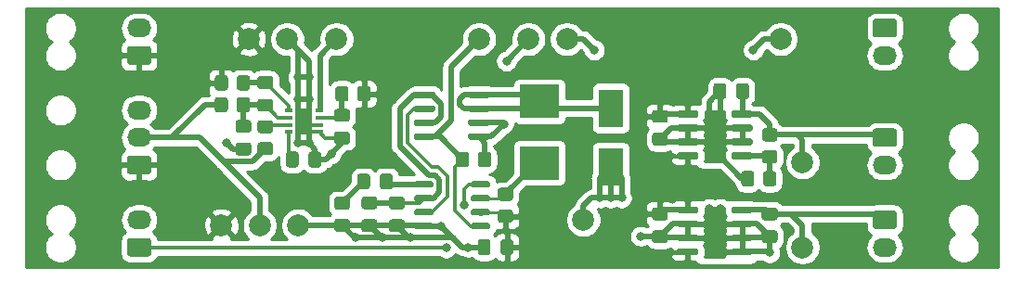
<source format=gtl>
G04 #@! TF.GenerationSoftware,KiCad,Pcbnew,(5.1.10)-1*
G04 #@! TF.CreationDate,2021-10-18T13:49:48+01:00*
G04 #@! TF.ProjectId,Battery,42617474-6572-4792-9e6b-696361645f70,1*
G04 #@! TF.SameCoordinates,Original*
G04 #@! TF.FileFunction,Copper,L1,Top*
G04 #@! TF.FilePolarity,Positive*
%FSLAX46Y46*%
G04 Gerber Fmt 4.6, Leading zero omitted, Abs format (unit mm)*
G04 Created by KiCad (PCBNEW (5.1.10)-1) date 2021-10-18 13:49:48*
%MOMM*%
%LPD*%
G01*
G04 APERTURE LIST*
G04 #@! TA.AperFunction,SMDPad,CuDef*
%ADD10C,2.000000*%
G04 #@! TD*
G04 #@! TA.AperFunction,SMDPad,CuDef*
%ADD11R,1.550000X2.400000*%
G04 #@! TD*
G04 #@! TA.AperFunction,SMDPad,CuDef*
%ADD12R,0.650000X0.350000*%
G04 #@! TD*
G04 #@! TA.AperFunction,SMDPad,CuDef*
%ADD13R,3.600000X3.100000*%
G04 #@! TD*
G04 #@! TA.AperFunction,ComponentPad*
%ADD14O,2.200000X1.700000*%
G04 #@! TD*
G04 #@! TA.AperFunction,SMDPad,CuDef*
%ADD15R,2.300000X3.500000*%
G04 #@! TD*
G04 #@! TA.AperFunction,ViaPad*
%ADD16C,0.800000*%
G04 #@! TD*
G04 #@! TA.AperFunction,Conductor*
%ADD17C,0.500000*%
G04 #@! TD*
G04 #@! TA.AperFunction,Conductor*
%ADD18C,0.250000*%
G04 #@! TD*
G04 #@! TA.AperFunction,Conductor*
%ADD19C,0.350000*%
G04 #@! TD*
G04 #@! TA.AperFunction,Conductor*
%ADD20C,0.300000*%
G04 #@! TD*
G04 #@! TA.AperFunction,Conductor*
%ADD21C,0.254000*%
G04 #@! TD*
G04 #@! TA.AperFunction,Conductor*
%ADD22C,0.100000*%
G04 #@! TD*
G04 APERTURE END LIST*
D10*
X156500000Y-116500000D03*
X174500000Y-100000000D03*
X155000000Y-100000000D03*
G04 #@! TA.AperFunction,SMDPad,CuDef*
G36*
G01*
X127025000Y-103375000D02*
X127975000Y-103375000D01*
G75*
G02*
X128225000Y-103625000I0J-250000D01*
G01*
X128225000Y-104300000D01*
G75*
G02*
X127975000Y-104550000I-250000J0D01*
G01*
X127025000Y-104550000D01*
G75*
G02*
X126775000Y-104300000I0J250000D01*
G01*
X126775000Y-103625000D01*
G75*
G02*
X127025000Y-103375000I250000J0D01*
G01*
G37*
G04 #@! TD.AperFunction*
G04 #@! TA.AperFunction,SMDPad,CuDef*
G36*
G01*
X127025000Y-105450000D02*
X127975000Y-105450000D01*
G75*
G02*
X128225000Y-105700000I0J-250000D01*
G01*
X128225000Y-106375000D01*
G75*
G02*
X127975000Y-106625000I-250000J0D01*
G01*
X127025000Y-106625000D01*
G75*
G02*
X126775000Y-106375000I0J250000D01*
G01*
X126775000Y-105700000D01*
G75*
G02*
X127025000Y-105450000I250000J0D01*
G01*
G37*
G04 #@! TD.AperFunction*
G04 #@! TA.AperFunction,SMDPad,CuDef*
G36*
G01*
X165050000Y-106995000D02*
X165050000Y-106695000D01*
G75*
G02*
X165200000Y-106545000I150000J0D01*
G01*
X166850000Y-106545000D01*
G75*
G02*
X167000000Y-106695000I0J-150000D01*
G01*
X167000000Y-106995000D01*
G75*
G02*
X166850000Y-107145000I-150000J0D01*
G01*
X165200000Y-107145000D01*
G75*
G02*
X165050000Y-106995000I0J150000D01*
G01*
G37*
G04 #@! TD.AperFunction*
G04 #@! TA.AperFunction,SMDPad,CuDef*
G36*
G01*
X165050000Y-108265000D02*
X165050000Y-107965000D01*
G75*
G02*
X165200000Y-107815000I150000J0D01*
G01*
X166850000Y-107815000D01*
G75*
G02*
X167000000Y-107965000I0J-150000D01*
G01*
X167000000Y-108265000D01*
G75*
G02*
X166850000Y-108415000I-150000J0D01*
G01*
X165200000Y-108415000D01*
G75*
G02*
X165050000Y-108265000I0J150000D01*
G01*
G37*
G04 #@! TD.AperFunction*
G04 #@! TA.AperFunction,SMDPad,CuDef*
G36*
G01*
X165050000Y-109535000D02*
X165050000Y-109235000D01*
G75*
G02*
X165200000Y-109085000I150000J0D01*
G01*
X166850000Y-109085000D01*
G75*
G02*
X167000000Y-109235000I0J-150000D01*
G01*
X167000000Y-109535000D01*
G75*
G02*
X166850000Y-109685000I-150000J0D01*
G01*
X165200000Y-109685000D01*
G75*
G02*
X165050000Y-109535000I0J150000D01*
G01*
G37*
G04 #@! TD.AperFunction*
G04 #@! TA.AperFunction,SMDPad,CuDef*
G36*
G01*
X165050000Y-110805000D02*
X165050000Y-110505000D01*
G75*
G02*
X165200000Y-110355000I150000J0D01*
G01*
X166850000Y-110355000D01*
G75*
G02*
X167000000Y-110505000I0J-150000D01*
G01*
X167000000Y-110805000D01*
G75*
G02*
X166850000Y-110955000I-150000J0D01*
G01*
X165200000Y-110955000D01*
G75*
G02*
X165050000Y-110805000I0J150000D01*
G01*
G37*
G04 #@! TD.AperFunction*
G04 #@! TA.AperFunction,SMDPad,CuDef*
G36*
G01*
X170000000Y-110805000D02*
X170000000Y-110505000D01*
G75*
G02*
X170150000Y-110355000I150000J0D01*
G01*
X171800000Y-110355000D01*
G75*
G02*
X171950000Y-110505000I0J-150000D01*
G01*
X171950000Y-110805000D01*
G75*
G02*
X171800000Y-110955000I-150000J0D01*
G01*
X170150000Y-110955000D01*
G75*
G02*
X170000000Y-110805000I0J150000D01*
G01*
G37*
G04 #@! TD.AperFunction*
G04 #@! TA.AperFunction,SMDPad,CuDef*
G36*
G01*
X170000000Y-109535000D02*
X170000000Y-109235000D01*
G75*
G02*
X170150000Y-109085000I150000J0D01*
G01*
X171800000Y-109085000D01*
G75*
G02*
X171950000Y-109235000I0J-150000D01*
G01*
X171950000Y-109535000D01*
G75*
G02*
X171800000Y-109685000I-150000J0D01*
G01*
X170150000Y-109685000D01*
G75*
G02*
X170000000Y-109535000I0J150000D01*
G01*
G37*
G04 #@! TD.AperFunction*
G04 #@! TA.AperFunction,SMDPad,CuDef*
G36*
G01*
X170000000Y-108265000D02*
X170000000Y-107965000D01*
G75*
G02*
X170150000Y-107815000I150000J0D01*
G01*
X171800000Y-107815000D01*
G75*
G02*
X171950000Y-107965000I0J-150000D01*
G01*
X171950000Y-108265000D01*
G75*
G02*
X171800000Y-108415000I-150000J0D01*
G01*
X170150000Y-108415000D01*
G75*
G02*
X170000000Y-108265000I0J150000D01*
G01*
G37*
G04 #@! TD.AperFunction*
G04 #@! TA.AperFunction,SMDPad,CuDef*
G36*
G01*
X170000000Y-106995000D02*
X170000000Y-106695000D01*
G75*
G02*
X170150000Y-106545000I150000J0D01*
G01*
X171800000Y-106545000D01*
G75*
G02*
X171950000Y-106695000I0J-150000D01*
G01*
X171950000Y-106995000D01*
G75*
G02*
X171800000Y-107145000I-150000J0D01*
G01*
X170150000Y-107145000D01*
G75*
G02*
X170000000Y-106995000I0J150000D01*
G01*
G37*
G04 #@! TD.AperFunction*
G04 #@! TA.AperFunction,SMDPad,CuDef*
G36*
G01*
X165050000Y-115745000D02*
X165050000Y-115445000D01*
G75*
G02*
X165200000Y-115295000I150000J0D01*
G01*
X166850000Y-115295000D01*
G75*
G02*
X167000000Y-115445000I0J-150000D01*
G01*
X167000000Y-115745000D01*
G75*
G02*
X166850000Y-115895000I-150000J0D01*
G01*
X165200000Y-115895000D01*
G75*
G02*
X165050000Y-115745000I0J150000D01*
G01*
G37*
G04 #@! TD.AperFunction*
G04 #@! TA.AperFunction,SMDPad,CuDef*
G36*
G01*
X165050000Y-117015000D02*
X165050000Y-116715000D01*
G75*
G02*
X165200000Y-116565000I150000J0D01*
G01*
X166850000Y-116565000D01*
G75*
G02*
X167000000Y-116715000I0J-150000D01*
G01*
X167000000Y-117015000D01*
G75*
G02*
X166850000Y-117165000I-150000J0D01*
G01*
X165200000Y-117165000D01*
G75*
G02*
X165050000Y-117015000I0J150000D01*
G01*
G37*
G04 #@! TD.AperFunction*
G04 #@! TA.AperFunction,SMDPad,CuDef*
G36*
G01*
X165050000Y-118285000D02*
X165050000Y-117985000D01*
G75*
G02*
X165200000Y-117835000I150000J0D01*
G01*
X166850000Y-117835000D01*
G75*
G02*
X167000000Y-117985000I0J-150000D01*
G01*
X167000000Y-118285000D01*
G75*
G02*
X166850000Y-118435000I-150000J0D01*
G01*
X165200000Y-118435000D01*
G75*
G02*
X165050000Y-118285000I0J150000D01*
G01*
G37*
G04 #@! TD.AperFunction*
G04 #@! TA.AperFunction,SMDPad,CuDef*
G36*
G01*
X165050000Y-119555000D02*
X165050000Y-119255000D01*
G75*
G02*
X165200000Y-119105000I150000J0D01*
G01*
X166850000Y-119105000D01*
G75*
G02*
X167000000Y-119255000I0J-150000D01*
G01*
X167000000Y-119555000D01*
G75*
G02*
X166850000Y-119705000I-150000J0D01*
G01*
X165200000Y-119705000D01*
G75*
G02*
X165050000Y-119555000I0J150000D01*
G01*
G37*
G04 #@! TD.AperFunction*
G04 #@! TA.AperFunction,SMDPad,CuDef*
G36*
G01*
X170000000Y-119555000D02*
X170000000Y-119255000D01*
G75*
G02*
X170150000Y-119105000I150000J0D01*
G01*
X171800000Y-119105000D01*
G75*
G02*
X171950000Y-119255000I0J-150000D01*
G01*
X171950000Y-119555000D01*
G75*
G02*
X171800000Y-119705000I-150000J0D01*
G01*
X170150000Y-119705000D01*
G75*
G02*
X170000000Y-119555000I0J150000D01*
G01*
G37*
G04 #@! TD.AperFunction*
G04 #@! TA.AperFunction,SMDPad,CuDef*
G36*
G01*
X170000000Y-118285000D02*
X170000000Y-117985000D01*
G75*
G02*
X170150000Y-117835000I150000J0D01*
G01*
X171800000Y-117835000D01*
G75*
G02*
X171950000Y-117985000I0J-150000D01*
G01*
X171950000Y-118285000D01*
G75*
G02*
X171800000Y-118435000I-150000J0D01*
G01*
X170150000Y-118435000D01*
G75*
G02*
X170000000Y-118285000I0J150000D01*
G01*
G37*
G04 #@! TD.AperFunction*
G04 #@! TA.AperFunction,SMDPad,CuDef*
G36*
G01*
X170000000Y-117015000D02*
X170000000Y-116715000D01*
G75*
G02*
X170150000Y-116565000I150000J0D01*
G01*
X171800000Y-116565000D01*
G75*
G02*
X171950000Y-116715000I0J-150000D01*
G01*
X171950000Y-117015000D01*
G75*
G02*
X171800000Y-117165000I-150000J0D01*
G01*
X170150000Y-117165000D01*
G75*
G02*
X170000000Y-117015000I0J150000D01*
G01*
G37*
G04 #@! TD.AperFunction*
G04 #@! TA.AperFunction,SMDPad,CuDef*
G36*
G01*
X170000000Y-115745000D02*
X170000000Y-115445000D01*
G75*
G02*
X170150000Y-115295000I150000J0D01*
G01*
X171800000Y-115295000D01*
G75*
G02*
X171950000Y-115445000I0J-150000D01*
G01*
X171950000Y-115745000D01*
G75*
G02*
X171800000Y-115895000I-150000J0D01*
G01*
X170150000Y-115895000D01*
G75*
G02*
X170000000Y-115745000I0J150000D01*
G01*
G37*
G04 #@! TD.AperFunction*
G04 #@! TA.AperFunction,SMDPad,CuDef*
G36*
G01*
X141090000Y-113415000D02*
X141090000Y-113115000D01*
G75*
G02*
X141240000Y-112965000I150000J0D01*
G01*
X142690000Y-112965000D01*
G75*
G02*
X142840000Y-113115000I0J-150000D01*
G01*
X142840000Y-113415000D01*
G75*
G02*
X142690000Y-113565000I-150000J0D01*
G01*
X141240000Y-113565000D01*
G75*
G02*
X141090000Y-113415000I0J150000D01*
G01*
G37*
G04 #@! TD.AperFunction*
G04 #@! TA.AperFunction,SMDPad,CuDef*
G36*
G01*
X141090000Y-114685000D02*
X141090000Y-114385000D01*
G75*
G02*
X141240000Y-114235000I150000J0D01*
G01*
X142690000Y-114235000D01*
G75*
G02*
X142840000Y-114385000I0J-150000D01*
G01*
X142840000Y-114685000D01*
G75*
G02*
X142690000Y-114835000I-150000J0D01*
G01*
X141240000Y-114835000D01*
G75*
G02*
X141090000Y-114685000I0J150000D01*
G01*
G37*
G04 #@! TD.AperFunction*
G04 #@! TA.AperFunction,SMDPad,CuDef*
G36*
G01*
X141090000Y-115955000D02*
X141090000Y-115655000D01*
G75*
G02*
X141240000Y-115505000I150000J0D01*
G01*
X142690000Y-115505000D01*
G75*
G02*
X142840000Y-115655000I0J-150000D01*
G01*
X142840000Y-115955000D01*
G75*
G02*
X142690000Y-116105000I-150000J0D01*
G01*
X141240000Y-116105000D01*
G75*
G02*
X141090000Y-115955000I0J150000D01*
G01*
G37*
G04 #@! TD.AperFunction*
G04 #@! TA.AperFunction,SMDPad,CuDef*
G36*
G01*
X141090000Y-117225000D02*
X141090000Y-116925000D01*
G75*
G02*
X141240000Y-116775000I150000J0D01*
G01*
X142690000Y-116775000D01*
G75*
G02*
X142840000Y-116925000I0J-150000D01*
G01*
X142840000Y-117225000D01*
G75*
G02*
X142690000Y-117375000I-150000J0D01*
G01*
X141240000Y-117375000D01*
G75*
G02*
X141090000Y-117225000I0J150000D01*
G01*
G37*
G04 #@! TD.AperFunction*
G04 #@! TA.AperFunction,SMDPad,CuDef*
G36*
G01*
X146240000Y-117225000D02*
X146240000Y-116925000D01*
G75*
G02*
X146390000Y-116775000I150000J0D01*
G01*
X147840000Y-116775000D01*
G75*
G02*
X147990000Y-116925000I0J-150000D01*
G01*
X147990000Y-117225000D01*
G75*
G02*
X147840000Y-117375000I-150000J0D01*
G01*
X146390000Y-117375000D01*
G75*
G02*
X146240000Y-117225000I0J150000D01*
G01*
G37*
G04 #@! TD.AperFunction*
G04 #@! TA.AperFunction,SMDPad,CuDef*
G36*
G01*
X146240000Y-115955000D02*
X146240000Y-115655000D01*
G75*
G02*
X146390000Y-115505000I150000J0D01*
G01*
X147840000Y-115505000D01*
G75*
G02*
X147990000Y-115655000I0J-150000D01*
G01*
X147990000Y-115955000D01*
G75*
G02*
X147840000Y-116105000I-150000J0D01*
G01*
X146390000Y-116105000D01*
G75*
G02*
X146240000Y-115955000I0J150000D01*
G01*
G37*
G04 #@! TD.AperFunction*
G04 #@! TA.AperFunction,SMDPad,CuDef*
G36*
G01*
X146240000Y-114685000D02*
X146240000Y-114385000D01*
G75*
G02*
X146390000Y-114235000I150000J0D01*
G01*
X147840000Y-114235000D01*
G75*
G02*
X147990000Y-114385000I0J-150000D01*
G01*
X147990000Y-114685000D01*
G75*
G02*
X147840000Y-114835000I-150000J0D01*
G01*
X146390000Y-114835000D01*
G75*
G02*
X146240000Y-114685000I0J150000D01*
G01*
G37*
G04 #@! TD.AperFunction*
G04 #@! TA.AperFunction,SMDPad,CuDef*
G36*
G01*
X146240000Y-113415000D02*
X146240000Y-113115000D01*
G75*
G02*
X146390000Y-112965000I150000J0D01*
G01*
X147840000Y-112965000D01*
G75*
G02*
X147990000Y-113115000I0J-150000D01*
G01*
X147990000Y-113415000D01*
G75*
G02*
X147840000Y-113565000I-150000J0D01*
G01*
X146390000Y-113565000D01*
G75*
G02*
X146240000Y-113415000I0J150000D01*
G01*
G37*
G04 #@! TD.AperFunction*
D11*
X131000000Y-107500000D03*
D12*
X132400000Y-106525000D03*
X132400000Y-107175000D03*
X132400000Y-107825000D03*
X132400000Y-108475000D03*
X129600000Y-108475000D03*
X129600000Y-107825000D03*
X129600000Y-107175000D03*
X129600000Y-106525000D03*
D10*
X130500000Y-117000000D03*
X127000000Y-117000000D03*
X123500000Y-117000000D03*
X176500000Y-111250000D03*
X176500000Y-119000000D03*
X147000000Y-100000000D03*
X151500000Y-100000000D03*
X134000000Y-100000000D03*
X129500000Y-100000000D03*
X126000000Y-100000000D03*
G04 #@! TA.AperFunction,SMDPad,CuDef*
G36*
G01*
X173950001Y-111350000D02*
X173049999Y-111350000D01*
G75*
G02*
X172800000Y-111100001I0J249999D01*
G01*
X172800000Y-110399999D01*
G75*
G02*
X173049999Y-110150000I249999J0D01*
G01*
X173950001Y-110150000D01*
G75*
G02*
X174200000Y-110399999I0J-249999D01*
G01*
X174200000Y-111100001D01*
G75*
G02*
X173950001Y-111350000I-249999J0D01*
G01*
G37*
G04 #@! TD.AperFunction*
G04 #@! TA.AperFunction,SMDPad,CuDef*
G36*
G01*
X173950001Y-109350000D02*
X173049999Y-109350000D01*
G75*
G02*
X172800000Y-109100001I0J249999D01*
G01*
X172800000Y-108399999D01*
G75*
G02*
X173049999Y-108150000I249999J0D01*
G01*
X173950001Y-108150000D01*
G75*
G02*
X174200000Y-108399999I0J-249999D01*
G01*
X174200000Y-109100001D01*
G75*
G02*
X173950001Y-109350000I-249999J0D01*
G01*
G37*
G04 #@! TD.AperFunction*
G04 #@! TA.AperFunction,SMDPad,CuDef*
G36*
G01*
X174100000Y-112299999D02*
X174100000Y-113200001D01*
G75*
G02*
X173850001Y-113450000I-249999J0D01*
G01*
X173149999Y-113450000D01*
G75*
G02*
X172900000Y-113200001I0J249999D01*
G01*
X172900000Y-112299999D01*
G75*
G02*
X173149999Y-112050000I249999J0D01*
G01*
X173850001Y-112050000D01*
G75*
G02*
X174100000Y-112299999I0J-249999D01*
G01*
G37*
G04 #@! TD.AperFunction*
G04 #@! TA.AperFunction,SMDPad,CuDef*
G36*
G01*
X172100000Y-112299999D02*
X172100000Y-113200001D01*
G75*
G02*
X171850001Y-113450000I-249999J0D01*
G01*
X171149999Y-113450000D01*
G75*
G02*
X170900000Y-113200001I0J249999D01*
G01*
X170900000Y-112299999D01*
G75*
G02*
X171149999Y-112050000I249999J0D01*
G01*
X171850001Y-112050000D01*
G75*
G02*
X172100000Y-112299999I0J-249999D01*
G01*
G37*
G04 #@! TD.AperFunction*
G04 #@! TA.AperFunction,SMDPad,CuDef*
G36*
G01*
X146900000Y-111450001D02*
X146900000Y-110549999D01*
G75*
G02*
X147149999Y-110300000I249999J0D01*
G01*
X147850001Y-110300000D01*
G75*
G02*
X148100000Y-110549999I0J-249999D01*
G01*
X148100000Y-111450001D01*
G75*
G02*
X147850001Y-111700000I-249999J0D01*
G01*
X147149999Y-111700000D01*
G75*
G02*
X146900000Y-111450001I0J249999D01*
G01*
G37*
G04 #@! TD.AperFunction*
G04 #@! TA.AperFunction,SMDPad,CuDef*
G36*
G01*
X144900000Y-111450001D02*
X144900000Y-110549999D01*
G75*
G02*
X145149999Y-110300000I249999J0D01*
G01*
X145850001Y-110300000D01*
G75*
G02*
X146100000Y-110549999I0J-249999D01*
G01*
X146100000Y-111450001D01*
G75*
G02*
X145850001Y-111700000I-249999J0D01*
G01*
X145149999Y-111700000D01*
G75*
G02*
X144900000Y-111450001I0J249999D01*
G01*
G37*
G04 #@! TD.AperFunction*
G04 #@! TA.AperFunction,SMDPad,CuDef*
G36*
G01*
X135100000Y-104549999D02*
X135100000Y-105450001D01*
G75*
G02*
X134850001Y-105700000I-249999J0D01*
G01*
X134149999Y-105700000D01*
G75*
G02*
X133900000Y-105450001I0J249999D01*
G01*
X133900000Y-104549999D01*
G75*
G02*
X134149999Y-104300000I249999J0D01*
G01*
X134850001Y-104300000D01*
G75*
G02*
X135100000Y-104549999I0J-249999D01*
G01*
G37*
G04 #@! TD.AperFunction*
G04 #@! TA.AperFunction,SMDPad,CuDef*
G36*
G01*
X137100000Y-104549999D02*
X137100000Y-105450001D01*
G75*
G02*
X136850001Y-105700000I-249999J0D01*
G01*
X136149999Y-105700000D01*
G75*
G02*
X135900000Y-105450001I0J249999D01*
G01*
X135900000Y-104549999D01*
G75*
G02*
X136149999Y-104300000I249999J0D01*
G01*
X136850001Y-104300000D01*
G75*
G02*
X137100000Y-104549999I0J-249999D01*
G01*
G37*
G04 #@! TD.AperFunction*
G04 #@! TA.AperFunction,SMDPad,CuDef*
G36*
G01*
X134049999Y-116400000D02*
X134950001Y-116400000D01*
G75*
G02*
X135200000Y-116649999I0J-249999D01*
G01*
X135200000Y-117350001D01*
G75*
G02*
X134950001Y-117600000I-249999J0D01*
G01*
X134049999Y-117600000D01*
G75*
G02*
X133800000Y-117350001I0J249999D01*
G01*
X133800000Y-116649999D01*
G75*
G02*
X134049999Y-116400000I249999J0D01*
G01*
G37*
G04 #@! TD.AperFunction*
G04 #@! TA.AperFunction,SMDPad,CuDef*
G36*
G01*
X134049999Y-114400000D02*
X134950001Y-114400000D01*
G75*
G02*
X135200000Y-114649999I0J-249999D01*
G01*
X135200000Y-115350001D01*
G75*
G02*
X134950001Y-115600000I-249999J0D01*
G01*
X134049999Y-115600000D01*
G75*
G02*
X133800000Y-115350001I0J249999D01*
G01*
X133800000Y-114649999D01*
G75*
G02*
X134049999Y-114400000I249999J0D01*
G01*
G37*
G04 #@! TD.AperFunction*
G04 #@! TA.AperFunction,SMDPad,CuDef*
G36*
G01*
X127950001Y-108600000D02*
X127049999Y-108600000D01*
G75*
G02*
X126800000Y-108350001I0J249999D01*
G01*
X126800000Y-107649999D01*
G75*
G02*
X127049999Y-107400000I249999J0D01*
G01*
X127950001Y-107400000D01*
G75*
G02*
X128200000Y-107649999I0J-249999D01*
G01*
X128200000Y-108350001D01*
G75*
G02*
X127950001Y-108600000I-249999J0D01*
G01*
G37*
G04 #@! TD.AperFunction*
G04 #@! TA.AperFunction,SMDPad,CuDef*
G36*
G01*
X127950001Y-110600000D02*
X127049999Y-110600000D01*
G75*
G02*
X126800000Y-110350001I0J249999D01*
G01*
X126800000Y-109649999D01*
G75*
G02*
X127049999Y-109400000I249999J0D01*
G01*
X127950001Y-109400000D01*
G75*
G02*
X128200000Y-109649999I0J-249999D01*
G01*
X128200000Y-110350001D01*
G75*
G02*
X127950001Y-110600000I-249999J0D01*
G01*
G37*
G04 #@! TD.AperFunction*
G04 #@! TA.AperFunction,SMDPad,CuDef*
G36*
G01*
X124900000Y-106450001D02*
X124900000Y-105549999D01*
G75*
G02*
X125149999Y-105300000I249999J0D01*
G01*
X125850001Y-105300000D01*
G75*
G02*
X126100000Y-105549999I0J-249999D01*
G01*
X126100000Y-106450001D01*
G75*
G02*
X125850001Y-106700000I-249999J0D01*
G01*
X125149999Y-106700000D01*
G75*
G02*
X124900000Y-106450001I0J249999D01*
G01*
G37*
G04 #@! TD.AperFunction*
G04 #@! TA.AperFunction,SMDPad,CuDef*
G36*
G01*
X122900000Y-106450001D02*
X122900000Y-105549999D01*
G75*
G02*
X123149999Y-105300000I249999J0D01*
G01*
X123850001Y-105300000D01*
G75*
G02*
X124100000Y-105549999I0J-249999D01*
G01*
X124100000Y-106450001D01*
G75*
G02*
X123850001Y-106700000I-249999J0D01*
G01*
X123149999Y-106700000D01*
G75*
G02*
X122900000Y-106450001I0J249999D01*
G01*
G37*
G04 #@! TD.AperFunction*
G04 #@! TA.AperFunction,SMDPad,CuDef*
G36*
G01*
X124900000Y-104450001D02*
X124900000Y-103549999D01*
G75*
G02*
X125149999Y-103300000I249999J0D01*
G01*
X125850001Y-103300000D01*
G75*
G02*
X126100000Y-103549999I0J-249999D01*
G01*
X126100000Y-104450001D01*
G75*
G02*
X125850001Y-104700000I-249999J0D01*
G01*
X125149999Y-104700000D01*
G75*
G02*
X124900000Y-104450001I0J249999D01*
G01*
G37*
G04 #@! TD.AperFunction*
G04 #@! TA.AperFunction,SMDPad,CuDef*
G36*
G01*
X122900000Y-104450001D02*
X122900000Y-103549999D01*
G75*
G02*
X123149999Y-103300000I249999J0D01*
G01*
X123850001Y-103300000D01*
G75*
G02*
X124100000Y-103549999I0J-249999D01*
G01*
X124100000Y-104450001D01*
G75*
G02*
X123850001Y-104700000I-249999J0D01*
G01*
X123149999Y-104700000D01*
G75*
G02*
X122900000Y-104450001I0J249999D01*
G01*
G37*
G04 #@! TD.AperFunction*
G04 #@! TA.AperFunction,SMDPad,CuDef*
G36*
G01*
X149850001Y-114770000D02*
X148949999Y-114770000D01*
G75*
G02*
X148700000Y-114520001I0J249999D01*
G01*
X148700000Y-113819999D01*
G75*
G02*
X148949999Y-113570000I249999J0D01*
G01*
X149850001Y-113570000D01*
G75*
G02*
X150100000Y-113819999I0J-249999D01*
G01*
X150100000Y-114520001D01*
G75*
G02*
X149850001Y-114770000I-249999J0D01*
G01*
G37*
G04 #@! TD.AperFunction*
G04 #@! TA.AperFunction,SMDPad,CuDef*
G36*
G01*
X149850001Y-116770000D02*
X148949999Y-116770000D01*
G75*
G02*
X148700000Y-116520001I0J249999D01*
G01*
X148700000Y-115819999D01*
G75*
G02*
X148949999Y-115570000I249999J0D01*
G01*
X149850001Y-115570000D01*
G75*
G02*
X150100000Y-115819999I0J-249999D01*
G01*
X150100000Y-116520001D01*
G75*
G02*
X149850001Y-116770000I-249999J0D01*
G01*
G37*
G04 #@! TD.AperFunction*
G04 #@! TA.AperFunction,SMDPad,CuDef*
G36*
G01*
X146000000Y-105245000D02*
X146000000Y-104945000D01*
G75*
G02*
X146150000Y-104795000I150000J0D01*
G01*
X147800000Y-104795000D01*
G75*
G02*
X147950000Y-104945000I0J-150000D01*
G01*
X147950000Y-105245000D01*
G75*
G02*
X147800000Y-105395000I-150000J0D01*
G01*
X146150000Y-105395000D01*
G75*
G02*
X146000000Y-105245000I0J150000D01*
G01*
G37*
G04 #@! TD.AperFunction*
G04 #@! TA.AperFunction,SMDPad,CuDef*
G36*
G01*
X146000000Y-106515000D02*
X146000000Y-106215000D01*
G75*
G02*
X146150000Y-106065000I150000J0D01*
G01*
X147800000Y-106065000D01*
G75*
G02*
X147950000Y-106215000I0J-150000D01*
G01*
X147950000Y-106515000D01*
G75*
G02*
X147800000Y-106665000I-150000J0D01*
G01*
X146150000Y-106665000D01*
G75*
G02*
X146000000Y-106515000I0J150000D01*
G01*
G37*
G04 #@! TD.AperFunction*
G04 #@! TA.AperFunction,SMDPad,CuDef*
G36*
G01*
X146000000Y-107785000D02*
X146000000Y-107485000D01*
G75*
G02*
X146150000Y-107335000I150000J0D01*
G01*
X147800000Y-107335000D01*
G75*
G02*
X147950000Y-107485000I0J-150000D01*
G01*
X147950000Y-107785000D01*
G75*
G02*
X147800000Y-107935000I-150000J0D01*
G01*
X146150000Y-107935000D01*
G75*
G02*
X146000000Y-107785000I0J150000D01*
G01*
G37*
G04 #@! TD.AperFunction*
G04 #@! TA.AperFunction,SMDPad,CuDef*
G36*
G01*
X146000000Y-109055000D02*
X146000000Y-108755000D01*
G75*
G02*
X146150000Y-108605000I150000J0D01*
G01*
X147800000Y-108605000D01*
G75*
G02*
X147950000Y-108755000I0J-150000D01*
G01*
X147950000Y-109055000D01*
G75*
G02*
X147800000Y-109205000I-150000J0D01*
G01*
X146150000Y-109205000D01*
G75*
G02*
X146000000Y-109055000I0J150000D01*
G01*
G37*
G04 #@! TD.AperFunction*
G04 #@! TA.AperFunction,SMDPad,CuDef*
G36*
G01*
X141050000Y-109055000D02*
X141050000Y-108755000D01*
G75*
G02*
X141200000Y-108605000I150000J0D01*
G01*
X142850000Y-108605000D01*
G75*
G02*
X143000000Y-108755000I0J-150000D01*
G01*
X143000000Y-109055000D01*
G75*
G02*
X142850000Y-109205000I-150000J0D01*
G01*
X141200000Y-109205000D01*
G75*
G02*
X141050000Y-109055000I0J150000D01*
G01*
G37*
G04 #@! TD.AperFunction*
G04 #@! TA.AperFunction,SMDPad,CuDef*
G36*
G01*
X141050000Y-107785000D02*
X141050000Y-107485000D01*
G75*
G02*
X141200000Y-107335000I150000J0D01*
G01*
X142850000Y-107335000D01*
G75*
G02*
X143000000Y-107485000I0J-150000D01*
G01*
X143000000Y-107785000D01*
G75*
G02*
X142850000Y-107935000I-150000J0D01*
G01*
X141200000Y-107935000D01*
G75*
G02*
X141050000Y-107785000I0J150000D01*
G01*
G37*
G04 #@! TD.AperFunction*
G04 #@! TA.AperFunction,SMDPad,CuDef*
G36*
G01*
X141050000Y-106515000D02*
X141050000Y-106215000D01*
G75*
G02*
X141200000Y-106065000I150000J0D01*
G01*
X142850000Y-106065000D01*
G75*
G02*
X143000000Y-106215000I0J-150000D01*
G01*
X143000000Y-106515000D01*
G75*
G02*
X142850000Y-106665000I-150000J0D01*
G01*
X141200000Y-106665000D01*
G75*
G02*
X141050000Y-106515000I0J150000D01*
G01*
G37*
G04 #@! TD.AperFunction*
G04 #@! TA.AperFunction,SMDPad,CuDef*
G36*
G01*
X141050000Y-105245000D02*
X141050000Y-104945000D01*
G75*
G02*
X141200000Y-104795000I150000J0D01*
G01*
X142850000Y-104795000D01*
G75*
G02*
X143000000Y-104945000I0J-150000D01*
G01*
X143000000Y-105245000D01*
G75*
G02*
X142850000Y-105395000I-150000J0D01*
G01*
X141200000Y-105395000D01*
G75*
G02*
X141050000Y-105245000I0J150000D01*
G01*
G37*
G04 #@! TD.AperFunction*
D13*
X152500000Y-105700000D03*
X152500000Y-111300000D03*
G04 #@! TA.AperFunction,ComponentPad*
G36*
G01*
X117100000Y-118400000D02*
X117100000Y-119600000D01*
G75*
G02*
X116850000Y-119850000I-250000J0D01*
G01*
X115150000Y-119850000D01*
G75*
G02*
X114900000Y-119600000I0J250000D01*
G01*
X114900000Y-118400000D01*
G75*
G02*
X115150000Y-118150000I250000J0D01*
G01*
X116850000Y-118150000D01*
G75*
G02*
X117100000Y-118400000I0J-250000D01*
G01*
G37*
G04 #@! TD.AperFunction*
D14*
X116000000Y-116500000D03*
X184000000Y-111500000D03*
G04 #@! TA.AperFunction,ComponentPad*
G36*
G01*
X182900000Y-109600000D02*
X182900000Y-108400000D01*
G75*
G02*
X183150000Y-108150000I250000J0D01*
G01*
X184850000Y-108150000D01*
G75*
G02*
X185100000Y-108400000I0J-250000D01*
G01*
X185100000Y-109600000D01*
G75*
G02*
X184850000Y-109850000I-250000J0D01*
G01*
X183150000Y-109850000D01*
G75*
G02*
X182900000Y-109600000I0J250000D01*
G01*
G37*
G04 #@! TD.AperFunction*
X184000000Y-119000000D03*
G04 #@! TA.AperFunction,ComponentPad*
G36*
G01*
X182900000Y-117100000D02*
X182900000Y-115900000D01*
G75*
G02*
X183150000Y-115650000I250000J0D01*
G01*
X184850000Y-115650000D01*
G75*
G02*
X185100000Y-115900000I0J-250000D01*
G01*
X185100000Y-117100000D01*
G75*
G02*
X184850000Y-117350000I-250000J0D01*
G01*
X183150000Y-117350000D01*
G75*
G02*
X182900000Y-117100000I0J250000D01*
G01*
G37*
G04 #@! TD.AperFunction*
G04 #@! TA.AperFunction,ComponentPad*
G36*
G01*
X117100000Y-100900000D02*
X117100000Y-102100000D01*
G75*
G02*
X116850000Y-102350000I-250000J0D01*
G01*
X115150000Y-102350000D01*
G75*
G02*
X114900000Y-102100000I0J250000D01*
G01*
X114900000Y-100900000D01*
G75*
G02*
X115150000Y-100650000I250000J0D01*
G01*
X116850000Y-100650000D01*
G75*
G02*
X117100000Y-100900000I0J-250000D01*
G01*
G37*
G04 #@! TD.AperFunction*
X116000000Y-99000000D03*
X184000000Y-101500000D03*
G04 #@! TA.AperFunction,ComponentPad*
G36*
G01*
X182900000Y-99600000D02*
X182900000Y-98400000D01*
G75*
G02*
X183150000Y-98150000I250000J0D01*
G01*
X184850000Y-98150000D01*
G75*
G02*
X185100000Y-98400000I0J-250000D01*
G01*
X185100000Y-99600000D01*
G75*
G02*
X184850000Y-99850000I-250000J0D01*
G01*
X183150000Y-99850000D01*
G75*
G02*
X182900000Y-99600000I0J250000D01*
G01*
G37*
G04 #@! TD.AperFunction*
G04 #@! TA.AperFunction,ComponentPad*
G36*
G01*
X117100000Y-110900000D02*
X117100000Y-112100000D01*
G75*
G02*
X116850000Y-112350000I-250000J0D01*
G01*
X115150000Y-112350000D01*
G75*
G02*
X114900000Y-112100000I0J250000D01*
G01*
X114900000Y-110900000D01*
G75*
G02*
X115150000Y-110650000I250000J0D01*
G01*
X116850000Y-110650000D01*
G75*
G02*
X117100000Y-110900000I0J-250000D01*
G01*
G37*
G04 #@! TD.AperFunction*
X116000000Y-109000000D03*
X116000000Y-106500000D03*
D15*
X159000000Y-106300000D03*
X159000000Y-111700000D03*
G04 #@! TA.AperFunction,SMDPad,CuDef*
G36*
G01*
X169550000Y-104275000D02*
X169550000Y-105225000D01*
G75*
G02*
X169300000Y-105475000I-250000J0D01*
G01*
X168625000Y-105475000D01*
G75*
G02*
X168375000Y-105225000I0J250000D01*
G01*
X168375000Y-104275000D01*
G75*
G02*
X168625000Y-104025000I250000J0D01*
G01*
X169300000Y-104025000D01*
G75*
G02*
X169550000Y-104275000I0J-250000D01*
G01*
G37*
G04 #@! TD.AperFunction*
G04 #@! TA.AperFunction,SMDPad,CuDef*
G36*
G01*
X171625000Y-104275000D02*
X171625000Y-105225000D01*
G75*
G02*
X171375000Y-105475000I-250000J0D01*
G01*
X170700000Y-105475000D01*
G75*
G02*
X170450000Y-105225000I0J250000D01*
G01*
X170450000Y-104275000D01*
G75*
G02*
X170700000Y-104025000I250000J0D01*
G01*
X171375000Y-104025000D01*
G75*
G02*
X171625000Y-104275000I0J-250000D01*
G01*
G37*
G04 #@! TD.AperFunction*
G04 #@! TA.AperFunction,SMDPad,CuDef*
G36*
G01*
X173025000Y-117450000D02*
X173975000Y-117450000D01*
G75*
G02*
X174225000Y-117700000I0J-250000D01*
G01*
X174225000Y-118375000D01*
G75*
G02*
X173975000Y-118625000I-250000J0D01*
G01*
X173025000Y-118625000D01*
G75*
G02*
X172775000Y-118375000I0J250000D01*
G01*
X172775000Y-117700000D01*
G75*
G02*
X173025000Y-117450000I250000J0D01*
G01*
G37*
G04 #@! TD.AperFunction*
G04 #@! TA.AperFunction,SMDPad,CuDef*
G36*
G01*
X173025000Y-115375000D02*
X173975000Y-115375000D01*
G75*
G02*
X174225000Y-115625000I0J-250000D01*
G01*
X174225000Y-116300000D01*
G75*
G02*
X173975000Y-116550000I-250000J0D01*
G01*
X173025000Y-116550000D01*
G75*
G02*
X172775000Y-116300000I0J250000D01*
G01*
X172775000Y-115625000D01*
G75*
G02*
X173025000Y-115375000I250000J0D01*
G01*
G37*
G04 #@! TD.AperFunction*
G04 #@! TA.AperFunction,SMDPad,CuDef*
G36*
G01*
X163025000Y-108550000D02*
X163975000Y-108550000D01*
G75*
G02*
X164225000Y-108800000I0J-250000D01*
G01*
X164225000Y-109475000D01*
G75*
G02*
X163975000Y-109725000I-250000J0D01*
G01*
X163025000Y-109725000D01*
G75*
G02*
X162775000Y-109475000I0J250000D01*
G01*
X162775000Y-108800000D01*
G75*
G02*
X163025000Y-108550000I250000J0D01*
G01*
G37*
G04 #@! TD.AperFunction*
G04 #@! TA.AperFunction,SMDPad,CuDef*
G36*
G01*
X163025000Y-106475000D02*
X163975000Y-106475000D01*
G75*
G02*
X164225000Y-106725000I0J-250000D01*
G01*
X164225000Y-107400000D01*
G75*
G02*
X163975000Y-107650000I-250000J0D01*
G01*
X163025000Y-107650000D01*
G75*
G02*
X162775000Y-107400000I0J250000D01*
G01*
X162775000Y-106725000D01*
G75*
G02*
X163025000Y-106475000I250000J0D01*
G01*
G37*
G04 #@! TD.AperFunction*
G04 #@! TA.AperFunction,SMDPad,CuDef*
G36*
G01*
X163025000Y-117450000D02*
X163975000Y-117450000D01*
G75*
G02*
X164225000Y-117700000I0J-250000D01*
G01*
X164225000Y-118375000D01*
G75*
G02*
X163975000Y-118625000I-250000J0D01*
G01*
X163025000Y-118625000D01*
G75*
G02*
X162775000Y-118375000I0J250000D01*
G01*
X162775000Y-117700000D01*
G75*
G02*
X163025000Y-117450000I250000J0D01*
G01*
G37*
G04 #@! TD.AperFunction*
G04 #@! TA.AperFunction,SMDPad,CuDef*
G36*
G01*
X163025000Y-115375000D02*
X163975000Y-115375000D01*
G75*
G02*
X164225000Y-115625000I0J-250000D01*
G01*
X164225000Y-116300000D01*
G75*
G02*
X163975000Y-116550000I-250000J0D01*
G01*
X163025000Y-116550000D01*
G75*
G02*
X162775000Y-116300000I0J250000D01*
G01*
X162775000Y-115625000D01*
G75*
G02*
X163025000Y-115375000I250000J0D01*
G01*
G37*
G04 #@! TD.AperFunction*
G04 #@! TA.AperFunction,SMDPad,CuDef*
G36*
G01*
X134025000Y-106375000D02*
X134975000Y-106375000D01*
G75*
G02*
X135225000Y-106625000I0J-250000D01*
G01*
X135225000Y-107300000D01*
G75*
G02*
X134975000Y-107550000I-250000J0D01*
G01*
X134025000Y-107550000D01*
G75*
G02*
X133775000Y-107300000I0J250000D01*
G01*
X133775000Y-106625000D01*
G75*
G02*
X134025000Y-106375000I250000J0D01*
G01*
G37*
G04 #@! TD.AperFunction*
G04 #@! TA.AperFunction,SMDPad,CuDef*
G36*
G01*
X134025000Y-108450000D02*
X134975000Y-108450000D01*
G75*
G02*
X135225000Y-108700000I0J-250000D01*
G01*
X135225000Y-109375000D01*
G75*
G02*
X134975000Y-109625000I-250000J0D01*
G01*
X134025000Y-109625000D01*
G75*
G02*
X133775000Y-109375000I0J250000D01*
G01*
X133775000Y-108700000D01*
G75*
G02*
X134025000Y-108450000I250000J0D01*
G01*
G37*
G04 #@! TD.AperFunction*
G04 #@! TA.AperFunction,SMDPad,CuDef*
G36*
G01*
X139025000Y-114375000D02*
X139975000Y-114375000D01*
G75*
G02*
X140225000Y-114625000I0J-250000D01*
G01*
X140225000Y-115300000D01*
G75*
G02*
X139975000Y-115550000I-250000J0D01*
G01*
X139025000Y-115550000D01*
G75*
G02*
X138775000Y-115300000I0J250000D01*
G01*
X138775000Y-114625000D01*
G75*
G02*
X139025000Y-114375000I250000J0D01*
G01*
G37*
G04 #@! TD.AperFunction*
G04 #@! TA.AperFunction,SMDPad,CuDef*
G36*
G01*
X139025000Y-116450000D02*
X139975000Y-116450000D01*
G75*
G02*
X140225000Y-116700000I0J-250000D01*
G01*
X140225000Y-117375000D01*
G75*
G02*
X139975000Y-117625000I-250000J0D01*
G01*
X139025000Y-117625000D01*
G75*
G02*
X138775000Y-117375000I0J250000D01*
G01*
X138775000Y-116700000D01*
G75*
G02*
X139025000Y-116450000I250000J0D01*
G01*
G37*
G04 #@! TD.AperFunction*
G04 #@! TA.AperFunction,SMDPad,CuDef*
G36*
G01*
X136525000Y-114375000D02*
X137475000Y-114375000D01*
G75*
G02*
X137725000Y-114625000I0J-250000D01*
G01*
X137725000Y-115300000D01*
G75*
G02*
X137475000Y-115550000I-250000J0D01*
G01*
X136525000Y-115550000D01*
G75*
G02*
X136275000Y-115300000I0J250000D01*
G01*
X136275000Y-114625000D01*
G75*
G02*
X136525000Y-114375000I250000J0D01*
G01*
G37*
G04 #@! TD.AperFunction*
G04 #@! TA.AperFunction,SMDPad,CuDef*
G36*
G01*
X136525000Y-116450000D02*
X137475000Y-116450000D01*
G75*
G02*
X137725000Y-116700000I0J-250000D01*
G01*
X137725000Y-117375000D01*
G75*
G02*
X137475000Y-117625000I-250000J0D01*
G01*
X136525000Y-117625000D01*
G75*
G02*
X136275000Y-117375000I0J250000D01*
G01*
X136275000Y-116700000D01*
G75*
G02*
X136525000Y-116450000I250000J0D01*
G01*
G37*
G04 #@! TD.AperFunction*
G04 #@! TA.AperFunction,SMDPad,CuDef*
G36*
G01*
X129375000Y-111475000D02*
X129375000Y-110525000D01*
G75*
G02*
X129625000Y-110275000I250000J0D01*
G01*
X130300000Y-110275000D01*
G75*
G02*
X130550000Y-110525000I0J-250000D01*
G01*
X130550000Y-111475000D01*
G75*
G02*
X130300000Y-111725000I-250000J0D01*
G01*
X129625000Y-111725000D01*
G75*
G02*
X129375000Y-111475000I0J250000D01*
G01*
G37*
G04 #@! TD.AperFunction*
G04 #@! TA.AperFunction,SMDPad,CuDef*
G36*
G01*
X131450000Y-111475000D02*
X131450000Y-110525000D01*
G75*
G02*
X131700000Y-110275000I250000J0D01*
G01*
X132375000Y-110275000D01*
G75*
G02*
X132625000Y-110525000I0J-250000D01*
G01*
X132625000Y-111475000D01*
G75*
G02*
X132375000Y-111725000I-250000J0D01*
G01*
X131700000Y-111725000D01*
G75*
G02*
X131450000Y-111475000I0J250000D01*
G01*
G37*
G04 #@! TD.AperFunction*
G04 #@! TA.AperFunction,SMDPad,CuDef*
G36*
G01*
X139125000Y-112525000D02*
X139125000Y-113475000D01*
G75*
G02*
X138875000Y-113725000I-250000J0D01*
G01*
X138200000Y-113725000D01*
G75*
G02*
X137950000Y-113475000I0J250000D01*
G01*
X137950000Y-112525000D01*
G75*
G02*
X138200000Y-112275000I250000J0D01*
G01*
X138875000Y-112275000D01*
G75*
G02*
X139125000Y-112525000I0J-250000D01*
G01*
G37*
G04 #@! TD.AperFunction*
G04 #@! TA.AperFunction,SMDPad,CuDef*
G36*
G01*
X137050000Y-112525000D02*
X137050000Y-113475000D01*
G75*
G02*
X136800000Y-113725000I-250000J0D01*
G01*
X136125000Y-113725000D01*
G75*
G02*
X135875000Y-113475000I0J250000D01*
G01*
X135875000Y-112525000D01*
G75*
G02*
X136125000Y-112275000I250000J0D01*
G01*
X136800000Y-112275000D01*
G75*
G02*
X137050000Y-112525000I0J-250000D01*
G01*
G37*
G04 #@! TD.AperFunction*
G04 #@! TA.AperFunction,SMDPad,CuDef*
G36*
G01*
X125025000Y-107375000D02*
X125975000Y-107375000D01*
G75*
G02*
X126225000Y-107625000I0J-250000D01*
G01*
X126225000Y-108300000D01*
G75*
G02*
X125975000Y-108550000I-250000J0D01*
G01*
X125025000Y-108550000D01*
G75*
G02*
X124775000Y-108300000I0J250000D01*
G01*
X124775000Y-107625000D01*
G75*
G02*
X125025000Y-107375000I250000J0D01*
G01*
G37*
G04 #@! TD.AperFunction*
G04 #@! TA.AperFunction,SMDPad,CuDef*
G36*
G01*
X125025000Y-109450000D02*
X125975000Y-109450000D01*
G75*
G02*
X126225000Y-109700000I0J-250000D01*
G01*
X126225000Y-110375000D01*
G75*
G02*
X125975000Y-110625000I-250000J0D01*
G01*
X125025000Y-110625000D01*
G75*
G02*
X124775000Y-110375000I0J250000D01*
G01*
X124775000Y-109700000D01*
G75*
G02*
X125025000Y-109450000I250000J0D01*
G01*
G37*
G04 #@! TD.AperFunction*
G04 #@! TA.AperFunction,SMDPad,CuDef*
G36*
G01*
X150125000Y-118525000D02*
X150125000Y-119475000D01*
G75*
G02*
X149875000Y-119725000I-250000J0D01*
G01*
X149200000Y-119725000D01*
G75*
G02*
X148950000Y-119475000I0J250000D01*
G01*
X148950000Y-118525000D01*
G75*
G02*
X149200000Y-118275000I250000J0D01*
G01*
X149875000Y-118275000D01*
G75*
G02*
X150125000Y-118525000I0J-250000D01*
G01*
G37*
G04 #@! TD.AperFunction*
G04 #@! TA.AperFunction,SMDPad,CuDef*
G36*
G01*
X148050000Y-118525000D02*
X148050000Y-119475000D01*
G75*
G02*
X147800000Y-119725000I-250000J0D01*
G01*
X147125000Y-119725000D01*
G75*
G02*
X146875000Y-119475000I0J250000D01*
G01*
X146875000Y-118525000D01*
G75*
G02*
X147125000Y-118275000I250000J0D01*
G01*
X147800000Y-118275000D01*
G75*
G02*
X148050000Y-118525000I0J-250000D01*
G01*
G37*
G04 #@! TD.AperFunction*
D16*
X130500000Y-109500000D03*
X131500000Y-109500000D03*
X131500000Y-105500000D03*
X130500000Y-105500000D03*
X169000000Y-110750000D03*
X169000000Y-109750000D03*
X169000000Y-108750000D03*
X169000000Y-107750000D03*
X169000000Y-106750000D03*
X169000000Y-119500000D03*
X169000000Y-118500000D03*
X169000000Y-117500000D03*
X169000000Y-116500000D03*
X169000000Y-115500000D03*
X168000000Y-119500000D03*
X168000000Y-118500000D03*
X168000000Y-117500000D03*
X168000000Y-116500000D03*
X168000000Y-115500000D03*
X168000000Y-106750000D03*
X168000000Y-107750000D03*
X168000000Y-108750000D03*
X168000000Y-110750000D03*
X159000000Y-114500000D03*
X173500000Y-119500000D03*
X124000000Y-109500000D03*
X158000000Y-114500000D03*
X160000000Y-114500000D03*
X168000000Y-109750000D03*
X133500000Y-110500000D03*
X172000000Y-101000000D03*
X157500000Y-101000000D03*
X143549990Y-117075000D03*
X130500000Y-103500000D03*
X131500000Y-103500000D03*
X146000000Y-119000000D03*
X161750000Y-118000000D03*
X135750000Y-118124990D03*
X140731250Y-118124990D03*
X138231250Y-118124990D03*
X149250000Y-107750000D03*
X149500000Y-102000000D03*
X145675010Y-115173774D03*
X144000000Y-119074990D03*
D17*
X149500000Y-118962500D02*
X149537500Y-119000000D01*
X163867500Y-115595000D02*
X163500000Y-115962500D01*
X166025000Y-115595000D02*
X163867500Y-115595000D01*
X163717500Y-106845000D02*
X163500000Y-107062500D01*
X166025000Y-106845000D02*
X163717500Y-106845000D01*
D18*
X149035000Y-115805000D02*
X149400000Y-116170000D01*
X147115000Y-115805000D02*
X149035000Y-115805000D01*
D17*
X130500000Y-107000000D02*
X131000000Y-107500000D01*
X130500000Y-105500000D02*
X130500000Y-107000000D01*
X131500000Y-107000000D02*
X131000000Y-107500000D01*
X131500000Y-105500000D02*
X131500000Y-107000000D01*
X130500000Y-108000000D02*
X131000000Y-107500000D01*
X130500000Y-109500000D02*
X130500000Y-108000000D01*
X131500000Y-108000000D02*
X131000000Y-107500000D01*
X131500000Y-109500000D02*
X131500000Y-108000000D01*
X173402500Y-118135000D02*
X173500000Y-118037500D01*
X170975000Y-118135000D02*
X173402500Y-118135000D01*
X163747500Y-109385000D02*
X163500000Y-109137500D01*
X166025000Y-109385000D02*
X163747500Y-109385000D01*
X171000000Y-112750000D02*
X171500000Y-112750000D01*
X169000000Y-110750000D02*
X171000000Y-112750000D01*
X137000000Y-117037500D02*
X139500000Y-117037500D01*
X134537500Y-117037500D02*
X134500000Y-117000000D01*
X137000000Y-117037500D02*
X134537500Y-117037500D01*
X141927500Y-117037500D02*
X141965000Y-117075000D01*
X139500000Y-117037500D02*
X141927500Y-117037500D01*
X159000000Y-111700000D02*
X159000000Y-114500000D01*
X173500000Y-118037500D02*
X173500000Y-119500000D01*
X173405000Y-119405000D02*
X173500000Y-119500000D01*
X170975000Y-119405000D02*
X173405000Y-119405000D01*
X164522500Y-108115000D02*
X163500000Y-109137500D01*
X166025000Y-108115000D02*
X164522500Y-108115000D01*
X172327500Y-116865000D02*
X173500000Y-118037500D01*
X170975000Y-116865000D02*
X172327500Y-116865000D01*
X163597500Y-118135000D02*
X163500000Y-118037500D01*
X166025000Y-118135000D02*
X163597500Y-118135000D01*
X164672500Y-116865000D02*
X163500000Y-118037500D01*
X166025000Y-116865000D02*
X164672500Y-116865000D01*
X168000000Y-105712500D02*
X168962500Y-104750000D01*
X168000000Y-106750000D02*
X168000000Y-105712500D01*
X169000000Y-104787500D02*
X168962500Y-104750000D01*
X169000000Y-106750000D02*
X169000000Y-104787500D01*
X125500000Y-110037500D02*
X125037500Y-110037500D01*
X125500000Y-110037500D02*
X124537500Y-110037500D01*
D19*
X132962500Y-109037500D02*
X132400000Y-108475000D01*
X134500000Y-109037500D02*
X132962500Y-109037500D01*
X131325001Y-107825001D02*
X132400000Y-107825001D01*
X131000000Y-107500000D02*
X131325001Y-107825001D01*
X132400000Y-108475000D02*
X130525000Y-108475000D01*
D17*
X132037500Y-110037500D02*
X131500000Y-109500000D01*
X132037500Y-111000000D02*
X132037500Y-110037500D01*
X130500000Y-105500000D02*
X131500000Y-105500000D01*
X130500000Y-109500000D02*
X131500000Y-109500000D01*
X159000000Y-114500000D02*
X158000000Y-114500000D01*
X159000000Y-114500000D02*
X160000000Y-114500000D01*
X158000000Y-112700000D02*
X159000000Y-111700000D01*
X158000000Y-114500000D02*
X158000000Y-112700000D01*
X160000000Y-112700000D02*
X159000000Y-111700000D01*
X160000000Y-114500000D02*
X160000000Y-112700000D01*
X133000000Y-111000000D02*
X132037500Y-111000000D01*
X133500000Y-110500000D02*
X133000000Y-111000000D01*
X134500000Y-109037500D02*
X134500000Y-109500000D01*
X134500000Y-109500000D02*
X133500000Y-110500000D01*
X129500000Y-100000000D02*
X130500000Y-101000000D01*
X130500000Y-101000000D02*
X130500000Y-103500000D01*
D19*
X143575000Y-117075000D02*
X143575000Y-117075000D01*
X143575000Y-117075000D02*
X143549990Y-117075000D01*
D17*
X130500000Y-103500000D02*
X130500000Y-105500000D01*
X130500000Y-103500000D02*
X131500000Y-103500000D01*
X131500000Y-105500000D02*
X131500000Y-103500000D01*
X131500000Y-102000000D02*
X130500000Y-101000000D01*
X131500000Y-103500000D02*
X131500000Y-102000000D01*
X141965000Y-117075000D02*
X143549990Y-117075000D01*
X147462500Y-119000000D02*
X146000000Y-119000000D01*
X144974990Y-118500000D02*
X145474990Y-119000000D01*
X146000000Y-119000000D02*
X145474990Y-119000000D01*
X144737495Y-118262505D02*
X143549990Y-117075000D01*
X145474990Y-119000000D02*
X144737495Y-118262505D01*
X124537500Y-110037500D02*
X124000000Y-109500000D01*
X163462500Y-118000000D02*
X162250000Y-118000000D01*
X163500000Y-118037500D02*
X163462500Y-118000000D01*
X157250000Y-114500000D02*
X158000000Y-114500000D01*
X156500000Y-115250000D02*
X157250000Y-114500000D01*
X135624990Y-118124990D02*
X135750000Y-118124990D01*
X139500000Y-117037500D02*
X140587490Y-118124990D01*
X140731250Y-118124990D02*
X138231250Y-118124990D01*
X134500000Y-117000000D02*
X135624990Y-118124990D01*
X138087490Y-118124990D02*
X138231250Y-118124990D01*
X140587490Y-118124990D02*
X140731250Y-118124990D01*
X141296935Y-118124990D02*
X140731250Y-118124990D01*
X144599980Y-118124990D02*
X141296935Y-118124990D01*
X144737495Y-118262505D02*
X144599980Y-118124990D01*
X137000000Y-117037500D02*
X138087490Y-118124990D01*
X138231250Y-118124990D02*
X135750000Y-118124990D01*
X130500000Y-117000000D02*
X134500000Y-117000000D01*
X156500000Y-100000000D02*
X157500000Y-101000000D01*
X155000000Y-100000000D02*
X156500000Y-100000000D01*
X173000000Y-100000000D02*
X172000000Y-101000000D01*
X174500000Y-100000000D02*
X173000000Y-100000000D01*
X162250000Y-118000000D02*
X161750000Y-118000000D01*
X156500000Y-115250000D02*
X156500000Y-116500000D01*
D19*
X129600000Y-106062500D02*
X127500000Y-103962500D01*
X129600000Y-106525000D02*
X129600000Y-106062500D01*
D17*
X125537500Y-103962500D02*
X125500000Y-104000000D01*
X127500000Y-103962500D02*
X125537500Y-103962500D01*
D19*
X128637500Y-107175000D02*
X127500000Y-106037500D01*
X129600000Y-107175000D02*
X128637500Y-107175000D01*
D17*
X125537500Y-106037500D02*
X125500000Y-106000000D01*
X127500000Y-106037500D02*
X125537500Y-106037500D01*
X125500000Y-106000000D02*
X125500000Y-107962500D01*
X138802500Y-113265000D02*
X138537500Y-113000000D01*
X141965000Y-113265000D02*
X138802500Y-113265000D01*
X136462500Y-113037500D02*
X134500000Y-115000000D01*
X136462500Y-113000000D02*
X136462500Y-113037500D01*
D19*
X129600000Y-110637500D02*
X129600000Y-108475000D01*
X129962500Y-111000000D02*
X129600000Y-110637500D01*
D17*
X139500000Y-114962500D02*
X137000000Y-114962500D01*
D19*
X141537500Y-114962500D02*
X141965000Y-114535000D01*
X139500000Y-114962500D02*
X141537500Y-114962500D01*
D17*
X142719966Y-105095000D02*
X142025000Y-105095000D01*
X143550010Y-105925044D02*
X142719966Y-105095000D01*
X143550010Y-107084990D02*
X143550010Y-105925044D01*
X143000000Y-107635000D02*
X143550010Y-107084990D01*
X142025000Y-107635000D02*
X143000000Y-107635000D01*
X142979957Y-112414991D02*
X143390009Y-112825043D01*
X143390009Y-112825043D02*
X143390009Y-113984991D01*
X139774990Y-109774990D02*
X142414991Y-112414991D01*
X139774990Y-106370010D02*
X139774990Y-109774990D01*
X142025000Y-105095000D02*
X141050000Y-105095000D01*
X141050000Y-105095000D02*
X139774990Y-106370010D01*
X142414991Y-112414991D02*
X142979957Y-112414991D01*
X143390009Y-113984991D02*
X142840000Y-114535000D01*
X142840000Y-114535000D02*
X141965000Y-114535000D01*
X173132500Y-115595000D02*
X173500000Y-115962500D01*
X170975000Y-115595000D02*
X173132500Y-115595000D01*
X176500000Y-117000000D02*
X176500000Y-119000000D01*
X175462500Y-115962500D02*
X176500000Y-117000000D01*
X173500000Y-115962500D02*
X175037500Y-115962500D01*
X175037500Y-115962500D02*
X175462500Y-115962500D01*
X183462500Y-115962500D02*
X184000000Y-116500000D01*
X175462500Y-115962500D02*
X183462500Y-115962500D01*
X173500000Y-108750000D02*
X174500000Y-108750000D01*
X173500000Y-108750000D02*
X176000000Y-108750000D01*
X176500000Y-109250000D02*
X176000000Y-108750000D01*
X176500000Y-111250000D02*
X176500000Y-109250000D01*
X171037500Y-106782500D02*
X170975000Y-106845000D01*
X171037500Y-104750000D02*
X171037500Y-106782500D01*
X173500000Y-107750000D02*
X173500000Y-108750000D01*
X172595000Y-106845000D02*
X173500000Y-107750000D01*
X170975000Y-106845000D02*
X172595000Y-106845000D01*
X183750000Y-108750000D02*
X184000000Y-109000000D01*
X176000000Y-108750000D02*
X183750000Y-108750000D01*
X153100000Y-106300000D02*
X152500000Y-105700000D01*
X159000000Y-106300000D02*
X153100000Y-106300000D01*
X151895000Y-105095000D02*
X152500000Y-105700000D01*
X146975000Y-105095000D02*
X151895000Y-105095000D01*
X151835000Y-106365000D02*
X152500000Y-105700000D01*
X146975000Y-106365000D02*
X151835000Y-106365000D01*
X145250000Y-106000000D02*
X145250000Y-105500000D01*
X145615000Y-106365000D02*
X145250000Y-106000000D01*
X146975000Y-106365000D02*
X145615000Y-106365000D01*
X145655000Y-105095000D02*
X145250000Y-105500000D01*
X146975000Y-105095000D02*
X145655000Y-105095000D01*
X126324990Y-111175010D02*
X123675010Y-111175010D01*
X127500000Y-110000000D02*
X126324990Y-111175010D01*
X127000000Y-114500000D02*
X123675010Y-111175010D01*
X121500000Y-109000000D02*
X123675010Y-111175010D01*
X122000000Y-106000000D02*
X123500000Y-106000000D01*
X119000000Y-109000000D02*
X122000000Y-106000000D01*
X121500000Y-109000000D02*
X119000000Y-109000000D01*
X127000000Y-117000000D02*
X127000000Y-114500000D01*
X119000000Y-109000000D02*
X117500000Y-109000000D01*
X117500000Y-109000000D02*
X116000000Y-109000000D01*
X147500000Y-109430000D02*
X146975000Y-108905000D01*
X147500000Y-111000000D02*
X147500000Y-109430000D01*
X149500000Y-102000000D02*
X151500000Y-100000000D01*
X148095000Y-108905000D02*
X149250000Y-107750000D01*
X146975000Y-108905000D02*
X148095000Y-108905000D01*
X149135000Y-107635000D02*
X149250000Y-107750000D01*
X146975000Y-107635000D02*
X149135000Y-107635000D01*
X152500000Y-111300000D02*
X152370000Y-111300000D01*
D18*
X149035000Y-114535000D02*
X149400000Y-114170000D01*
X147115000Y-114535000D02*
X149035000Y-114535000D01*
D17*
X152270000Y-111300000D02*
X149400000Y-114170000D01*
X152500000Y-111300000D02*
X152270000Y-111300000D01*
X143405000Y-108905000D02*
X145500000Y-111000000D01*
X142025000Y-108905000D02*
X143405000Y-108905000D01*
D20*
X143297500Y-108905000D02*
X142025000Y-108905000D01*
D17*
X142025000Y-108905000D02*
X143345000Y-108905000D01*
X143000000Y-108905000D02*
X144449992Y-107455008D01*
X142025000Y-108905000D02*
X143000000Y-108905000D01*
X144449990Y-102550010D02*
X147000000Y-100000000D01*
X144449990Y-106331374D02*
X144449990Y-102550010D01*
X144449992Y-106331376D02*
X144449990Y-106331374D01*
X144449992Y-107455008D02*
X144449992Y-106331376D01*
D19*
X144800000Y-115635000D02*
X144800000Y-111700000D01*
X146240000Y-117075000D02*
X144800000Y-115635000D01*
X147115000Y-117075000D02*
X146240000Y-117075000D01*
X144800000Y-111700000D02*
X145500000Y-111000000D01*
D17*
X142559966Y-115805000D02*
X141965000Y-115805000D01*
D19*
X141050000Y-106365000D02*
X140500001Y-106914999D01*
X142025000Y-106365000D02*
X141050000Y-106365000D01*
X144115020Y-112524734D02*
X144115020Y-114359660D01*
X142715300Y-111689980D02*
X143280267Y-111689981D01*
X140500001Y-106914999D02*
X140500001Y-109474681D01*
X143280267Y-111689981D02*
X144115020Y-112524734D01*
X140500001Y-109474681D02*
X142715300Y-111689980D01*
X144115020Y-114359660D02*
X142669680Y-115805000D01*
X142669680Y-115805000D02*
X141965000Y-115805000D01*
X127675000Y-107825000D02*
X127500000Y-108000000D01*
X129600000Y-107825000D02*
X127675000Y-107825000D01*
D17*
X173405000Y-110655000D02*
X173500000Y-110750000D01*
X170975000Y-110655000D02*
X173405000Y-110655000D01*
X173500000Y-110750000D02*
X173500000Y-112750000D01*
D19*
X134287500Y-107175000D02*
X134500000Y-106962500D01*
X132400000Y-107175000D02*
X134287500Y-107175000D01*
D17*
X134500000Y-106962500D02*
X134500000Y-105000000D01*
D19*
X145675010Y-113670268D02*
X145675010Y-115173774D01*
X146080278Y-113265000D02*
X145675010Y-113670268D01*
X147115000Y-113265000D02*
X146080278Y-113265000D01*
X116074990Y-119074990D02*
X116000000Y-119000000D01*
X144000000Y-119074990D02*
X116074990Y-119074990D01*
D17*
X134000000Y-100000000D02*
X132500000Y-101500000D01*
X132500000Y-106349990D02*
X132400000Y-106449990D01*
X132500000Y-101500000D02*
X132500000Y-106349990D01*
D21*
X169361928Y-106695000D02*
X169361928Y-106995000D01*
X169377071Y-107148745D01*
X169421916Y-107296582D01*
X169493730Y-107430936D01*
X169469463Y-107460506D01*
X169410498Y-107570820D01*
X169374188Y-107690518D01*
X169361928Y-107815000D01*
X169365000Y-107829250D01*
X169523750Y-107988000D01*
X170848000Y-107988000D01*
X170848000Y-107968000D01*
X171102000Y-107968000D01*
X171102000Y-107988000D01*
X171122000Y-107988000D01*
X171122000Y-108242000D01*
X171102000Y-108242000D01*
X171102000Y-109258000D01*
X171122000Y-109258000D01*
X171122000Y-109512000D01*
X171102000Y-109512000D01*
X171102000Y-109532000D01*
X170848000Y-109532000D01*
X170848000Y-109512000D01*
X169523750Y-109512000D01*
X169365000Y-109670750D01*
X169361928Y-109685000D01*
X169374188Y-109809482D01*
X169410498Y-109929180D01*
X169469463Y-110039494D01*
X169493730Y-110069064D01*
X169421916Y-110203418D01*
X169377071Y-110351255D01*
X169361928Y-110505000D01*
X169361928Y-110805000D01*
X169377071Y-110958745D01*
X169421916Y-111106582D01*
X169430692Y-111123000D01*
X167569308Y-111123000D01*
X167578084Y-111106582D01*
X167622929Y-110958745D01*
X167638072Y-110805000D01*
X167638072Y-110505000D01*
X167622929Y-110351255D01*
X167578084Y-110203418D01*
X167506270Y-110069064D01*
X167530537Y-110039494D01*
X167589502Y-109929180D01*
X167625812Y-109809482D01*
X167638072Y-109685000D01*
X167635000Y-109670750D01*
X167476250Y-109512000D01*
X166152000Y-109512000D01*
X166152000Y-109532000D01*
X165898000Y-109532000D01*
X165898000Y-109512000D01*
X165878000Y-109512000D01*
X165878000Y-109258000D01*
X165898000Y-109258000D01*
X165898000Y-108242000D01*
X166152000Y-108242000D01*
X166152000Y-109258000D01*
X167476250Y-109258000D01*
X167635000Y-109099250D01*
X167638072Y-109085000D01*
X167625812Y-108960518D01*
X167589502Y-108840820D01*
X167540957Y-108750000D01*
X167589502Y-108659180D01*
X167625812Y-108539482D01*
X167638072Y-108415000D01*
X169361928Y-108415000D01*
X169374188Y-108539482D01*
X169410498Y-108659180D01*
X169459043Y-108750000D01*
X169410498Y-108840820D01*
X169374188Y-108960518D01*
X169361928Y-109085000D01*
X169365000Y-109099250D01*
X169523750Y-109258000D01*
X170848000Y-109258000D01*
X170848000Y-108242000D01*
X169523750Y-108242000D01*
X169365000Y-108400750D01*
X169361928Y-108415000D01*
X167638072Y-108415000D01*
X167635000Y-108400750D01*
X167476250Y-108242000D01*
X166152000Y-108242000D01*
X165898000Y-108242000D01*
X165878000Y-108242000D01*
X165878000Y-107988000D01*
X165898000Y-107988000D01*
X165898000Y-107968000D01*
X166152000Y-107968000D01*
X166152000Y-107988000D01*
X167476250Y-107988000D01*
X167635000Y-107829250D01*
X167638072Y-107815000D01*
X167625812Y-107690518D01*
X167589502Y-107570820D01*
X167530537Y-107460506D01*
X167506270Y-107430936D01*
X167578084Y-107296582D01*
X167622929Y-107148745D01*
X167638072Y-106995000D01*
X167638072Y-106695000D01*
X167631374Y-106627000D01*
X169368626Y-106627000D01*
X169361928Y-106695000D01*
G04 #@! TA.AperFunction,Conductor*
D22*
G36*
X169361928Y-106695000D02*
G01*
X169361928Y-106995000D01*
X169377071Y-107148745D01*
X169421916Y-107296582D01*
X169493730Y-107430936D01*
X169469463Y-107460506D01*
X169410498Y-107570820D01*
X169374188Y-107690518D01*
X169361928Y-107815000D01*
X169365000Y-107829250D01*
X169523750Y-107988000D01*
X170848000Y-107988000D01*
X170848000Y-107968000D01*
X171102000Y-107968000D01*
X171102000Y-107988000D01*
X171122000Y-107988000D01*
X171122000Y-108242000D01*
X171102000Y-108242000D01*
X171102000Y-109258000D01*
X171122000Y-109258000D01*
X171122000Y-109512000D01*
X171102000Y-109512000D01*
X171102000Y-109532000D01*
X170848000Y-109532000D01*
X170848000Y-109512000D01*
X169523750Y-109512000D01*
X169365000Y-109670750D01*
X169361928Y-109685000D01*
X169374188Y-109809482D01*
X169410498Y-109929180D01*
X169469463Y-110039494D01*
X169493730Y-110069064D01*
X169421916Y-110203418D01*
X169377071Y-110351255D01*
X169361928Y-110505000D01*
X169361928Y-110805000D01*
X169377071Y-110958745D01*
X169421916Y-111106582D01*
X169430692Y-111123000D01*
X167569308Y-111123000D01*
X167578084Y-111106582D01*
X167622929Y-110958745D01*
X167638072Y-110805000D01*
X167638072Y-110505000D01*
X167622929Y-110351255D01*
X167578084Y-110203418D01*
X167506270Y-110069064D01*
X167530537Y-110039494D01*
X167589502Y-109929180D01*
X167625812Y-109809482D01*
X167638072Y-109685000D01*
X167635000Y-109670750D01*
X167476250Y-109512000D01*
X166152000Y-109512000D01*
X166152000Y-109532000D01*
X165898000Y-109532000D01*
X165898000Y-109512000D01*
X165878000Y-109512000D01*
X165878000Y-109258000D01*
X165898000Y-109258000D01*
X165898000Y-108242000D01*
X166152000Y-108242000D01*
X166152000Y-109258000D01*
X167476250Y-109258000D01*
X167635000Y-109099250D01*
X167638072Y-109085000D01*
X167625812Y-108960518D01*
X167589502Y-108840820D01*
X167540957Y-108750000D01*
X167589502Y-108659180D01*
X167625812Y-108539482D01*
X167638072Y-108415000D01*
X169361928Y-108415000D01*
X169374188Y-108539482D01*
X169410498Y-108659180D01*
X169459043Y-108750000D01*
X169410498Y-108840820D01*
X169374188Y-108960518D01*
X169361928Y-109085000D01*
X169365000Y-109099250D01*
X169523750Y-109258000D01*
X170848000Y-109258000D01*
X170848000Y-108242000D01*
X169523750Y-108242000D01*
X169365000Y-108400750D01*
X169361928Y-108415000D01*
X167638072Y-108415000D01*
X167635000Y-108400750D01*
X167476250Y-108242000D01*
X166152000Y-108242000D01*
X165898000Y-108242000D01*
X165878000Y-108242000D01*
X165878000Y-107988000D01*
X165898000Y-107988000D01*
X165898000Y-107968000D01*
X166152000Y-107968000D01*
X166152000Y-107988000D01*
X167476250Y-107988000D01*
X167635000Y-107829250D01*
X167638072Y-107815000D01*
X167625812Y-107690518D01*
X167589502Y-107570820D01*
X167530537Y-107460506D01*
X167506270Y-107430936D01*
X167578084Y-107296582D01*
X167622929Y-107148745D01*
X167638072Y-106995000D01*
X167638072Y-106695000D01*
X167631374Y-106627000D01*
X169368626Y-106627000D01*
X169361928Y-106695000D01*
G37*
G04 #@! TD.AperFunction*
D21*
X194340001Y-120840000D02*
X105660000Y-120840000D01*
X105660000Y-116353740D01*
X107335000Y-116353740D01*
X107335000Y-116646260D01*
X107392068Y-116933158D01*
X107504010Y-117203411D01*
X107666525Y-117446632D01*
X107873368Y-117653475D01*
X108017828Y-117750000D01*
X107873368Y-117846525D01*
X107666525Y-118053368D01*
X107504010Y-118296589D01*
X107392068Y-118566842D01*
X107335000Y-118853740D01*
X107335000Y-119146260D01*
X107392068Y-119433158D01*
X107504010Y-119703411D01*
X107666525Y-119946632D01*
X107873368Y-120153475D01*
X108116589Y-120315990D01*
X108386842Y-120427932D01*
X108673740Y-120485000D01*
X108966260Y-120485000D01*
X109253158Y-120427932D01*
X109523411Y-120315990D01*
X109766632Y-120153475D01*
X109973475Y-119946632D01*
X110135990Y-119703411D01*
X110247932Y-119433158D01*
X110305000Y-119146260D01*
X110305000Y-118853740D01*
X110247932Y-118566842D01*
X110135990Y-118296589D01*
X109973475Y-118053368D01*
X109766632Y-117846525D01*
X109622172Y-117750000D01*
X109766632Y-117653475D01*
X109973475Y-117446632D01*
X110135990Y-117203411D01*
X110247932Y-116933158D01*
X110305000Y-116646260D01*
X110305000Y-116353740D01*
X110247932Y-116066842D01*
X110135990Y-115796589D01*
X109973475Y-115553368D01*
X109766632Y-115346525D01*
X109523411Y-115184010D01*
X109253158Y-115072068D01*
X108966260Y-115015000D01*
X108673740Y-115015000D01*
X108386842Y-115072068D01*
X108116589Y-115184010D01*
X107873368Y-115346525D01*
X107666525Y-115553368D01*
X107504010Y-115796589D01*
X107392068Y-116066842D01*
X107335000Y-116353740D01*
X105660000Y-116353740D01*
X105660000Y-111353740D01*
X107335000Y-111353740D01*
X107335000Y-111646260D01*
X107392068Y-111933158D01*
X107504010Y-112203411D01*
X107666525Y-112446632D01*
X107873368Y-112653475D01*
X108116589Y-112815990D01*
X108386842Y-112927932D01*
X108673740Y-112985000D01*
X108966260Y-112985000D01*
X109253158Y-112927932D01*
X109523411Y-112815990D01*
X109766632Y-112653475D01*
X109973475Y-112446632D01*
X110038042Y-112350000D01*
X114261928Y-112350000D01*
X114274188Y-112474482D01*
X114310498Y-112594180D01*
X114369463Y-112704494D01*
X114448815Y-112801185D01*
X114545506Y-112880537D01*
X114655820Y-112939502D01*
X114775518Y-112975812D01*
X114900000Y-112988072D01*
X115714250Y-112985000D01*
X115873000Y-112826250D01*
X115873000Y-111627000D01*
X116127000Y-111627000D01*
X116127000Y-112826250D01*
X116285750Y-112985000D01*
X117100000Y-112988072D01*
X117224482Y-112975812D01*
X117344180Y-112939502D01*
X117454494Y-112880537D01*
X117551185Y-112801185D01*
X117630537Y-112704494D01*
X117689502Y-112594180D01*
X117725812Y-112474482D01*
X117738072Y-112350000D01*
X117735000Y-111785750D01*
X117576250Y-111627000D01*
X116127000Y-111627000D01*
X115873000Y-111627000D01*
X114423750Y-111627000D01*
X114265000Y-111785750D01*
X114261928Y-112350000D01*
X110038042Y-112350000D01*
X110135990Y-112203411D01*
X110247932Y-111933158D01*
X110305000Y-111646260D01*
X110305000Y-111353740D01*
X110247932Y-111066842D01*
X110135990Y-110796589D01*
X109973475Y-110553368D01*
X109766632Y-110346525D01*
X109523411Y-110184010D01*
X109253158Y-110072068D01*
X108966260Y-110015000D01*
X108673740Y-110015000D01*
X108386842Y-110072068D01*
X108116589Y-110184010D01*
X107873368Y-110346525D01*
X107666525Y-110553368D01*
X107504010Y-110796589D01*
X107392068Y-111066842D01*
X107335000Y-111353740D01*
X105660000Y-111353740D01*
X105660000Y-106353740D01*
X107335000Y-106353740D01*
X107335000Y-106646260D01*
X107392068Y-106933158D01*
X107504010Y-107203411D01*
X107666525Y-107446632D01*
X107873368Y-107653475D01*
X108116589Y-107815990D01*
X108386842Y-107927932D01*
X108673740Y-107985000D01*
X108966260Y-107985000D01*
X109253158Y-107927932D01*
X109523411Y-107815990D01*
X109766632Y-107653475D01*
X109973475Y-107446632D01*
X110135990Y-107203411D01*
X110247932Y-106933158D01*
X110305000Y-106646260D01*
X110305000Y-106500000D01*
X114257815Y-106500000D01*
X114286487Y-106791111D01*
X114371401Y-107071034D01*
X114509294Y-107329014D01*
X114694866Y-107555134D01*
X114920986Y-107740706D01*
X114938374Y-107750000D01*
X114920986Y-107759294D01*
X114694866Y-107944866D01*
X114509294Y-108170986D01*
X114371401Y-108428966D01*
X114286487Y-108708889D01*
X114257815Y-109000000D01*
X114286487Y-109291111D01*
X114371401Y-109571034D01*
X114509294Y-109829014D01*
X114690608Y-110049945D01*
X114655820Y-110060498D01*
X114545506Y-110119463D01*
X114448815Y-110198815D01*
X114369463Y-110295506D01*
X114310498Y-110405820D01*
X114274188Y-110525518D01*
X114261928Y-110650000D01*
X114265000Y-111214250D01*
X114423750Y-111373000D01*
X115873000Y-111373000D01*
X115873000Y-111353000D01*
X116127000Y-111353000D01*
X116127000Y-111373000D01*
X117576250Y-111373000D01*
X117735000Y-111214250D01*
X117738072Y-110650000D01*
X117725812Y-110525518D01*
X117689502Y-110405820D01*
X117630537Y-110295506D01*
X117551185Y-110198815D01*
X117454494Y-110119463D01*
X117344180Y-110060498D01*
X117309392Y-110049945D01*
X117444759Y-109885000D01*
X118956531Y-109885000D01*
X119000000Y-109889281D01*
X119043469Y-109885000D01*
X121133422Y-109885000D01*
X123018480Y-111770059D01*
X123046193Y-111803827D01*
X123079961Y-111831540D01*
X123079963Y-111831542D01*
X123079968Y-111831546D01*
X126115001Y-114866580D01*
X126115001Y-115624940D01*
X125957748Y-115730013D01*
X125730013Y-115957748D01*
X125551082Y-116225537D01*
X125427832Y-116523088D01*
X125365000Y-116838967D01*
X125365000Y-117161033D01*
X125427832Y-117476912D01*
X125551082Y-117774463D01*
X125730013Y-118042252D01*
X125952751Y-118264990D01*
X124408876Y-118264990D01*
X124455808Y-118135413D01*
X123500000Y-117179605D01*
X122544192Y-118135413D01*
X122591124Y-118264990D01*
X117724775Y-118264990D01*
X117721008Y-118226746D01*
X117670472Y-118060150D01*
X117588405Y-117906614D01*
X117477962Y-117772038D01*
X117343386Y-117661595D01*
X117241663Y-117607223D01*
X117305134Y-117555134D01*
X117490706Y-117329014D01*
X117628599Y-117071034D01*
X117631158Y-117062595D01*
X121858282Y-117062595D01*
X121902039Y-117381675D01*
X122007205Y-117686088D01*
X122100186Y-117860044D01*
X122364587Y-117955808D01*
X123320395Y-117000000D01*
X123679605Y-117000000D01*
X124635413Y-117955808D01*
X124899814Y-117860044D01*
X125040704Y-117570429D01*
X125122384Y-117258892D01*
X125141718Y-116937405D01*
X125097961Y-116618325D01*
X124992795Y-116313912D01*
X124899814Y-116139956D01*
X124635413Y-116044192D01*
X123679605Y-117000000D01*
X123320395Y-117000000D01*
X122364587Y-116044192D01*
X122100186Y-116139956D01*
X121959296Y-116429571D01*
X121877616Y-116741108D01*
X121858282Y-117062595D01*
X117631158Y-117062595D01*
X117713513Y-116791111D01*
X117742185Y-116500000D01*
X117713513Y-116208889D01*
X117628599Y-115928966D01*
X117594188Y-115864587D01*
X122544192Y-115864587D01*
X123500000Y-116820395D01*
X124455808Y-115864587D01*
X124360044Y-115600186D01*
X124070429Y-115459296D01*
X123758892Y-115377616D01*
X123437405Y-115358282D01*
X123118325Y-115402039D01*
X122813912Y-115507205D01*
X122639956Y-115600186D01*
X122544192Y-115864587D01*
X117594188Y-115864587D01*
X117490706Y-115670986D01*
X117305134Y-115444866D01*
X117079014Y-115259294D01*
X116821034Y-115121401D01*
X116541111Y-115036487D01*
X116322950Y-115015000D01*
X115677050Y-115015000D01*
X115458889Y-115036487D01*
X115178966Y-115121401D01*
X114920986Y-115259294D01*
X114694866Y-115444866D01*
X114509294Y-115670986D01*
X114371401Y-115928966D01*
X114286487Y-116208889D01*
X114257815Y-116500000D01*
X114286487Y-116791111D01*
X114371401Y-117071034D01*
X114509294Y-117329014D01*
X114694866Y-117555134D01*
X114758337Y-117607223D01*
X114656614Y-117661595D01*
X114522038Y-117772038D01*
X114411595Y-117906614D01*
X114329528Y-118060150D01*
X114278992Y-118226746D01*
X114261928Y-118400000D01*
X114261928Y-119600000D01*
X114278992Y-119773254D01*
X114329528Y-119939850D01*
X114411595Y-120093386D01*
X114522038Y-120227962D01*
X114656614Y-120338405D01*
X114810150Y-120420472D01*
X114976746Y-120471008D01*
X115150000Y-120488072D01*
X116850000Y-120488072D01*
X117023254Y-120471008D01*
X117189850Y-120420472D01*
X117343386Y-120338405D01*
X117477962Y-120227962D01*
X117588405Y-120093386D01*
X117670472Y-119939850D01*
X117687113Y-119884990D01*
X143349300Y-119884990D01*
X143509744Y-119992195D01*
X143698102Y-120070216D01*
X143898061Y-120109990D01*
X144101939Y-120109990D01*
X144301898Y-120070216D01*
X144490256Y-119992195D01*
X144659774Y-119878927D01*
X144803937Y-119734764D01*
X144864615Y-119643952D01*
X144879941Y-119656530D01*
X144879943Y-119656532D01*
X144921638Y-119690750D01*
X144980931Y-119739411D01*
X145134677Y-119821589D01*
X145301500Y-119872195D01*
X145431513Y-119885000D01*
X145431521Y-119885000D01*
X145457903Y-119887598D01*
X145466736Y-119888468D01*
X145509744Y-119917205D01*
X145698102Y-119995226D01*
X145898061Y-120035000D01*
X146101939Y-120035000D01*
X146301898Y-119995226D01*
X146382988Y-119961637D01*
X146386595Y-119968386D01*
X146497038Y-120102962D01*
X146631614Y-120213405D01*
X146785150Y-120295472D01*
X146951746Y-120346008D01*
X147125000Y-120363072D01*
X147800000Y-120363072D01*
X147973254Y-120346008D01*
X148139850Y-120295472D01*
X148293386Y-120213405D01*
X148427962Y-120102962D01*
X148433342Y-120096406D01*
X148498815Y-120176185D01*
X148595506Y-120255537D01*
X148705820Y-120314502D01*
X148825518Y-120350812D01*
X148950000Y-120363072D01*
X149251750Y-120360000D01*
X149410500Y-120201250D01*
X149410500Y-119127000D01*
X149664500Y-119127000D01*
X149664500Y-120201250D01*
X149823250Y-120360000D01*
X150125000Y-120363072D01*
X150249482Y-120350812D01*
X150369180Y-120314502D01*
X150479494Y-120255537D01*
X150576185Y-120176185D01*
X150655537Y-120079494D01*
X150714502Y-119969180D01*
X150750812Y-119849482D01*
X150763072Y-119725000D01*
X150762933Y-119705000D01*
X164411928Y-119705000D01*
X164424188Y-119829482D01*
X164460498Y-119949180D01*
X164519463Y-120059494D01*
X164598815Y-120156185D01*
X164695506Y-120235537D01*
X164805820Y-120294502D01*
X164925518Y-120330812D01*
X165050000Y-120343072D01*
X165739250Y-120340000D01*
X165898000Y-120181250D01*
X165898000Y-119532000D01*
X164573750Y-119532000D01*
X164415000Y-119690750D01*
X164411928Y-119705000D01*
X150762933Y-119705000D01*
X150760000Y-119285750D01*
X150601250Y-119127000D01*
X149664500Y-119127000D01*
X149410500Y-119127000D01*
X149390500Y-119127000D01*
X149390500Y-118873000D01*
X149410500Y-118873000D01*
X149410500Y-117798750D01*
X149664500Y-117798750D01*
X149664500Y-118873000D01*
X150601250Y-118873000D01*
X150760000Y-118714250D01*
X150763072Y-118275000D01*
X150750812Y-118150518D01*
X150714502Y-118030820D01*
X150655537Y-117920506D01*
X150576185Y-117823815D01*
X150479494Y-117744463D01*
X150369180Y-117685498D01*
X150249482Y-117649188D01*
X150125000Y-117636928D01*
X149823250Y-117640000D01*
X149664500Y-117798750D01*
X149410500Y-117798750D01*
X149251750Y-117640000D01*
X148950000Y-117636928D01*
X148825518Y-117649188D01*
X148705820Y-117685498D01*
X148595506Y-117744463D01*
X148498815Y-117823815D01*
X148433342Y-117903594D01*
X148427962Y-117897038D01*
X148342672Y-117827043D01*
X148397251Y-117782251D01*
X148495258Y-117662829D01*
X148568084Y-117526582D01*
X148606817Y-117398895D01*
X148700000Y-117408072D01*
X149114250Y-117405000D01*
X149273000Y-117246250D01*
X149273000Y-116297000D01*
X149527000Y-116297000D01*
X149527000Y-117246250D01*
X149685750Y-117405000D01*
X150100000Y-117408072D01*
X150224482Y-117395812D01*
X150344180Y-117359502D01*
X150454494Y-117300537D01*
X150551185Y-117221185D01*
X150630537Y-117124494D01*
X150689502Y-117014180D01*
X150725812Y-116894482D01*
X150738072Y-116770000D01*
X150735000Y-116455750D01*
X150618217Y-116338967D01*
X154865000Y-116338967D01*
X154865000Y-116661033D01*
X154927832Y-116976912D01*
X155051082Y-117274463D01*
X155230013Y-117542252D01*
X155457748Y-117769987D01*
X155725537Y-117948918D01*
X156023088Y-118072168D01*
X156338967Y-118135000D01*
X156661033Y-118135000D01*
X156976912Y-118072168D01*
X157274463Y-117948918D01*
X157350575Y-117898061D01*
X160715000Y-117898061D01*
X160715000Y-118101939D01*
X160754774Y-118301898D01*
X160832795Y-118490256D01*
X160946063Y-118659774D01*
X161090226Y-118803937D01*
X161259744Y-118917205D01*
X161448102Y-118995226D01*
X161648061Y-119035000D01*
X161851939Y-119035000D01*
X162051898Y-118995226D01*
X162240256Y-118917205D01*
X162288454Y-118885000D01*
X162300230Y-118885000D01*
X162397038Y-119002962D01*
X162531614Y-119113405D01*
X162685150Y-119195472D01*
X162851746Y-119246008D01*
X163025000Y-119263072D01*
X163975000Y-119263072D01*
X164148254Y-119246008D01*
X164314850Y-119195472D01*
X164429787Y-119134037D01*
X164573750Y-119278000D01*
X164647245Y-119278000D01*
X164756996Y-119336664D01*
X164876118Y-119372799D01*
X165000000Y-119385000D01*
X166172000Y-119385000D01*
X166172000Y-119532000D01*
X166152000Y-119532000D01*
X166152000Y-120181250D01*
X166310750Y-120340000D01*
X166716148Y-120341807D01*
X166722017Y-120352787D01*
X166800987Y-120449013D01*
X166897213Y-120527983D01*
X167006996Y-120586664D01*
X167126118Y-120622799D01*
X167250000Y-120635000D01*
X171750000Y-120635000D01*
X171873882Y-120622799D01*
X171993004Y-120586664D01*
X172102787Y-120527983D01*
X172199013Y-120449013D01*
X172277983Y-120352787D01*
X172311544Y-120290000D01*
X172826289Y-120290000D01*
X172840226Y-120303937D01*
X173009744Y-120417205D01*
X173198102Y-120495226D01*
X173398061Y-120535000D01*
X173601939Y-120535000D01*
X173801898Y-120495226D01*
X173990256Y-120417205D01*
X174159774Y-120303937D01*
X174303937Y-120159774D01*
X174417205Y-119990256D01*
X174495226Y-119801898D01*
X174535000Y-119601939D01*
X174535000Y-119398061D01*
X174495226Y-119198102D01*
X174461637Y-119117012D01*
X174468386Y-119113405D01*
X174602962Y-119002962D01*
X174713405Y-118868386D01*
X174795472Y-118714850D01*
X174846008Y-118548254D01*
X174863072Y-118375000D01*
X174863072Y-117700000D01*
X174846008Y-117526746D01*
X174795472Y-117360150D01*
X174713405Y-117206614D01*
X174602962Y-117072038D01*
X174515183Y-117000000D01*
X174602962Y-116927962D01*
X174668995Y-116847500D01*
X175095922Y-116847500D01*
X175615000Y-117366579D01*
X175615000Y-117624940D01*
X175457748Y-117730013D01*
X175230013Y-117957748D01*
X175051082Y-118225537D01*
X174927832Y-118523088D01*
X174865000Y-118838967D01*
X174865000Y-119161033D01*
X174927832Y-119476912D01*
X175051082Y-119774463D01*
X175230013Y-120042252D01*
X175457748Y-120269987D01*
X175725537Y-120448918D01*
X176023088Y-120572168D01*
X176338967Y-120635000D01*
X176661033Y-120635000D01*
X176976912Y-120572168D01*
X177274463Y-120448918D01*
X177542252Y-120269987D01*
X177769987Y-120042252D01*
X177948918Y-119774463D01*
X178072168Y-119476912D01*
X178135000Y-119161033D01*
X178135000Y-118838967D01*
X178072168Y-118523088D01*
X177948918Y-118225537D01*
X177769987Y-117957748D01*
X177542252Y-117730013D01*
X177385000Y-117624941D01*
X177385000Y-117043469D01*
X177389281Y-117000000D01*
X177385000Y-116956531D01*
X177385000Y-116956523D01*
X177374262Y-116847500D01*
X182261928Y-116847500D01*
X182261928Y-117100000D01*
X182278992Y-117273254D01*
X182329528Y-117439850D01*
X182411595Y-117593386D01*
X182522038Y-117727962D01*
X182656614Y-117838405D01*
X182758337Y-117892777D01*
X182694866Y-117944866D01*
X182509294Y-118170986D01*
X182371401Y-118428966D01*
X182286487Y-118708889D01*
X182257815Y-119000000D01*
X182286487Y-119291111D01*
X182371401Y-119571034D01*
X182509294Y-119829014D01*
X182694866Y-120055134D01*
X182920986Y-120240706D01*
X183178966Y-120378599D01*
X183458889Y-120463513D01*
X183677050Y-120485000D01*
X184322950Y-120485000D01*
X184541111Y-120463513D01*
X184821034Y-120378599D01*
X185079014Y-120240706D01*
X185305134Y-120055134D01*
X185490706Y-119829014D01*
X185628599Y-119571034D01*
X185713513Y-119291111D01*
X185742185Y-119000000D01*
X185713513Y-118708889D01*
X185628599Y-118428966D01*
X185490706Y-118170986D01*
X185305134Y-117944866D01*
X185241663Y-117892777D01*
X185343386Y-117838405D01*
X185477962Y-117727962D01*
X185588405Y-117593386D01*
X185670472Y-117439850D01*
X185721008Y-117273254D01*
X185738072Y-117100000D01*
X185738072Y-116353740D01*
X189695000Y-116353740D01*
X189695000Y-116646260D01*
X189752068Y-116933158D01*
X189864010Y-117203411D01*
X190026525Y-117446632D01*
X190233368Y-117653475D01*
X190377828Y-117750000D01*
X190233368Y-117846525D01*
X190026525Y-118053368D01*
X189864010Y-118296589D01*
X189752068Y-118566842D01*
X189695000Y-118853740D01*
X189695000Y-119146260D01*
X189752068Y-119433158D01*
X189864010Y-119703411D01*
X190026525Y-119946632D01*
X190233368Y-120153475D01*
X190476589Y-120315990D01*
X190746842Y-120427932D01*
X191033740Y-120485000D01*
X191326260Y-120485000D01*
X191613158Y-120427932D01*
X191883411Y-120315990D01*
X192126632Y-120153475D01*
X192333475Y-119946632D01*
X192495990Y-119703411D01*
X192607932Y-119433158D01*
X192665000Y-119146260D01*
X192665000Y-118853740D01*
X192607932Y-118566842D01*
X192495990Y-118296589D01*
X192333475Y-118053368D01*
X192126632Y-117846525D01*
X191982172Y-117750000D01*
X192126632Y-117653475D01*
X192333475Y-117446632D01*
X192495990Y-117203411D01*
X192607932Y-116933158D01*
X192665000Y-116646260D01*
X192665000Y-116353740D01*
X192607932Y-116066842D01*
X192495990Y-115796589D01*
X192333475Y-115553368D01*
X192126632Y-115346525D01*
X191883411Y-115184010D01*
X191613158Y-115072068D01*
X191326260Y-115015000D01*
X191033740Y-115015000D01*
X190746842Y-115072068D01*
X190476589Y-115184010D01*
X190233368Y-115346525D01*
X190026525Y-115553368D01*
X189864010Y-115796589D01*
X189752068Y-116066842D01*
X189695000Y-116353740D01*
X185738072Y-116353740D01*
X185738072Y-115900000D01*
X185721008Y-115726746D01*
X185670472Y-115560150D01*
X185588405Y-115406614D01*
X185477962Y-115272038D01*
X185343386Y-115161595D01*
X185189850Y-115079528D01*
X185023254Y-115028992D01*
X184850000Y-115011928D01*
X183150000Y-115011928D01*
X182976746Y-115028992D01*
X182816835Y-115077500D01*
X175505969Y-115077500D01*
X175462500Y-115073219D01*
X175419031Y-115077500D01*
X174668995Y-115077500D01*
X174602962Y-114997038D01*
X174468386Y-114886595D01*
X174314850Y-114804528D01*
X174148254Y-114753992D01*
X173975000Y-114736928D01*
X173352547Y-114736928D01*
X173305990Y-114722805D01*
X173175977Y-114710000D01*
X173175969Y-114710000D01*
X173132500Y-114705719D01*
X173089031Y-114710000D01*
X172078783Y-114710000D01*
X171953745Y-114672071D01*
X171800000Y-114656928D01*
X170150000Y-114656928D01*
X170007309Y-114670982D01*
X169993004Y-114663336D01*
X169873882Y-114627201D01*
X169750000Y-114615000D01*
X169538454Y-114615000D01*
X169490256Y-114582795D01*
X169301898Y-114504774D01*
X169101939Y-114465000D01*
X168898061Y-114465000D01*
X168698102Y-114504774D01*
X168509744Y-114582795D01*
X168500000Y-114589306D01*
X168490256Y-114582795D01*
X168301898Y-114504774D01*
X168101939Y-114465000D01*
X167898061Y-114465000D01*
X167698102Y-114504774D01*
X167509744Y-114582795D01*
X167461546Y-114615000D01*
X167250000Y-114615000D01*
X167126118Y-114627201D01*
X167021228Y-114659019D01*
X167000000Y-114656928D01*
X166310750Y-114660000D01*
X166152000Y-114818750D01*
X166152000Y-115468000D01*
X166172000Y-115468000D01*
X166172000Y-115615000D01*
X165878000Y-115615000D01*
X165878000Y-115468000D01*
X165898000Y-115468000D01*
X165898000Y-114818750D01*
X165739250Y-114660000D01*
X165050000Y-114656928D01*
X164925518Y-114669188D01*
X164805820Y-114705498D01*
X164695506Y-114764463D01*
X164598815Y-114843815D01*
X164590721Y-114853677D01*
X164579494Y-114844463D01*
X164469180Y-114785498D01*
X164349482Y-114749188D01*
X164225000Y-114736928D01*
X163785750Y-114740000D01*
X163627000Y-114898750D01*
X163627000Y-115835500D01*
X163647000Y-115835500D01*
X163647000Y-116089500D01*
X163627000Y-116089500D01*
X163627000Y-116109500D01*
X163373000Y-116109500D01*
X163373000Y-116089500D01*
X162298750Y-116089500D01*
X162140000Y-116248250D01*
X162136928Y-116550000D01*
X162149188Y-116674482D01*
X162185498Y-116794180D01*
X162244463Y-116904494D01*
X162323815Y-117001185D01*
X162403594Y-117066658D01*
X162397038Y-117072038D01*
X162361780Y-117115000D01*
X162288454Y-117115000D01*
X162240256Y-117082795D01*
X162051898Y-117004774D01*
X161851939Y-116965000D01*
X161648061Y-116965000D01*
X161448102Y-117004774D01*
X161259744Y-117082795D01*
X161090226Y-117196063D01*
X160946063Y-117340226D01*
X160832795Y-117509744D01*
X160754774Y-117698102D01*
X160715000Y-117898061D01*
X157350575Y-117898061D01*
X157542252Y-117769987D01*
X157769987Y-117542252D01*
X157948918Y-117274463D01*
X158072168Y-116976912D01*
X158135000Y-116661033D01*
X158135000Y-116338967D01*
X158072168Y-116023088D01*
X157948918Y-115725537D01*
X157809886Y-115517461D01*
X157898061Y-115535000D01*
X158101939Y-115535000D01*
X158301898Y-115495226D01*
X158490256Y-115417205D01*
X158500000Y-115410694D01*
X158509744Y-115417205D01*
X158698102Y-115495226D01*
X158898061Y-115535000D01*
X159101939Y-115535000D01*
X159301898Y-115495226D01*
X159490256Y-115417205D01*
X159500000Y-115410694D01*
X159509744Y-115417205D01*
X159698102Y-115495226D01*
X159898061Y-115535000D01*
X160101939Y-115535000D01*
X160301898Y-115495226D01*
X160490256Y-115417205D01*
X160553420Y-115375000D01*
X162136928Y-115375000D01*
X162140000Y-115676750D01*
X162298750Y-115835500D01*
X163373000Y-115835500D01*
X163373000Y-114898750D01*
X163214250Y-114740000D01*
X162775000Y-114736928D01*
X162650518Y-114749188D01*
X162530820Y-114785498D01*
X162420506Y-114844463D01*
X162323815Y-114923815D01*
X162244463Y-115020506D01*
X162185498Y-115130820D01*
X162149188Y-115250518D01*
X162136928Y-115375000D01*
X160553420Y-115375000D01*
X160659774Y-115303937D01*
X160803937Y-115159774D01*
X160917205Y-114990256D01*
X160995226Y-114801898D01*
X161035000Y-114601939D01*
X161035000Y-114398061D01*
X160995226Y-114198102D01*
X160917205Y-114009744D01*
X160885000Y-113961546D01*
X160885000Y-112743469D01*
X160889281Y-112700000D01*
X160885000Y-112656531D01*
X160885000Y-112656523D01*
X160872195Y-112526510D01*
X160836452Y-112408683D01*
X160821589Y-112359686D01*
X160788072Y-112296980D01*
X160788072Y-110955000D01*
X164411928Y-110955000D01*
X164424188Y-111079482D01*
X164460498Y-111199180D01*
X164519463Y-111309494D01*
X164598815Y-111406185D01*
X164695506Y-111485537D01*
X164805820Y-111544502D01*
X164925518Y-111580812D01*
X165050000Y-111593072D01*
X165739250Y-111590000D01*
X165898000Y-111431250D01*
X165898000Y-110782000D01*
X164573750Y-110782000D01*
X164415000Y-110940750D01*
X164411928Y-110955000D01*
X160788072Y-110955000D01*
X160788072Y-109950000D01*
X160775812Y-109825518D01*
X160739502Y-109705820D01*
X160680537Y-109595506D01*
X160601185Y-109498815D01*
X160504494Y-109419463D01*
X160394180Y-109360498D01*
X160274482Y-109324188D01*
X160150000Y-109311928D01*
X157850000Y-109311928D01*
X157725518Y-109324188D01*
X157605820Y-109360498D01*
X157495506Y-109419463D01*
X157398815Y-109498815D01*
X157319463Y-109595506D01*
X157260498Y-109705820D01*
X157224188Y-109825518D01*
X157211928Y-109950000D01*
X157211928Y-112296982D01*
X157178412Y-112359687D01*
X157127805Y-112526510D01*
X157110719Y-112700000D01*
X157115001Y-112743479D01*
X157115000Y-113624014D01*
X157076510Y-113627805D01*
X156909687Y-113678411D01*
X156755941Y-113760589D01*
X156738381Y-113775000D01*
X156654953Y-113843468D01*
X156654951Y-113843470D01*
X156621183Y-113871183D01*
X156593470Y-113904951D01*
X155904956Y-114593466D01*
X155871183Y-114621183D01*
X155760589Y-114755942D01*
X155678411Y-114909688D01*
X155644794Y-115020506D01*
X155628804Y-115073219D01*
X155627805Y-115076511D01*
X155623601Y-115119193D01*
X155457748Y-115230013D01*
X155230013Y-115457748D01*
X155051082Y-115725537D01*
X154927832Y-116023088D01*
X154865000Y-116338967D01*
X150618217Y-116338967D01*
X150576250Y-116297000D01*
X149527000Y-116297000D01*
X149273000Y-116297000D01*
X149253000Y-116297000D01*
X149253000Y-116043000D01*
X149273000Y-116043000D01*
X149273000Y-116023000D01*
X149527000Y-116023000D01*
X149527000Y-116043000D01*
X150576250Y-116043000D01*
X150735000Y-115884250D01*
X150738072Y-115570000D01*
X150725812Y-115445518D01*
X150689502Y-115325820D01*
X150630537Y-115215506D01*
X150551185Y-115118815D01*
X150521724Y-115094637D01*
X150588405Y-115013387D01*
X150670472Y-114859851D01*
X150721008Y-114693255D01*
X150738072Y-114520001D01*
X150738072Y-114083506D01*
X151333506Y-113488072D01*
X154300000Y-113488072D01*
X154424482Y-113475812D01*
X154544180Y-113439502D01*
X154654494Y-113380537D01*
X154751185Y-113301185D01*
X154830537Y-113204494D01*
X154889502Y-113094180D01*
X154925812Y-112974482D01*
X154938072Y-112850000D01*
X154938072Y-109750000D01*
X154925812Y-109625518D01*
X154889502Y-109505820D01*
X154830537Y-109395506D01*
X154751185Y-109298815D01*
X154654494Y-109219463D01*
X154544180Y-109160498D01*
X154424482Y-109124188D01*
X154300000Y-109111928D01*
X150700000Y-109111928D01*
X150575518Y-109124188D01*
X150455820Y-109160498D01*
X150345506Y-109219463D01*
X150248815Y-109298815D01*
X150169463Y-109395506D01*
X150110498Y-109505820D01*
X150074188Y-109625518D01*
X150061928Y-109750000D01*
X150061928Y-112256494D01*
X149386494Y-112931928D01*
X148949999Y-112931928D01*
X148776745Y-112948992D01*
X148616509Y-112997599D01*
X148612929Y-112961255D01*
X148568084Y-112813418D01*
X148495258Y-112677171D01*
X148397251Y-112557749D01*
X148277829Y-112459742D01*
X148141582Y-112386916D01*
X147993745Y-112342071D01*
X147901573Y-112332993D01*
X148023255Y-112321008D01*
X148189851Y-112270472D01*
X148343387Y-112188405D01*
X148477962Y-112077962D01*
X148588405Y-111943387D01*
X148670472Y-111789851D01*
X148721008Y-111623255D01*
X148738072Y-111450001D01*
X148738072Y-110549999D01*
X148721008Y-110376745D01*
X148670472Y-110210149D01*
X148588405Y-110056613D01*
X148477962Y-109922038D01*
X148385000Y-109845746D01*
X148385000Y-109741852D01*
X148435313Y-109726589D01*
X148589059Y-109644411D01*
X148723817Y-109533817D01*
X148751534Y-109500044D01*
X149495044Y-108756535D01*
X149551898Y-108745226D01*
X149740256Y-108667205D01*
X149909774Y-108553937D01*
X150053937Y-108409774D01*
X150167205Y-108240256D01*
X150245226Y-108051898D01*
X150285000Y-107851939D01*
X150285000Y-107730881D01*
X150345506Y-107780537D01*
X150455820Y-107839502D01*
X150575518Y-107875812D01*
X150700000Y-107888072D01*
X154300000Y-107888072D01*
X154424482Y-107875812D01*
X154544180Y-107839502D01*
X154654494Y-107780537D01*
X154751185Y-107701185D01*
X154830537Y-107604494D01*
X154889502Y-107494180D01*
X154925812Y-107374482D01*
X154938072Y-107250000D01*
X154938072Y-107185000D01*
X157211928Y-107185000D01*
X157211928Y-108050000D01*
X157224188Y-108174482D01*
X157260498Y-108294180D01*
X157319463Y-108404494D01*
X157398815Y-108501185D01*
X157495506Y-108580537D01*
X157605820Y-108639502D01*
X157725518Y-108675812D01*
X157850000Y-108688072D01*
X160150000Y-108688072D01*
X160274482Y-108675812D01*
X160394180Y-108639502D01*
X160504494Y-108580537D01*
X160601185Y-108501185D01*
X160680537Y-108404494D01*
X160739502Y-108294180D01*
X160775812Y-108174482D01*
X160788072Y-108050000D01*
X160788072Y-107650000D01*
X162136928Y-107650000D01*
X162149188Y-107774482D01*
X162185498Y-107894180D01*
X162244463Y-108004494D01*
X162323815Y-108101185D01*
X162403594Y-108166658D01*
X162397038Y-108172038D01*
X162286595Y-108306614D01*
X162204528Y-108460150D01*
X162153992Y-108626746D01*
X162136928Y-108800000D01*
X162136928Y-109475000D01*
X162153992Y-109648254D01*
X162204528Y-109814850D01*
X162286595Y-109968386D01*
X162397038Y-110102962D01*
X162531614Y-110213405D01*
X162685150Y-110295472D01*
X162851746Y-110346008D01*
X163025000Y-110363072D01*
X163975000Y-110363072D01*
X164148254Y-110346008D01*
X164314850Y-110295472D01*
X164362505Y-110270000D01*
X164420299Y-110270000D01*
X164411928Y-110355000D01*
X164415000Y-110369250D01*
X164573750Y-110528000D01*
X164647245Y-110528000D01*
X164756996Y-110586664D01*
X164876118Y-110622799D01*
X165000000Y-110635000D01*
X166172000Y-110635000D01*
X166172000Y-110782000D01*
X166152000Y-110782000D01*
X166152000Y-111431250D01*
X166310750Y-111590000D01*
X166716148Y-111591807D01*
X166722017Y-111602787D01*
X166800987Y-111699013D01*
X166897213Y-111777983D01*
X167006996Y-111836664D01*
X167126118Y-111872799D01*
X167250000Y-111885000D01*
X168883422Y-111885000D01*
X170268866Y-113270445D01*
X170278992Y-113373255D01*
X170329528Y-113539851D01*
X170411595Y-113693387D01*
X170522038Y-113827962D01*
X170656613Y-113938405D01*
X170810149Y-114020472D01*
X170976745Y-114071008D01*
X171149999Y-114088072D01*
X171850001Y-114088072D01*
X172023255Y-114071008D01*
X172189851Y-114020472D01*
X172343387Y-113938405D01*
X172477962Y-113827962D01*
X172500000Y-113801109D01*
X172522038Y-113827962D01*
X172656613Y-113938405D01*
X172810149Y-114020472D01*
X172976745Y-114071008D01*
X173149999Y-114088072D01*
X173850001Y-114088072D01*
X174023255Y-114071008D01*
X174189851Y-114020472D01*
X174343387Y-113938405D01*
X174477962Y-113827962D01*
X174588405Y-113693387D01*
X174670472Y-113539851D01*
X174721008Y-113373255D01*
X174738072Y-113200001D01*
X174738072Y-112299999D01*
X174721008Y-112126745D01*
X174670472Y-111960149D01*
X174588405Y-111806613D01*
X174545632Y-111754494D01*
X174577962Y-111727962D01*
X174688405Y-111593387D01*
X174770472Y-111439851D01*
X174821008Y-111273255D01*
X174838072Y-111100001D01*
X174838072Y-110399999D01*
X174821008Y-110226745D01*
X174770472Y-110060149D01*
X174688405Y-109906613D01*
X174577962Y-109772038D01*
X174551109Y-109750000D01*
X174577962Y-109727962D01*
X174654254Y-109635000D01*
X175615001Y-109635000D01*
X175615001Y-109874940D01*
X175457748Y-109980013D01*
X175230013Y-110207748D01*
X175051082Y-110475537D01*
X174927832Y-110773088D01*
X174865000Y-111088967D01*
X174865000Y-111411033D01*
X174927832Y-111726912D01*
X175051082Y-112024463D01*
X175230013Y-112292252D01*
X175457748Y-112519987D01*
X175725537Y-112698918D01*
X176023088Y-112822168D01*
X176338967Y-112885000D01*
X176661033Y-112885000D01*
X176976912Y-112822168D01*
X177274463Y-112698918D01*
X177542252Y-112519987D01*
X177769987Y-112292252D01*
X177948918Y-112024463D01*
X178072168Y-111726912D01*
X178135000Y-111411033D01*
X178135000Y-111088967D01*
X178072168Y-110773088D01*
X177948918Y-110475537D01*
X177769987Y-110207748D01*
X177542252Y-109980013D01*
X177385000Y-109874941D01*
X177385000Y-109635000D01*
X182265375Y-109635000D01*
X182278992Y-109773254D01*
X182329528Y-109939850D01*
X182411595Y-110093386D01*
X182522038Y-110227962D01*
X182656614Y-110338405D01*
X182758337Y-110392777D01*
X182694866Y-110444866D01*
X182509294Y-110670986D01*
X182371401Y-110928966D01*
X182286487Y-111208889D01*
X182257815Y-111500000D01*
X182286487Y-111791111D01*
X182371401Y-112071034D01*
X182509294Y-112329014D01*
X182694866Y-112555134D01*
X182920986Y-112740706D01*
X183178966Y-112878599D01*
X183458889Y-112963513D01*
X183677050Y-112985000D01*
X184322950Y-112985000D01*
X184541111Y-112963513D01*
X184821034Y-112878599D01*
X185079014Y-112740706D01*
X185305134Y-112555134D01*
X185490706Y-112329014D01*
X185628599Y-112071034D01*
X185713513Y-111791111D01*
X185742185Y-111500000D01*
X185713513Y-111208889D01*
X185628599Y-110928966D01*
X185490706Y-110670986D01*
X185305134Y-110444866D01*
X185241663Y-110392777D01*
X185343386Y-110338405D01*
X185477962Y-110227962D01*
X185588405Y-110093386D01*
X185670472Y-109939850D01*
X185721008Y-109773254D01*
X185738072Y-109600000D01*
X185738072Y-108853740D01*
X189695000Y-108853740D01*
X189695000Y-109146260D01*
X189752068Y-109433158D01*
X189864010Y-109703411D01*
X190026525Y-109946632D01*
X190233368Y-110153475D01*
X190377828Y-110250000D01*
X190233368Y-110346525D01*
X190026525Y-110553368D01*
X189864010Y-110796589D01*
X189752068Y-111066842D01*
X189695000Y-111353740D01*
X189695000Y-111646260D01*
X189752068Y-111933158D01*
X189864010Y-112203411D01*
X190026525Y-112446632D01*
X190233368Y-112653475D01*
X190476589Y-112815990D01*
X190746842Y-112927932D01*
X191033740Y-112985000D01*
X191326260Y-112985000D01*
X191613158Y-112927932D01*
X191883411Y-112815990D01*
X192126632Y-112653475D01*
X192333475Y-112446632D01*
X192495990Y-112203411D01*
X192607932Y-111933158D01*
X192665000Y-111646260D01*
X192665000Y-111353740D01*
X192607932Y-111066842D01*
X192495990Y-110796589D01*
X192333475Y-110553368D01*
X192126632Y-110346525D01*
X191982172Y-110250000D01*
X192126632Y-110153475D01*
X192333475Y-109946632D01*
X192495990Y-109703411D01*
X192607932Y-109433158D01*
X192665000Y-109146260D01*
X192665000Y-108853740D01*
X192607932Y-108566842D01*
X192495990Y-108296589D01*
X192333475Y-108053368D01*
X192126632Y-107846525D01*
X191883411Y-107684010D01*
X191613158Y-107572068D01*
X191326260Y-107515000D01*
X191033740Y-107515000D01*
X190746842Y-107572068D01*
X190476589Y-107684010D01*
X190233368Y-107846525D01*
X190026525Y-108053368D01*
X189864010Y-108296589D01*
X189752068Y-108566842D01*
X189695000Y-108853740D01*
X185738072Y-108853740D01*
X185738072Y-108400000D01*
X185721008Y-108226746D01*
X185670472Y-108060150D01*
X185588405Y-107906614D01*
X185477962Y-107772038D01*
X185343386Y-107661595D01*
X185189850Y-107579528D01*
X185023254Y-107528992D01*
X184850000Y-107511928D01*
X183150000Y-107511928D01*
X182976746Y-107528992D01*
X182810150Y-107579528D01*
X182656614Y-107661595D01*
X182522038Y-107772038D01*
X182445747Y-107865000D01*
X176043469Y-107865000D01*
X176000000Y-107860719D01*
X175956531Y-107865000D01*
X174654254Y-107865000D01*
X174577962Y-107772038D01*
X174443387Y-107661595D01*
X174377085Y-107626155D01*
X174372195Y-107576510D01*
X174321589Y-107409687D01*
X174239411Y-107255941D01*
X174196430Y-107203569D01*
X174156532Y-107154953D01*
X174156530Y-107154951D01*
X174128817Y-107121183D01*
X174095050Y-107093471D01*
X173251532Y-106249954D01*
X173223817Y-106216183D01*
X173089059Y-106105589D01*
X172935313Y-106023411D01*
X172768490Y-105972805D01*
X172638477Y-105960000D01*
X172638469Y-105960000D01*
X172595000Y-105955719D01*
X172551531Y-105960000D01*
X172078783Y-105960000D01*
X171953745Y-105922071D01*
X171922502Y-105918994D01*
X172002962Y-105852962D01*
X172113405Y-105718386D01*
X172195472Y-105564850D01*
X172246008Y-105398254D01*
X172263072Y-105225000D01*
X172263072Y-104275000D01*
X172246008Y-104101746D01*
X172195472Y-103935150D01*
X172113405Y-103781614D01*
X172002962Y-103647038D01*
X171868386Y-103536595D01*
X171714850Y-103454528D01*
X171548254Y-103403992D01*
X171375000Y-103386928D01*
X170700000Y-103386928D01*
X170526746Y-103403992D01*
X170360150Y-103454528D01*
X170206614Y-103536595D01*
X170072038Y-103647038D01*
X170000000Y-103734817D01*
X169927962Y-103647038D01*
X169793386Y-103536595D01*
X169639850Y-103454528D01*
X169473254Y-103403992D01*
X169300000Y-103386928D01*
X168625000Y-103386928D01*
X168451746Y-103403992D01*
X168285150Y-103454528D01*
X168131614Y-103536595D01*
X167997038Y-103647038D01*
X167886595Y-103781614D01*
X167804528Y-103935150D01*
X167753992Y-104101746D01*
X167736928Y-104275000D01*
X167736928Y-104723994D01*
X167404951Y-105055971D01*
X167371184Y-105083683D01*
X167343471Y-105117451D01*
X167343468Y-105117454D01*
X167260590Y-105218441D01*
X167178412Y-105372187D01*
X167127805Y-105539010D01*
X167110719Y-105712500D01*
X167115001Y-105755978D01*
X167115001Y-105880573D01*
X167021228Y-105909019D01*
X167000000Y-105906928D01*
X166310750Y-105910000D01*
X166152000Y-106068750D01*
X166152000Y-106718000D01*
X166172000Y-106718000D01*
X166172000Y-106865000D01*
X165878000Y-106865000D01*
X165878000Y-106718000D01*
X165898000Y-106718000D01*
X165898000Y-106068750D01*
X165739250Y-105910000D01*
X165050000Y-105906928D01*
X164925518Y-105919188D01*
X164805820Y-105955498D01*
X164695506Y-106014463D01*
X164679375Y-106027702D01*
X164676185Y-106023815D01*
X164579494Y-105944463D01*
X164469180Y-105885498D01*
X164349482Y-105849188D01*
X164225000Y-105836928D01*
X163785750Y-105840000D01*
X163627000Y-105998750D01*
X163627000Y-106935500D01*
X163647000Y-106935500D01*
X163647000Y-107189500D01*
X163627000Y-107189500D01*
X163627000Y-107209500D01*
X163373000Y-107209500D01*
X163373000Y-107189500D01*
X162298750Y-107189500D01*
X162140000Y-107348250D01*
X162136928Y-107650000D01*
X160788072Y-107650000D01*
X160788072Y-106475000D01*
X162136928Y-106475000D01*
X162140000Y-106776750D01*
X162298750Y-106935500D01*
X163373000Y-106935500D01*
X163373000Y-105998750D01*
X163214250Y-105840000D01*
X162775000Y-105836928D01*
X162650518Y-105849188D01*
X162530820Y-105885498D01*
X162420506Y-105944463D01*
X162323815Y-106023815D01*
X162244463Y-106120506D01*
X162185498Y-106230820D01*
X162149188Y-106350518D01*
X162136928Y-106475000D01*
X160788072Y-106475000D01*
X160788072Y-104550000D01*
X160775812Y-104425518D01*
X160739502Y-104305820D01*
X160680537Y-104195506D01*
X160601185Y-104098815D01*
X160504494Y-104019463D01*
X160394180Y-103960498D01*
X160274482Y-103924188D01*
X160150000Y-103911928D01*
X157850000Y-103911928D01*
X157725518Y-103924188D01*
X157605820Y-103960498D01*
X157495506Y-104019463D01*
X157398815Y-104098815D01*
X157319463Y-104195506D01*
X157260498Y-104305820D01*
X157224188Y-104425518D01*
X157211928Y-104550000D01*
X157211928Y-105415000D01*
X154938072Y-105415000D01*
X154938072Y-104150000D01*
X154925812Y-104025518D01*
X154889502Y-103905820D01*
X154830537Y-103795506D01*
X154751185Y-103698815D01*
X154654494Y-103619463D01*
X154544180Y-103560498D01*
X154424482Y-103524188D01*
X154300000Y-103511928D01*
X150700000Y-103511928D01*
X150575518Y-103524188D01*
X150455820Y-103560498D01*
X150345506Y-103619463D01*
X150248815Y-103698815D01*
X150169463Y-103795506D01*
X150110498Y-103905820D01*
X150074188Y-104025518D01*
X150061928Y-104150000D01*
X150061928Y-104210000D01*
X148078783Y-104210000D01*
X147953745Y-104172071D01*
X147800000Y-104156928D01*
X146150000Y-104156928D01*
X145996255Y-104172071D01*
X145871217Y-104210000D01*
X145698465Y-104210000D01*
X145654999Y-104205719D01*
X145611533Y-104210000D01*
X145611523Y-104210000D01*
X145481510Y-104222805D01*
X145334990Y-104267252D01*
X145334990Y-102916588D01*
X146353517Y-101898061D01*
X148465000Y-101898061D01*
X148465000Y-102101939D01*
X148504774Y-102301898D01*
X148582795Y-102490256D01*
X148696063Y-102659774D01*
X148840226Y-102803937D01*
X149009744Y-102917205D01*
X149198102Y-102995226D01*
X149398061Y-103035000D01*
X149601939Y-103035000D01*
X149801898Y-102995226D01*
X149990256Y-102917205D01*
X150159774Y-102803937D01*
X150303937Y-102659774D01*
X150417205Y-102490256D01*
X150495226Y-102301898D01*
X150506535Y-102245043D01*
X151153475Y-101598103D01*
X151338967Y-101635000D01*
X151661033Y-101635000D01*
X151976912Y-101572168D01*
X152274463Y-101448918D01*
X152542252Y-101269987D01*
X152769987Y-101042252D01*
X152948918Y-100774463D01*
X153072168Y-100476912D01*
X153135000Y-100161033D01*
X153135000Y-99838967D01*
X153365000Y-99838967D01*
X153365000Y-100161033D01*
X153427832Y-100476912D01*
X153551082Y-100774463D01*
X153730013Y-101042252D01*
X153957748Y-101269987D01*
X154225537Y-101448918D01*
X154523088Y-101572168D01*
X154838967Y-101635000D01*
X155161033Y-101635000D01*
X155476912Y-101572168D01*
X155774463Y-101448918D01*
X156042252Y-101269987D01*
X156269987Y-101042252D01*
X156278273Y-101029851D01*
X156493465Y-101245044D01*
X156504774Y-101301898D01*
X156582795Y-101490256D01*
X156696063Y-101659774D01*
X156840226Y-101803937D01*
X157009744Y-101917205D01*
X157198102Y-101995226D01*
X157398061Y-102035000D01*
X157601939Y-102035000D01*
X157801898Y-101995226D01*
X157990256Y-101917205D01*
X158159774Y-101803937D01*
X158303937Y-101659774D01*
X158417205Y-101490256D01*
X158495226Y-101301898D01*
X158535000Y-101101939D01*
X158535000Y-100898061D01*
X170965000Y-100898061D01*
X170965000Y-101101939D01*
X171004774Y-101301898D01*
X171082795Y-101490256D01*
X171196063Y-101659774D01*
X171340226Y-101803937D01*
X171509744Y-101917205D01*
X171698102Y-101995226D01*
X171898061Y-102035000D01*
X172101939Y-102035000D01*
X172301898Y-101995226D01*
X172490256Y-101917205D01*
X172659774Y-101803937D01*
X172803937Y-101659774D01*
X172917205Y-101490256D01*
X172995226Y-101301898D01*
X173006535Y-101245043D01*
X173221727Y-101029851D01*
X173230013Y-101042252D01*
X173457748Y-101269987D01*
X173725537Y-101448918D01*
X174023088Y-101572168D01*
X174338967Y-101635000D01*
X174661033Y-101635000D01*
X174976912Y-101572168D01*
X175151140Y-101500000D01*
X182257815Y-101500000D01*
X182286487Y-101791111D01*
X182371401Y-102071034D01*
X182509294Y-102329014D01*
X182694866Y-102555134D01*
X182920986Y-102740706D01*
X183178966Y-102878599D01*
X183458889Y-102963513D01*
X183677050Y-102985000D01*
X184322950Y-102985000D01*
X184541111Y-102963513D01*
X184821034Y-102878599D01*
X185079014Y-102740706D01*
X185305134Y-102555134D01*
X185490706Y-102329014D01*
X185628599Y-102071034D01*
X185713513Y-101791111D01*
X185742185Y-101500000D01*
X185713513Y-101208889D01*
X185628599Y-100928966D01*
X185490706Y-100670986D01*
X185305134Y-100444866D01*
X185241663Y-100392777D01*
X185343386Y-100338405D01*
X185477962Y-100227962D01*
X185588405Y-100093386D01*
X185670472Y-99939850D01*
X185721008Y-99773254D01*
X185738072Y-99600000D01*
X185738072Y-98853740D01*
X189695000Y-98853740D01*
X189695000Y-99146260D01*
X189752068Y-99433158D01*
X189864010Y-99703411D01*
X190026525Y-99946632D01*
X190233368Y-100153475D01*
X190377828Y-100250000D01*
X190233368Y-100346525D01*
X190026525Y-100553368D01*
X189864010Y-100796589D01*
X189752068Y-101066842D01*
X189695000Y-101353740D01*
X189695000Y-101646260D01*
X189752068Y-101933158D01*
X189864010Y-102203411D01*
X190026525Y-102446632D01*
X190233368Y-102653475D01*
X190476589Y-102815990D01*
X190746842Y-102927932D01*
X191033740Y-102985000D01*
X191326260Y-102985000D01*
X191613158Y-102927932D01*
X191883411Y-102815990D01*
X192126632Y-102653475D01*
X192333475Y-102446632D01*
X192495990Y-102203411D01*
X192607932Y-101933158D01*
X192665000Y-101646260D01*
X192665000Y-101353740D01*
X192607932Y-101066842D01*
X192495990Y-100796589D01*
X192333475Y-100553368D01*
X192126632Y-100346525D01*
X191982172Y-100250000D01*
X192126632Y-100153475D01*
X192333475Y-99946632D01*
X192495990Y-99703411D01*
X192607932Y-99433158D01*
X192665000Y-99146260D01*
X192665000Y-98853740D01*
X192607932Y-98566842D01*
X192495990Y-98296589D01*
X192333475Y-98053368D01*
X192126632Y-97846525D01*
X191883411Y-97684010D01*
X191613158Y-97572068D01*
X191326260Y-97515000D01*
X191033740Y-97515000D01*
X190746842Y-97572068D01*
X190476589Y-97684010D01*
X190233368Y-97846525D01*
X190026525Y-98053368D01*
X189864010Y-98296589D01*
X189752068Y-98566842D01*
X189695000Y-98853740D01*
X185738072Y-98853740D01*
X185738072Y-98400000D01*
X185721008Y-98226746D01*
X185670472Y-98060150D01*
X185588405Y-97906614D01*
X185477962Y-97772038D01*
X185343386Y-97661595D01*
X185189850Y-97579528D01*
X185023254Y-97528992D01*
X184850000Y-97511928D01*
X183150000Y-97511928D01*
X182976746Y-97528992D01*
X182810150Y-97579528D01*
X182656614Y-97661595D01*
X182522038Y-97772038D01*
X182411595Y-97906614D01*
X182329528Y-98060150D01*
X182278992Y-98226746D01*
X182261928Y-98400000D01*
X182261928Y-99600000D01*
X182278992Y-99773254D01*
X182329528Y-99939850D01*
X182411595Y-100093386D01*
X182522038Y-100227962D01*
X182656614Y-100338405D01*
X182758337Y-100392777D01*
X182694866Y-100444866D01*
X182509294Y-100670986D01*
X182371401Y-100928966D01*
X182286487Y-101208889D01*
X182257815Y-101500000D01*
X175151140Y-101500000D01*
X175274463Y-101448918D01*
X175542252Y-101269987D01*
X175769987Y-101042252D01*
X175948918Y-100774463D01*
X176072168Y-100476912D01*
X176135000Y-100161033D01*
X176135000Y-99838967D01*
X176072168Y-99523088D01*
X175948918Y-99225537D01*
X175769987Y-98957748D01*
X175542252Y-98730013D01*
X175274463Y-98551082D01*
X174976912Y-98427832D01*
X174661033Y-98365000D01*
X174338967Y-98365000D01*
X174023088Y-98427832D01*
X173725537Y-98551082D01*
X173457748Y-98730013D01*
X173230013Y-98957748D01*
X173124941Y-99115000D01*
X173043469Y-99115000D01*
X173000000Y-99110719D01*
X172956531Y-99115000D01*
X172956523Y-99115000D01*
X172826510Y-99127805D01*
X172659686Y-99178411D01*
X172505941Y-99260589D01*
X172404953Y-99343468D01*
X172404951Y-99343470D01*
X172371183Y-99371183D01*
X172343470Y-99404951D01*
X171754957Y-99993465D01*
X171698102Y-100004774D01*
X171509744Y-100082795D01*
X171340226Y-100196063D01*
X171196063Y-100340226D01*
X171082795Y-100509744D01*
X171004774Y-100698102D01*
X170965000Y-100898061D01*
X158535000Y-100898061D01*
X158495226Y-100698102D01*
X158417205Y-100509744D01*
X158303937Y-100340226D01*
X158159774Y-100196063D01*
X157990256Y-100082795D01*
X157801898Y-100004774D01*
X157745044Y-99993465D01*
X157156534Y-99404956D01*
X157128817Y-99371183D01*
X156994059Y-99260589D01*
X156840313Y-99178411D01*
X156673490Y-99127805D01*
X156543477Y-99115000D01*
X156543469Y-99115000D01*
X156500000Y-99110719D01*
X156456531Y-99115000D01*
X156375059Y-99115000D01*
X156269987Y-98957748D01*
X156042252Y-98730013D01*
X155774463Y-98551082D01*
X155476912Y-98427832D01*
X155161033Y-98365000D01*
X154838967Y-98365000D01*
X154523088Y-98427832D01*
X154225537Y-98551082D01*
X153957748Y-98730013D01*
X153730013Y-98957748D01*
X153551082Y-99225537D01*
X153427832Y-99523088D01*
X153365000Y-99838967D01*
X153135000Y-99838967D01*
X153072168Y-99523088D01*
X152948918Y-99225537D01*
X152769987Y-98957748D01*
X152542252Y-98730013D01*
X152274463Y-98551082D01*
X151976912Y-98427832D01*
X151661033Y-98365000D01*
X151338967Y-98365000D01*
X151023088Y-98427832D01*
X150725537Y-98551082D01*
X150457748Y-98730013D01*
X150230013Y-98957748D01*
X150051082Y-99225537D01*
X149927832Y-99523088D01*
X149865000Y-99838967D01*
X149865000Y-100161033D01*
X149901897Y-100346525D01*
X149254957Y-100993465D01*
X149198102Y-101004774D01*
X149009744Y-101082795D01*
X148840226Y-101196063D01*
X148696063Y-101340226D01*
X148582795Y-101509744D01*
X148504774Y-101698102D01*
X148465000Y-101898061D01*
X146353517Y-101898061D01*
X146653475Y-101598104D01*
X146838967Y-101635000D01*
X147161033Y-101635000D01*
X147476912Y-101572168D01*
X147774463Y-101448918D01*
X148042252Y-101269987D01*
X148269987Y-101042252D01*
X148448918Y-100774463D01*
X148572168Y-100476912D01*
X148635000Y-100161033D01*
X148635000Y-99838967D01*
X148572168Y-99523088D01*
X148448918Y-99225537D01*
X148269987Y-98957748D01*
X148042252Y-98730013D01*
X147774463Y-98551082D01*
X147476912Y-98427832D01*
X147161033Y-98365000D01*
X146838967Y-98365000D01*
X146523088Y-98427832D01*
X146225537Y-98551082D01*
X145957748Y-98730013D01*
X145730013Y-98957748D01*
X145551082Y-99225537D01*
X145427832Y-99523088D01*
X145365000Y-99838967D01*
X145365000Y-100161033D01*
X145401896Y-100346525D01*
X143854941Y-101893481D01*
X143821174Y-101921193D01*
X143793461Y-101954961D01*
X143793458Y-101954964D01*
X143710580Y-102055951D01*
X143628402Y-102209697D01*
X143577795Y-102376520D01*
X143560709Y-102550010D01*
X143564991Y-102593489D01*
X143564990Y-104618922D01*
X143505258Y-104507171D01*
X143407251Y-104387749D01*
X143287829Y-104289742D01*
X143151582Y-104216916D01*
X143003745Y-104172071D01*
X142850000Y-104156928D01*
X141200000Y-104156928D01*
X141046255Y-104172071D01*
X140898418Y-104216916D01*
X140889861Y-104221490D01*
X140876510Y-104222805D01*
X140709687Y-104273411D01*
X140555941Y-104355589D01*
X140555939Y-104355590D01*
X140555940Y-104355590D01*
X140454953Y-104438468D01*
X140454951Y-104438470D01*
X140421183Y-104466183D01*
X140393470Y-104499951D01*
X139179946Y-105713476D01*
X139146173Y-105741193D01*
X139035579Y-105875952D01*
X138953401Y-106029698D01*
X138927003Y-106116719D01*
X138902795Y-106196520D01*
X138901840Y-106206213D01*
X138889990Y-106326534D01*
X138889990Y-106326541D01*
X138885709Y-106370010D01*
X138889990Y-106413479D01*
X138889991Y-109731511D01*
X138885709Y-109774990D01*
X138902795Y-109948480D01*
X138953402Y-110115303D01*
X139035580Y-110269049D01*
X139118458Y-110370036D01*
X139118461Y-110370039D01*
X139146174Y-110403807D01*
X139179941Y-110431519D01*
X141090112Y-112341691D01*
X141086255Y-112342071D01*
X140961217Y-112380000D01*
X139748791Y-112380000D01*
X139746008Y-112351746D01*
X139695472Y-112185150D01*
X139613405Y-112031614D01*
X139502962Y-111897038D01*
X139368386Y-111786595D01*
X139214850Y-111704528D01*
X139048254Y-111653992D01*
X138875000Y-111636928D01*
X138200000Y-111636928D01*
X138026746Y-111653992D01*
X137860150Y-111704528D01*
X137706614Y-111786595D01*
X137572038Y-111897038D01*
X137500000Y-111984817D01*
X137427962Y-111897038D01*
X137293386Y-111786595D01*
X137139850Y-111704528D01*
X136973254Y-111653992D01*
X136800000Y-111636928D01*
X136125000Y-111636928D01*
X135951746Y-111653992D01*
X135785150Y-111704528D01*
X135631614Y-111786595D01*
X135497038Y-111897038D01*
X135386595Y-112031614D01*
X135304528Y-112185150D01*
X135253992Y-112351746D01*
X135236928Y-112525000D01*
X135236928Y-113011493D01*
X134486494Y-113761928D01*
X134049999Y-113761928D01*
X133876745Y-113778992D01*
X133710149Y-113829528D01*
X133556613Y-113911595D01*
X133422038Y-114022038D01*
X133311595Y-114156613D01*
X133229528Y-114310149D01*
X133178992Y-114476745D01*
X133161928Y-114649999D01*
X133161928Y-115350001D01*
X133178992Y-115523255D01*
X133229528Y-115689851D01*
X133311595Y-115843387D01*
X133422038Y-115977962D01*
X133448891Y-116000000D01*
X133422038Y-116022038D01*
X133345746Y-116115000D01*
X131875059Y-116115000D01*
X131769987Y-115957748D01*
X131542252Y-115730013D01*
X131274463Y-115551082D01*
X130976912Y-115427832D01*
X130661033Y-115365000D01*
X130338967Y-115365000D01*
X130023088Y-115427832D01*
X129725537Y-115551082D01*
X129457748Y-115730013D01*
X129230013Y-115957748D01*
X129051082Y-116225537D01*
X128927832Y-116523088D01*
X128865000Y-116838967D01*
X128865000Y-117161033D01*
X128927832Y-117476912D01*
X129051082Y-117774463D01*
X129230013Y-118042252D01*
X129452751Y-118264990D01*
X128047249Y-118264990D01*
X128269987Y-118042252D01*
X128448918Y-117774463D01*
X128572168Y-117476912D01*
X128635000Y-117161033D01*
X128635000Y-116838967D01*
X128572168Y-116523088D01*
X128448918Y-116225537D01*
X128269987Y-115957748D01*
X128042252Y-115730013D01*
X127885000Y-115624941D01*
X127885000Y-114543469D01*
X127889281Y-114500000D01*
X127885000Y-114456531D01*
X127885000Y-114456523D01*
X127873652Y-114341306D01*
X127872195Y-114326509D01*
X127837014Y-114210537D01*
X127821589Y-114159687D01*
X127739411Y-114005941D01*
X127686730Y-113941749D01*
X127656532Y-113904953D01*
X127656530Y-113904951D01*
X127628817Y-113871183D01*
X127595049Y-113843470D01*
X125811588Y-112060010D01*
X126281521Y-112060010D01*
X126324990Y-112064291D01*
X126368459Y-112060010D01*
X126368467Y-112060010D01*
X126498480Y-112047205D01*
X126665303Y-111996599D01*
X126819049Y-111914421D01*
X126953807Y-111803827D01*
X126981524Y-111770054D01*
X127513506Y-111238072D01*
X127950001Y-111238072D01*
X128123255Y-111221008D01*
X128289851Y-111170472D01*
X128443387Y-111088405D01*
X128577962Y-110977962D01*
X128688405Y-110843387D01*
X128736928Y-110752607D01*
X128736928Y-111475000D01*
X128753992Y-111648254D01*
X128804528Y-111814850D01*
X128886595Y-111968386D01*
X128997038Y-112102962D01*
X129131614Y-112213405D01*
X129285150Y-112295472D01*
X129451746Y-112346008D01*
X129625000Y-112363072D01*
X130300000Y-112363072D01*
X130473254Y-112346008D01*
X130639850Y-112295472D01*
X130793386Y-112213405D01*
X130927962Y-112102962D01*
X131000000Y-112015183D01*
X131072038Y-112102962D01*
X131206614Y-112213405D01*
X131360150Y-112295472D01*
X131526746Y-112346008D01*
X131700000Y-112363072D01*
X132375000Y-112363072D01*
X132548254Y-112346008D01*
X132714850Y-112295472D01*
X132868386Y-112213405D01*
X133002962Y-112102962D01*
X133113405Y-111968386D01*
X133164339Y-111873096D01*
X133173490Y-111872195D01*
X133340313Y-111821589D01*
X133494059Y-111739411D01*
X133628817Y-111628817D01*
X133656534Y-111595044D01*
X133745043Y-111506535D01*
X133801898Y-111495226D01*
X133990256Y-111417205D01*
X134159774Y-111303937D01*
X134303937Y-111159774D01*
X134417205Y-110990256D01*
X134495226Y-110801898D01*
X134506535Y-110745043D01*
X134989982Y-110261596D01*
X135148254Y-110246008D01*
X135314850Y-110195472D01*
X135468386Y-110113405D01*
X135602962Y-110002962D01*
X135713405Y-109868386D01*
X135795472Y-109714850D01*
X135846008Y-109548254D01*
X135863072Y-109375000D01*
X135863072Y-108700000D01*
X135846008Y-108526746D01*
X135795472Y-108360150D01*
X135713405Y-108206614D01*
X135602962Y-108072038D01*
X135515183Y-108000000D01*
X135602962Y-107927962D01*
X135713405Y-107793386D01*
X135795472Y-107639850D01*
X135846008Y-107473254D01*
X135863072Y-107300000D01*
X135863072Y-106625000D01*
X135846008Y-106451746D01*
X135808801Y-106329090D01*
X135900000Y-106338072D01*
X136214250Y-106335000D01*
X136373000Y-106176250D01*
X136373000Y-105127000D01*
X136627000Y-105127000D01*
X136627000Y-106176250D01*
X136785750Y-106335000D01*
X137100000Y-106338072D01*
X137224482Y-106325812D01*
X137344180Y-106289502D01*
X137454494Y-106230537D01*
X137551185Y-106151185D01*
X137630537Y-106054494D01*
X137689502Y-105944180D01*
X137725812Y-105824482D01*
X137738072Y-105700000D01*
X137735000Y-105285750D01*
X137576250Y-105127000D01*
X136627000Y-105127000D01*
X136373000Y-105127000D01*
X136353000Y-105127000D01*
X136353000Y-104873000D01*
X136373000Y-104873000D01*
X136373000Y-103823750D01*
X136627000Y-103823750D01*
X136627000Y-104873000D01*
X137576250Y-104873000D01*
X137735000Y-104714250D01*
X137738072Y-104300000D01*
X137725812Y-104175518D01*
X137689502Y-104055820D01*
X137630537Y-103945506D01*
X137551185Y-103848815D01*
X137454494Y-103769463D01*
X137344180Y-103710498D01*
X137224482Y-103674188D01*
X137100000Y-103661928D01*
X136785750Y-103665000D01*
X136627000Y-103823750D01*
X136373000Y-103823750D01*
X136214250Y-103665000D01*
X135900000Y-103661928D01*
X135775518Y-103674188D01*
X135655820Y-103710498D01*
X135545506Y-103769463D01*
X135448815Y-103848815D01*
X135424637Y-103878276D01*
X135343387Y-103811595D01*
X135189851Y-103729528D01*
X135023255Y-103678992D01*
X134850001Y-103661928D01*
X134149999Y-103661928D01*
X133976745Y-103678992D01*
X133810149Y-103729528D01*
X133656613Y-103811595D01*
X133522038Y-103922038D01*
X133411595Y-104056613D01*
X133385000Y-104106369D01*
X133385000Y-101866578D01*
X133653475Y-101598103D01*
X133838967Y-101635000D01*
X134161033Y-101635000D01*
X134476912Y-101572168D01*
X134774463Y-101448918D01*
X135042252Y-101269987D01*
X135269987Y-101042252D01*
X135448918Y-100774463D01*
X135572168Y-100476912D01*
X135635000Y-100161033D01*
X135635000Y-99838967D01*
X135572168Y-99523088D01*
X135448918Y-99225537D01*
X135269987Y-98957748D01*
X135042252Y-98730013D01*
X134774463Y-98551082D01*
X134476912Y-98427832D01*
X134161033Y-98365000D01*
X133838967Y-98365000D01*
X133523088Y-98427832D01*
X133225537Y-98551082D01*
X132957748Y-98730013D01*
X132730013Y-98957748D01*
X132551082Y-99225537D01*
X132427832Y-99523088D01*
X132365000Y-99838967D01*
X132365000Y-100161033D01*
X132401897Y-100346525D01*
X131904956Y-100843466D01*
X131871183Y-100871183D01*
X131760589Y-101005942D01*
X131759520Y-101007942D01*
X131156536Y-100404958D01*
X131156532Y-100404953D01*
X131156530Y-100404951D01*
X131128817Y-100371183D01*
X131098197Y-100346054D01*
X131135000Y-100161033D01*
X131135000Y-99838967D01*
X131072168Y-99523088D01*
X130948918Y-99225537D01*
X130769987Y-98957748D01*
X130542252Y-98730013D01*
X130274463Y-98551082D01*
X129976912Y-98427832D01*
X129661033Y-98365000D01*
X129338967Y-98365000D01*
X129023088Y-98427832D01*
X128725537Y-98551082D01*
X128457748Y-98730013D01*
X128230013Y-98957748D01*
X128051082Y-99225537D01*
X127927832Y-99523088D01*
X127865000Y-99838967D01*
X127865000Y-100161033D01*
X127927832Y-100476912D01*
X128051082Y-100774463D01*
X128230013Y-101042252D01*
X128457748Y-101269987D01*
X128725537Y-101448918D01*
X129023088Y-101572168D01*
X129338967Y-101635000D01*
X129615000Y-101635000D01*
X129615001Y-102961545D01*
X129582795Y-103009744D01*
X129504774Y-103198102D01*
X129465000Y-103398061D01*
X129465000Y-103601939D01*
X129504774Y-103801898D01*
X129582795Y-103990256D01*
X129615000Y-104038455D01*
X129615001Y-104931988D01*
X128863072Y-104180060D01*
X128863072Y-103625000D01*
X128846008Y-103451746D01*
X128795472Y-103285150D01*
X128713405Y-103131614D01*
X128602962Y-102997038D01*
X128468386Y-102886595D01*
X128314850Y-102804528D01*
X128148254Y-102753992D01*
X127975000Y-102736928D01*
X127025000Y-102736928D01*
X126851746Y-102753992D01*
X126685150Y-102804528D01*
X126531614Y-102886595D01*
X126482173Y-102927170D01*
X126477962Y-102922038D01*
X126343387Y-102811595D01*
X126189851Y-102729528D01*
X126023255Y-102678992D01*
X125850001Y-102661928D01*
X125149999Y-102661928D01*
X124976745Y-102678992D01*
X124810149Y-102729528D01*
X124656613Y-102811595D01*
X124575363Y-102878276D01*
X124551185Y-102848815D01*
X124454494Y-102769463D01*
X124344180Y-102710498D01*
X124224482Y-102674188D01*
X124100000Y-102661928D01*
X123785750Y-102665000D01*
X123627000Y-102823750D01*
X123627000Y-103873000D01*
X123647000Y-103873000D01*
X123647000Y-104127000D01*
X123627000Y-104127000D01*
X123627000Y-104147000D01*
X123373000Y-104147000D01*
X123373000Y-104127000D01*
X122423750Y-104127000D01*
X122265000Y-104285750D01*
X122261928Y-104700000D01*
X122274188Y-104824482D01*
X122310498Y-104944180D01*
X122369463Y-105054494D01*
X122395663Y-105086419D01*
X122380386Y-105115000D01*
X122043469Y-105115000D01*
X122000000Y-105110719D01*
X121956531Y-105115000D01*
X121956523Y-105115000D01*
X121826510Y-105127805D01*
X121659686Y-105178411D01*
X121505941Y-105260589D01*
X121404953Y-105343468D01*
X121404951Y-105343470D01*
X121371183Y-105371183D01*
X121343470Y-105404951D01*
X118633422Y-108115000D01*
X117444759Y-108115000D01*
X117305134Y-107944866D01*
X117079014Y-107759294D01*
X117061626Y-107750000D01*
X117079014Y-107740706D01*
X117305134Y-107555134D01*
X117490706Y-107329014D01*
X117628599Y-107071034D01*
X117713513Y-106791111D01*
X117742185Y-106500000D01*
X117713513Y-106208889D01*
X117628599Y-105928966D01*
X117490706Y-105670986D01*
X117305134Y-105444866D01*
X117079014Y-105259294D01*
X116821034Y-105121401D01*
X116541111Y-105036487D01*
X116322950Y-105015000D01*
X115677050Y-105015000D01*
X115458889Y-105036487D01*
X115178966Y-105121401D01*
X114920986Y-105259294D01*
X114694866Y-105444866D01*
X114509294Y-105670986D01*
X114371401Y-105928966D01*
X114286487Y-106208889D01*
X114257815Y-106500000D01*
X110305000Y-106500000D01*
X110305000Y-106353740D01*
X110247932Y-106066842D01*
X110135990Y-105796589D01*
X109973475Y-105553368D01*
X109766632Y-105346525D01*
X109523411Y-105184010D01*
X109253158Y-105072068D01*
X108966260Y-105015000D01*
X108673740Y-105015000D01*
X108386842Y-105072068D01*
X108116589Y-105184010D01*
X107873368Y-105346525D01*
X107666525Y-105553368D01*
X107504010Y-105796589D01*
X107392068Y-106066842D01*
X107335000Y-106353740D01*
X105660000Y-106353740D01*
X105660000Y-103300000D01*
X122261928Y-103300000D01*
X122265000Y-103714250D01*
X122423750Y-103873000D01*
X123373000Y-103873000D01*
X123373000Y-102823750D01*
X123214250Y-102665000D01*
X122900000Y-102661928D01*
X122775518Y-102674188D01*
X122655820Y-102710498D01*
X122545506Y-102769463D01*
X122448815Y-102848815D01*
X122369463Y-102945506D01*
X122310498Y-103055820D01*
X122274188Y-103175518D01*
X122261928Y-103300000D01*
X105660000Y-103300000D01*
X105660000Y-98853740D01*
X107335000Y-98853740D01*
X107335000Y-99146260D01*
X107392068Y-99433158D01*
X107504010Y-99703411D01*
X107666525Y-99946632D01*
X107873368Y-100153475D01*
X108017828Y-100250000D01*
X107873368Y-100346525D01*
X107666525Y-100553368D01*
X107504010Y-100796589D01*
X107392068Y-101066842D01*
X107335000Y-101353740D01*
X107335000Y-101646260D01*
X107392068Y-101933158D01*
X107504010Y-102203411D01*
X107666525Y-102446632D01*
X107873368Y-102653475D01*
X108116589Y-102815990D01*
X108386842Y-102927932D01*
X108673740Y-102985000D01*
X108966260Y-102985000D01*
X109253158Y-102927932D01*
X109523411Y-102815990D01*
X109766632Y-102653475D01*
X109973475Y-102446632D01*
X110038042Y-102350000D01*
X114261928Y-102350000D01*
X114274188Y-102474482D01*
X114310498Y-102594180D01*
X114369463Y-102704494D01*
X114448815Y-102801185D01*
X114545506Y-102880537D01*
X114655820Y-102939502D01*
X114775518Y-102975812D01*
X114900000Y-102988072D01*
X115714250Y-102985000D01*
X115873000Y-102826250D01*
X115873000Y-101627000D01*
X116127000Y-101627000D01*
X116127000Y-102826250D01*
X116285750Y-102985000D01*
X117100000Y-102988072D01*
X117224482Y-102975812D01*
X117344180Y-102939502D01*
X117454494Y-102880537D01*
X117551185Y-102801185D01*
X117630537Y-102704494D01*
X117689502Y-102594180D01*
X117725812Y-102474482D01*
X117738072Y-102350000D01*
X117735000Y-101785750D01*
X117576250Y-101627000D01*
X116127000Y-101627000D01*
X115873000Y-101627000D01*
X114423750Y-101627000D01*
X114265000Y-101785750D01*
X114261928Y-102350000D01*
X110038042Y-102350000D01*
X110135990Y-102203411D01*
X110247932Y-101933158D01*
X110305000Y-101646260D01*
X110305000Y-101353740D01*
X110247932Y-101066842D01*
X110135990Y-100796589D01*
X109973475Y-100553368D01*
X109766632Y-100346525D01*
X109622172Y-100250000D01*
X109766632Y-100153475D01*
X109973475Y-99946632D01*
X110135990Y-99703411D01*
X110247932Y-99433158D01*
X110305000Y-99146260D01*
X110305000Y-99000000D01*
X114257815Y-99000000D01*
X114286487Y-99291111D01*
X114371401Y-99571034D01*
X114509294Y-99829014D01*
X114690608Y-100049945D01*
X114655820Y-100060498D01*
X114545506Y-100119463D01*
X114448815Y-100198815D01*
X114369463Y-100295506D01*
X114310498Y-100405820D01*
X114274188Y-100525518D01*
X114261928Y-100650000D01*
X114265000Y-101214250D01*
X114423750Y-101373000D01*
X115873000Y-101373000D01*
X115873000Y-101353000D01*
X116127000Y-101353000D01*
X116127000Y-101373000D01*
X117576250Y-101373000D01*
X117735000Y-101214250D01*
X117735429Y-101135413D01*
X125044192Y-101135413D01*
X125139956Y-101399814D01*
X125429571Y-101540704D01*
X125741108Y-101622384D01*
X126062595Y-101641718D01*
X126381675Y-101597961D01*
X126686088Y-101492795D01*
X126860044Y-101399814D01*
X126955808Y-101135413D01*
X126000000Y-100179605D01*
X125044192Y-101135413D01*
X117735429Y-101135413D01*
X117738072Y-100650000D01*
X117725812Y-100525518D01*
X117689502Y-100405820D01*
X117630537Y-100295506D01*
X117551185Y-100198815D01*
X117454494Y-100119463D01*
X117348104Y-100062595D01*
X124358282Y-100062595D01*
X124402039Y-100381675D01*
X124507205Y-100686088D01*
X124600186Y-100860044D01*
X124864587Y-100955808D01*
X125820395Y-100000000D01*
X126179605Y-100000000D01*
X127135413Y-100955808D01*
X127399814Y-100860044D01*
X127540704Y-100570429D01*
X127622384Y-100258892D01*
X127641718Y-99937405D01*
X127597961Y-99618325D01*
X127492795Y-99313912D01*
X127399814Y-99139956D01*
X127135413Y-99044192D01*
X126179605Y-100000000D01*
X125820395Y-100000000D01*
X124864587Y-99044192D01*
X124600186Y-99139956D01*
X124459296Y-99429571D01*
X124377616Y-99741108D01*
X124358282Y-100062595D01*
X117348104Y-100062595D01*
X117344180Y-100060498D01*
X117309392Y-100049945D01*
X117490706Y-99829014D01*
X117628599Y-99571034D01*
X117713513Y-99291111D01*
X117742185Y-99000000D01*
X117728848Y-98864587D01*
X125044192Y-98864587D01*
X126000000Y-99820395D01*
X126955808Y-98864587D01*
X126860044Y-98600186D01*
X126570429Y-98459296D01*
X126258892Y-98377616D01*
X125937405Y-98358282D01*
X125618325Y-98402039D01*
X125313912Y-98507205D01*
X125139956Y-98600186D01*
X125044192Y-98864587D01*
X117728848Y-98864587D01*
X117713513Y-98708889D01*
X117628599Y-98428966D01*
X117490706Y-98170986D01*
X117305134Y-97944866D01*
X117079014Y-97759294D01*
X116821034Y-97621401D01*
X116541111Y-97536487D01*
X116322950Y-97515000D01*
X115677050Y-97515000D01*
X115458889Y-97536487D01*
X115178966Y-97621401D01*
X114920986Y-97759294D01*
X114694866Y-97944866D01*
X114509294Y-98170986D01*
X114371401Y-98428966D01*
X114286487Y-98708889D01*
X114257815Y-99000000D01*
X110305000Y-99000000D01*
X110305000Y-98853740D01*
X110247932Y-98566842D01*
X110135990Y-98296589D01*
X109973475Y-98053368D01*
X109766632Y-97846525D01*
X109523411Y-97684010D01*
X109253158Y-97572068D01*
X108966260Y-97515000D01*
X108673740Y-97515000D01*
X108386842Y-97572068D01*
X108116589Y-97684010D01*
X107873368Y-97846525D01*
X107666525Y-98053368D01*
X107504010Y-98296589D01*
X107392068Y-98566842D01*
X107335000Y-98853740D01*
X105660000Y-98853740D01*
X105660000Y-97160000D01*
X194340000Y-97160000D01*
X194340001Y-120840000D01*
G04 #@! TA.AperFunction,Conductor*
D22*
G36*
X194340001Y-120840000D02*
G01*
X105660000Y-120840000D01*
X105660000Y-116353740D01*
X107335000Y-116353740D01*
X107335000Y-116646260D01*
X107392068Y-116933158D01*
X107504010Y-117203411D01*
X107666525Y-117446632D01*
X107873368Y-117653475D01*
X108017828Y-117750000D01*
X107873368Y-117846525D01*
X107666525Y-118053368D01*
X107504010Y-118296589D01*
X107392068Y-118566842D01*
X107335000Y-118853740D01*
X107335000Y-119146260D01*
X107392068Y-119433158D01*
X107504010Y-119703411D01*
X107666525Y-119946632D01*
X107873368Y-120153475D01*
X108116589Y-120315990D01*
X108386842Y-120427932D01*
X108673740Y-120485000D01*
X108966260Y-120485000D01*
X109253158Y-120427932D01*
X109523411Y-120315990D01*
X109766632Y-120153475D01*
X109973475Y-119946632D01*
X110135990Y-119703411D01*
X110247932Y-119433158D01*
X110305000Y-119146260D01*
X110305000Y-118853740D01*
X110247932Y-118566842D01*
X110135990Y-118296589D01*
X109973475Y-118053368D01*
X109766632Y-117846525D01*
X109622172Y-117750000D01*
X109766632Y-117653475D01*
X109973475Y-117446632D01*
X110135990Y-117203411D01*
X110247932Y-116933158D01*
X110305000Y-116646260D01*
X110305000Y-116353740D01*
X110247932Y-116066842D01*
X110135990Y-115796589D01*
X109973475Y-115553368D01*
X109766632Y-115346525D01*
X109523411Y-115184010D01*
X109253158Y-115072068D01*
X108966260Y-115015000D01*
X108673740Y-115015000D01*
X108386842Y-115072068D01*
X108116589Y-115184010D01*
X107873368Y-115346525D01*
X107666525Y-115553368D01*
X107504010Y-115796589D01*
X107392068Y-116066842D01*
X107335000Y-116353740D01*
X105660000Y-116353740D01*
X105660000Y-111353740D01*
X107335000Y-111353740D01*
X107335000Y-111646260D01*
X107392068Y-111933158D01*
X107504010Y-112203411D01*
X107666525Y-112446632D01*
X107873368Y-112653475D01*
X108116589Y-112815990D01*
X108386842Y-112927932D01*
X108673740Y-112985000D01*
X108966260Y-112985000D01*
X109253158Y-112927932D01*
X109523411Y-112815990D01*
X109766632Y-112653475D01*
X109973475Y-112446632D01*
X110038042Y-112350000D01*
X114261928Y-112350000D01*
X114274188Y-112474482D01*
X114310498Y-112594180D01*
X114369463Y-112704494D01*
X114448815Y-112801185D01*
X114545506Y-112880537D01*
X114655820Y-112939502D01*
X114775518Y-112975812D01*
X114900000Y-112988072D01*
X115714250Y-112985000D01*
X115873000Y-112826250D01*
X115873000Y-111627000D01*
X116127000Y-111627000D01*
X116127000Y-112826250D01*
X116285750Y-112985000D01*
X117100000Y-112988072D01*
X117224482Y-112975812D01*
X117344180Y-112939502D01*
X117454494Y-112880537D01*
X117551185Y-112801185D01*
X117630537Y-112704494D01*
X117689502Y-112594180D01*
X117725812Y-112474482D01*
X117738072Y-112350000D01*
X117735000Y-111785750D01*
X117576250Y-111627000D01*
X116127000Y-111627000D01*
X115873000Y-111627000D01*
X114423750Y-111627000D01*
X114265000Y-111785750D01*
X114261928Y-112350000D01*
X110038042Y-112350000D01*
X110135990Y-112203411D01*
X110247932Y-111933158D01*
X110305000Y-111646260D01*
X110305000Y-111353740D01*
X110247932Y-111066842D01*
X110135990Y-110796589D01*
X109973475Y-110553368D01*
X109766632Y-110346525D01*
X109523411Y-110184010D01*
X109253158Y-110072068D01*
X108966260Y-110015000D01*
X108673740Y-110015000D01*
X108386842Y-110072068D01*
X108116589Y-110184010D01*
X107873368Y-110346525D01*
X107666525Y-110553368D01*
X107504010Y-110796589D01*
X107392068Y-111066842D01*
X107335000Y-111353740D01*
X105660000Y-111353740D01*
X105660000Y-106353740D01*
X107335000Y-106353740D01*
X107335000Y-106646260D01*
X107392068Y-106933158D01*
X107504010Y-107203411D01*
X107666525Y-107446632D01*
X107873368Y-107653475D01*
X108116589Y-107815990D01*
X108386842Y-107927932D01*
X108673740Y-107985000D01*
X108966260Y-107985000D01*
X109253158Y-107927932D01*
X109523411Y-107815990D01*
X109766632Y-107653475D01*
X109973475Y-107446632D01*
X110135990Y-107203411D01*
X110247932Y-106933158D01*
X110305000Y-106646260D01*
X110305000Y-106500000D01*
X114257815Y-106500000D01*
X114286487Y-106791111D01*
X114371401Y-107071034D01*
X114509294Y-107329014D01*
X114694866Y-107555134D01*
X114920986Y-107740706D01*
X114938374Y-107750000D01*
X114920986Y-107759294D01*
X114694866Y-107944866D01*
X114509294Y-108170986D01*
X114371401Y-108428966D01*
X114286487Y-108708889D01*
X114257815Y-109000000D01*
X114286487Y-109291111D01*
X114371401Y-109571034D01*
X114509294Y-109829014D01*
X114690608Y-110049945D01*
X114655820Y-110060498D01*
X114545506Y-110119463D01*
X114448815Y-110198815D01*
X114369463Y-110295506D01*
X114310498Y-110405820D01*
X114274188Y-110525518D01*
X114261928Y-110650000D01*
X114265000Y-111214250D01*
X114423750Y-111373000D01*
X115873000Y-111373000D01*
X115873000Y-111353000D01*
X116127000Y-111353000D01*
X116127000Y-111373000D01*
X117576250Y-111373000D01*
X117735000Y-111214250D01*
X117738072Y-110650000D01*
X117725812Y-110525518D01*
X117689502Y-110405820D01*
X117630537Y-110295506D01*
X117551185Y-110198815D01*
X117454494Y-110119463D01*
X117344180Y-110060498D01*
X117309392Y-110049945D01*
X117444759Y-109885000D01*
X118956531Y-109885000D01*
X119000000Y-109889281D01*
X119043469Y-109885000D01*
X121133422Y-109885000D01*
X123018480Y-111770059D01*
X123046193Y-111803827D01*
X123079961Y-111831540D01*
X123079963Y-111831542D01*
X123079968Y-111831546D01*
X126115001Y-114866580D01*
X126115001Y-115624940D01*
X125957748Y-115730013D01*
X125730013Y-115957748D01*
X125551082Y-116225537D01*
X125427832Y-116523088D01*
X125365000Y-116838967D01*
X125365000Y-117161033D01*
X125427832Y-117476912D01*
X125551082Y-117774463D01*
X125730013Y-118042252D01*
X125952751Y-118264990D01*
X124408876Y-118264990D01*
X124455808Y-118135413D01*
X123500000Y-117179605D01*
X122544192Y-118135413D01*
X122591124Y-118264990D01*
X117724775Y-118264990D01*
X117721008Y-118226746D01*
X117670472Y-118060150D01*
X117588405Y-117906614D01*
X117477962Y-117772038D01*
X117343386Y-117661595D01*
X117241663Y-117607223D01*
X117305134Y-117555134D01*
X117490706Y-117329014D01*
X117628599Y-117071034D01*
X117631158Y-117062595D01*
X121858282Y-117062595D01*
X121902039Y-117381675D01*
X122007205Y-117686088D01*
X122100186Y-117860044D01*
X122364587Y-117955808D01*
X123320395Y-117000000D01*
X123679605Y-117000000D01*
X124635413Y-117955808D01*
X124899814Y-117860044D01*
X125040704Y-117570429D01*
X125122384Y-117258892D01*
X125141718Y-116937405D01*
X125097961Y-116618325D01*
X124992795Y-116313912D01*
X124899814Y-116139956D01*
X124635413Y-116044192D01*
X123679605Y-117000000D01*
X123320395Y-117000000D01*
X122364587Y-116044192D01*
X122100186Y-116139956D01*
X121959296Y-116429571D01*
X121877616Y-116741108D01*
X121858282Y-117062595D01*
X117631158Y-117062595D01*
X117713513Y-116791111D01*
X117742185Y-116500000D01*
X117713513Y-116208889D01*
X117628599Y-115928966D01*
X117594188Y-115864587D01*
X122544192Y-115864587D01*
X123500000Y-116820395D01*
X124455808Y-115864587D01*
X124360044Y-115600186D01*
X124070429Y-115459296D01*
X123758892Y-115377616D01*
X123437405Y-115358282D01*
X123118325Y-115402039D01*
X122813912Y-115507205D01*
X122639956Y-115600186D01*
X122544192Y-115864587D01*
X117594188Y-115864587D01*
X117490706Y-115670986D01*
X117305134Y-115444866D01*
X117079014Y-115259294D01*
X116821034Y-115121401D01*
X116541111Y-115036487D01*
X116322950Y-115015000D01*
X115677050Y-115015000D01*
X115458889Y-115036487D01*
X115178966Y-115121401D01*
X114920986Y-115259294D01*
X114694866Y-115444866D01*
X114509294Y-115670986D01*
X114371401Y-115928966D01*
X114286487Y-116208889D01*
X114257815Y-116500000D01*
X114286487Y-116791111D01*
X114371401Y-117071034D01*
X114509294Y-117329014D01*
X114694866Y-117555134D01*
X114758337Y-117607223D01*
X114656614Y-117661595D01*
X114522038Y-117772038D01*
X114411595Y-117906614D01*
X114329528Y-118060150D01*
X114278992Y-118226746D01*
X114261928Y-118400000D01*
X114261928Y-119600000D01*
X114278992Y-119773254D01*
X114329528Y-119939850D01*
X114411595Y-120093386D01*
X114522038Y-120227962D01*
X114656614Y-120338405D01*
X114810150Y-120420472D01*
X114976746Y-120471008D01*
X115150000Y-120488072D01*
X116850000Y-120488072D01*
X117023254Y-120471008D01*
X117189850Y-120420472D01*
X117343386Y-120338405D01*
X117477962Y-120227962D01*
X117588405Y-120093386D01*
X117670472Y-119939850D01*
X117687113Y-119884990D01*
X143349300Y-119884990D01*
X143509744Y-119992195D01*
X143698102Y-120070216D01*
X143898061Y-120109990D01*
X144101939Y-120109990D01*
X144301898Y-120070216D01*
X144490256Y-119992195D01*
X144659774Y-119878927D01*
X144803937Y-119734764D01*
X144864615Y-119643952D01*
X144879941Y-119656530D01*
X144879943Y-119656532D01*
X144921638Y-119690750D01*
X144980931Y-119739411D01*
X145134677Y-119821589D01*
X145301500Y-119872195D01*
X145431513Y-119885000D01*
X145431521Y-119885000D01*
X145457903Y-119887598D01*
X145466736Y-119888468D01*
X145509744Y-119917205D01*
X145698102Y-119995226D01*
X145898061Y-120035000D01*
X146101939Y-120035000D01*
X146301898Y-119995226D01*
X146382988Y-119961637D01*
X146386595Y-119968386D01*
X146497038Y-120102962D01*
X146631614Y-120213405D01*
X146785150Y-120295472D01*
X146951746Y-120346008D01*
X147125000Y-120363072D01*
X147800000Y-120363072D01*
X147973254Y-120346008D01*
X148139850Y-120295472D01*
X148293386Y-120213405D01*
X148427962Y-120102962D01*
X148433342Y-120096406D01*
X148498815Y-120176185D01*
X148595506Y-120255537D01*
X148705820Y-120314502D01*
X148825518Y-120350812D01*
X148950000Y-120363072D01*
X149251750Y-120360000D01*
X149410500Y-120201250D01*
X149410500Y-119127000D01*
X149664500Y-119127000D01*
X149664500Y-120201250D01*
X149823250Y-120360000D01*
X150125000Y-120363072D01*
X150249482Y-120350812D01*
X150369180Y-120314502D01*
X150479494Y-120255537D01*
X150576185Y-120176185D01*
X150655537Y-120079494D01*
X150714502Y-119969180D01*
X150750812Y-119849482D01*
X150763072Y-119725000D01*
X150762933Y-119705000D01*
X164411928Y-119705000D01*
X164424188Y-119829482D01*
X164460498Y-119949180D01*
X164519463Y-120059494D01*
X164598815Y-120156185D01*
X164695506Y-120235537D01*
X164805820Y-120294502D01*
X164925518Y-120330812D01*
X165050000Y-120343072D01*
X165739250Y-120340000D01*
X165898000Y-120181250D01*
X165898000Y-119532000D01*
X164573750Y-119532000D01*
X164415000Y-119690750D01*
X164411928Y-119705000D01*
X150762933Y-119705000D01*
X150760000Y-119285750D01*
X150601250Y-119127000D01*
X149664500Y-119127000D01*
X149410500Y-119127000D01*
X149390500Y-119127000D01*
X149390500Y-118873000D01*
X149410500Y-118873000D01*
X149410500Y-117798750D01*
X149664500Y-117798750D01*
X149664500Y-118873000D01*
X150601250Y-118873000D01*
X150760000Y-118714250D01*
X150763072Y-118275000D01*
X150750812Y-118150518D01*
X150714502Y-118030820D01*
X150655537Y-117920506D01*
X150576185Y-117823815D01*
X150479494Y-117744463D01*
X150369180Y-117685498D01*
X150249482Y-117649188D01*
X150125000Y-117636928D01*
X149823250Y-117640000D01*
X149664500Y-117798750D01*
X149410500Y-117798750D01*
X149251750Y-117640000D01*
X148950000Y-117636928D01*
X148825518Y-117649188D01*
X148705820Y-117685498D01*
X148595506Y-117744463D01*
X148498815Y-117823815D01*
X148433342Y-117903594D01*
X148427962Y-117897038D01*
X148342672Y-117827043D01*
X148397251Y-117782251D01*
X148495258Y-117662829D01*
X148568084Y-117526582D01*
X148606817Y-117398895D01*
X148700000Y-117408072D01*
X149114250Y-117405000D01*
X149273000Y-117246250D01*
X149273000Y-116297000D01*
X149527000Y-116297000D01*
X149527000Y-117246250D01*
X149685750Y-117405000D01*
X150100000Y-117408072D01*
X150224482Y-117395812D01*
X150344180Y-117359502D01*
X150454494Y-117300537D01*
X150551185Y-117221185D01*
X150630537Y-117124494D01*
X150689502Y-117014180D01*
X150725812Y-116894482D01*
X150738072Y-116770000D01*
X150735000Y-116455750D01*
X150618217Y-116338967D01*
X154865000Y-116338967D01*
X154865000Y-116661033D01*
X154927832Y-116976912D01*
X155051082Y-117274463D01*
X155230013Y-117542252D01*
X155457748Y-117769987D01*
X155725537Y-117948918D01*
X156023088Y-118072168D01*
X156338967Y-118135000D01*
X156661033Y-118135000D01*
X156976912Y-118072168D01*
X157274463Y-117948918D01*
X157350575Y-117898061D01*
X160715000Y-117898061D01*
X160715000Y-118101939D01*
X160754774Y-118301898D01*
X160832795Y-118490256D01*
X160946063Y-118659774D01*
X161090226Y-118803937D01*
X161259744Y-118917205D01*
X161448102Y-118995226D01*
X161648061Y-119035000D01*
X161851939Y-119035000D01*
X162051898Y-118995226D01*
X162240256Y-118917205D01*
X162288454Y-118885000D01*
X162300230Y-118885000D01*
X162397038Y-119002962D01*
X162531614Y-119113405D01*
X162685150Y-119195472D01*
X162851746Y-119246008D01*
X163025000Y-119263072D01*
X163975000Y-119263072D01*
X164148254Y-119246008D01*
X164314850Y-119195472D01*
X164429787Y-119134037D01*
X164573750Y-119278000D01*
X164647245Y-119278000D01*
X164756996Y-119336664D01*
X164876118Y-119372799D01*
X165000000Y-119385000D01*
X166172000Y-119385000D01*
X166172000Y-119532000D01*
X166152000Y-119532000D01*
X166152000Y-120181250D01*
X166310750Y-120340000D01*
X166716148Y-120341807D01*
X166722017Y-120352787D01*
X166800987Y-120449013D01*
X166897213Y-120527983D01*
X167006996Y-120586664D01*
X167126118Y-120622799D01*
X167250000Y-120635000D01*
X171750000Y-120635000D01*
X171873882Y-120622799D01*
X171993004Y-120586664D01*
X172102787Y-120527983D01*
X172199013Y-120449013D01*
X172277983Y-120352787D01*
X172311544Y-120290000D01*
X172826289Y-120290000D01*
X172840226Y-120303937D01*
X173009744Y-120417205D01*
X173198102Y-120495226D01*
X173398061Y-120535000D01*
X173601939Y-120535000D01*
X173801898Y-120495226D01*
X173990256Y-120417205D01*
X174159774Y-120303937D01*
X174303937Y-120159774D01*
X174417205Y-119990256D01*
X174495226Y-119801898D01*
X174535000Y-119601939D01*
X174535000Y-119398061D01*
X174495226Y-119198102D01*
X174461637Y-119117012D01*
X174468386Y-119113405D01*
X174602962Y-119002962D01*
X174713405Y-118868386D01*
X174795472Y-118714850D01*
X174846008Y-118548254D01*
X174863072Y-118375000D01*
X174863072Y-117700000D01*
X174846008Y-117526746D01*
X174795472Y-117360150D01*
X174713405Y-117206614D01*
X174602962Y-117072038D01*
X174515183Y-117000000D01*
X174602962Y-116927962D01*
X174668995Y-116847500D01*
X175095922Y-116847500D01*
X175615000Y-117366579D01*
X175615000Y-117624940D01*
X175457748Y-117730013D01*
X175230013Y-117957748D01*
X175051082Y-118225537D01*
X174927832Y-118523088D01*
X174865000Y-118838967D01*
X174865000Y-119161033D01*
X174927832Y-119476912D01*
X175051082Y-119774463D01*
X175230013Y-120042252D01*
X175457748Y-120269987D01*
X175725537Y-120448918D01*
X176023088Y-120572168D01*
X176338967Y-120635000D01*
X176661033Y-120635000D01*
X176976912Y-120572168D01*
X177274463Y-120448918D01*
X177542252Y-120269987D01*
X177769987Y-120042252D01*
X177948918Y-119774463D01*
X178072168Y-119476912D01*
X178135000Y-119161033D01*
X178135000Y-118838967D01*
X178072168Y-118523088D01*
X177948918Y-118225537D01*
X177769987Y-117957748D01*
X177542252Y-117730013D01*
X177385000Y-117624941D01*
X177385000Y-117043469D01*
X177389281Y-117000000D01*
X177385000Y-116956531D01*
X177385000Y-116956523D01*
X177374262Y-116847500D01*
X182261928Y-116847500D01*
X182261928Y-117100000D01*
X182278992Y-117273254D01*
X182329528Y-117439850D01*
X182411595Y-117593386D01*
X182522038Y-117727962D01*
X182656614Y-117838405D01*
X182758337Y-117892777D01*
X182694866Y-117944866D01*
X182509294Y-118170986D01*
X182371401Y-118428966D01*
X182286487Y-118708889D01*
X182257815Y-119000000D01*
X182286487Y-119291111D01*
X182371401Y-119571034D01*
X182509294Y-119829014D01*
X182694866Y-120055134D01*
X182920986Y-120240706D01*
X183178966Y-120378599D01*
X183458889Y-120463513D01*
X183677050Y-120485000D01*
X184322950Y-120485000D01*
X184541111Y-120463513D01*
X184821034Y-120378599D01*
X185079014Y-120240706D01*
X185305134Y-120055134D01*
X185490706Y-119829014D01*
X185628599Y-119571034D01*
X185713513Y-119291111D01*
X185742185Y-119000000D01*
X185713513Y-118708889D01*
X185628599Y-118428966D01*
X185490706Y-118170986D01*
X185305134Y-117944866D01*
X185241663Y-117892777D01*
X185343386Y-117838405D01*
X185477962Y-117727962D01*
X185588405Y-117593386D01*
X185670472Y-117439850D01*
X185721008Y-117273254D01*
X185738072Y-117100000D01*
X185738072Y-116353740D01*
X189695000Y-116353740D01*
X189695000Y-116646260D01*
X189752068Y-116933158D01*
X189864010Y-117203411D01*
X190026525Y-117446632D01*
X190233368Y-117653475D01*
X190377828Y-117750000D01*
X190233368Y-117846525D01*
X190026525Y-118053368D01*
X189864010Y-118296589D01*
X189752068Y-118566842D01*
X189695000Y-118853740D01*
X189695000Y-119146260D01*
X189752068Y-119433158D01*
X189864010Y-119703411D01*
X190026525Y-119946632D01*
X190233368Y-120153475D01*
X190476589Y-120315990D01*
X190746842Y-120427932D01*
X191033740Y-120485000D01*
X191326260Y-120485000D01*
X191613158Y-120427932D01*
X191883411Y-120315990D01*
X192126632Y-120153475D01*
X192333475Y-119946632D01*
X192495990Y-119703411D01*
X192607932Y-119433158D01*
X192665000Y-119146260D01*
X192665000Y-118853740D01*
X192607932Y-118566842D01*
X192495990Y-118296589D01*
X192333475Y-118053368D01*
X192126632Y-117846525D01*
X191982172Y-117750000D01*
X192126632Y-117653475D01*
X192333475Y-117446632D01*
X192495990Y-117203411D01*
X192607932Y-116933158D01*
X192665000Y-116646260D01*
X192665000Y-116353740D01*
X192607932Y-116066842D01*
X192495990Y-115796589D01*
X192333475Y-115553368D01*
X192126632Y-115346525D01*
X191883411Y-115184010D01*
X191613158Y-115072068D01*
X191326260Y-115015000D01*
X191033740Y-115015000D01*
X190746842Y-115072068D01*
X190476589Y-115184010D01*
X190233368Y-115346525D01*
X190026525Y-115553368D01*
X189864010Y-115796589D01*
X189752068Y-116066842D01*
X189695000Y-116353740D01*
X185738072Y-116353740D01*
X185738072Y-115900000D01*
X185721008Y-115726746D01*
X185670472Y-115560150D01*
X185588405Y-115406614D01*
X185477962Y-115272038D01*
X185343386Y-115161595D01*
X185189850Y-115079528D01*
X185023254Y-115028992D01*
X184850000Y-115011928D01*
X183150000Y-115011928D01*
X182976746Y-115028992D01*
X182816835Y-115077500D01*
X175505969Y-115077500D01*
X175462500Y-115073219D01*
X175419031Y-115077500D01*
X174668995Y-115077500D01*
X174602962Y-114997038D01*
X174468386Y-114886595D01*
X174314850Y-114804528D01*
X174148254Y-114753992D01*
X173975000Y-114736928D01*
X173352547Y-114736928D01*
X173305990Y-114722805D01*
X173175977Y-114710000D01*
X173175969Y-114710000D01*
X173132500Y-114705719D01*
X173089031Y-114710000D01*
X172078783Y-114710000D01*
X171953745Y-114672071D01*
X171800000Y-114656928D01*
X170150000Y-114656928D01*
X170007309Y-114670982D01*
X169993004Y-114663336D01*
X169873882Y-114627201D01*
X169750000Y-114615000D01*
X169538454Y-114615000D01*
X169490256Y-114582795D01*
X169301898Y-114504774D01*
X169101939Y-114465000D01*
X168898061Y-114465000D01*
X168698102Y-114504774D01*
X168509744Y-114582795D01*
X168500000Y-114589306D01*
X168490256Y-114582795D01*
X168301898Y-114504774D01*
X168101939Y-114465000D01*
X167898061Y-114465000D01*
X167698102Y-114504774D01*
X167509744Y-114582795D01*
X167461546Y-114615000D01*
X167250000Y-114615000D01*
X167126118Y-114627201D01*
X167021228Y-114659019D01*
X167000000Y-114656928D01*
X166310750Y-114660000D01*
X166152000Y-114818750D01*
X166152000Y-115468000D01*
X166172000Y-115468000D01*
X166172000Y-115615000D01*
X165878000Y-115615000D01*
X165878000Y-115468000D01*
X165898000Y-115468000D01*
X165898000Y-114818750D01*
X165739250Y-114660000D01*
X165050000Y-114656928D01*
X164925518Y-114669188D01*
X164805820Y-114705498D01*
X164695506Y-114764463D01*
X164598815Y-114843815D01*
X164590721Y-114853677D01*
X164579494Y-114844463D01*
X164469180Y-114785498D01*
X164349482Y-114749188D01*
X164225000Y-114736928D01*
X163785750Y-114740000D01*
X163627000Y-114898750D01*
X163627000Y-115835500D01*
X163647000Y-115835500D01*
X163647000Y-116089500D01*
X163627000Y-116089500D01*
X163627000Y-116109500D01*
X163373000Y-116109500D01*
X163373000Y-116089500D01*
X162298750Y-116089500D01*
X162140000Y-116248250D01*
X162136928Y-116550000D01*
X162149188Y-116674482D01*
X162185498Y-116794180D01*
X162244463Y-116904494D01*
X162323815Y-117001185D01*
X162403594Y-117066658D01*
X162397038Y-117072038D01*
X162361780Y-117115000D01*
X162288454Y-117115000D01*
X162240256Y-117082795D01*
X162051898Y-117004774D01*
X161851939Y-116965000D01*
X161648061Y-116965000D01*
X161448102Y-117004774D01*
X161259744Y-117082795D01*
X161090226Y-117196063D01*
X160946063Y-117340226D01*
X160832795Y-117509744D01*
X160754774Y-117698102D01*
X160715000Y-117898061D01*
X157350575Y-117898061D01*
X157542252Y-117769987D01*
X157769987Y-117542252D01*
X157948918Y-117274463D01*
X158072168Y-116976912D01*
X158135000Y-116661033D01*
X158135000Y-116338967D01*
X158072168Y-116023088D01*
X157948918Y-115725537D01*
X157809886Y-115517461D01*
X157898061Y-115535000D01*
X158101939Y-115535000D01*
X158301898Y-115495226D01*
X158490256Y-115417205D01*
X158500000Y-115410694D01*
X158509744Y-115417205D01*
X158698102Y-115495226D01*
X158898061Y-115535000D01*
X159101939Y-115535000D01*
X159301898Y-115495226D01*
X159490256Y-115417205D01*
X159500000Y-115410694D01*
X159509744Y-115417205D01*
X159698102Y-115495226D01*
X159898061Y-115535000D01*
X160101939Y-115535000D01*
X160301898Y-115495226D01*
X160490256Y-115417205D01*
X160553420Y-115375000D01*
X162136928Y-115375000D01*
X162140000Y-115676750D01*
X162298750Y-115835500D01*
X163373000Y-115835500D01*
X163373000Y-114898750D01*
X163214250Y-114740000D01*
X162775000Y-114736928D01*
X162650518Y-114749188D01*
X162530820Y-114785498D01*
X162420506Y-114844463D01*
X162323815Y-114923815D01*
X162244463Y-115020506D01*
X162185498Y-115130820D01*
X162149188Y-115250518D01*
X162136928Y-115375000D01*
X160553420Y-115375000D01*
X160659774Y-115303937D01*
X160803937Y-115159774D01*
X160917205Y-114990256D01*
X160995226Y-114801898D01*
X161035000Y-114601939D01*
X161035000Y-114398061D01*
X160995226Y-114198102D01*
X160917205Y-114009744D01*
X160885000Y-113961546D01*
X160885000Y-112743469D01*
X160889281Y-112700000D01*
X160885000Y-112656531D01*
X160885000Y-112656523D01*
X160872195Y-112526510D01*
X160836452Y-112408683D01*
X160821589Y-112359686D01*
X160788072Y-112296980D01*
X160788072Y-110955000D01*
X164411928Y-110955000D01*
X164424188Y-111079482D01*
X164460498Y-111199180D01*
X164519463Y-111309494D01*
X164598815Y-111406185D01*
X164695506Y-111485537D01*
X164805820Y-111544502D01*
X164925518Y-111580812D01*
X165050000Y-111593072D01*
X165739250Y-111590000D01*
X165898000Y-111431250D01*
X165898000Y-110782000D01*
X164573750Y-110782000D01*
X164415000Y-110940750D01*
X164411928Y-110955000D01*
X160788072Y-110955000D01*
X160788072Y-109950000D01*
X160775812Y-109825518D01*
X160739502Y-109705820D01*
X160680537Y-109595506D01*
X160601185Y-109498815D01*
X160504494Y-109419463D01*
X160394180Y-109360498D01*
X160274482Y-109324188D01*
X160150000Y-109311928D01*
X157850000Y-109311928D01*
X157725518Y-109324188D01*
X157605820Y-109360498D01*
X157495506Y-109419463D01*
X157398815Y-109498815D01*
X157319463Y-109595506D01*
X157260498Y-109705820D01*
X157224188Y-109825518D01*
X157211928Y-109950000D01*
X157211928Y-112296982D01*
X157178412Y-112359687D01*
X157127805Y-112526510D01*
X157110719Y-112700000D01*
X157115001Y-112743479D01*
X157115000Y-113624014D01*
X157076510Y-113627805D01*
X156909687Y-113678411D01*
X156755941Y-113760589D01*
X156738381Y-113775000D01*
X156654953Y-113843468D01*
X156654951Y-113843470D01*
X156621183Y-113871183D01*
X156593470Y-113904951D01*
X155904956Y-114593466D01*
X155871183Y-114621183D01*
X155760589Y-114755942D01*
X155678411Y-114909688D01*
X155644794Y-115020506D01*
X155628804Y-115073219D01*
X155627805Y-115076511D01*
X155623601Y-115119193D01*
X155457748Y-115230013D01*
X155230013Y-115457748D01*
X155051082Y-115725537D01*
X154927832Y-116023088D01*
X154865000Y-116338967D01*
X150618217Y-116338967D01*
X150576250Y-116297000D01*
X149527000Y-116297000D01*
X149273000Y-116297000D01*
X149253000Y-116297000D01*
X149253000Y-116043000D01*
X149273000Y-116043000D01*
X149273000Y-116023000D01*
X149527000Y-116023000D01*
X149527000Y-116043000D01*
X150576250Y-116043000D01*
X150735000Y-115884250D01*
X150738072Y-115570000D01*
X150725812Y-115445518D01*
X150689502Y-115325820D01*
X150630537Y-115215506D01*
X150551185Y-115118815D01*
X150521724Y-115094637D01*
X150588405Y-115013387D01*
X150670472Y-114859851D01*
X150721008Y-114693255D01*
X150738072Y-114520001D01*
X150738072Y-114083506D01*
X151333506Y-113488072D01*
X154300000Y-113488072D01*
X154424482Y-113475812D01*
X154544180Y-113439502D01*
X154654494Y-113380537D01*
X154751185Y-113301185D01*
X154830537Y-113204494D01*
X154889502Y-113094180D01*
X154925812Y-112974482D01*
X154938072Y-112850000D01*
X154938072Y-109750000D01*
X154925812Y-109625518D01*
X154889502Y-109505820D01*
X154830537Y-109395506D01*
X154751185Y-109298815D01*
X154654494Y-109219463D01*
X154544180Y-109160498D01*
X154424482Y-109124188D01*
X154300000Y-109111928D01*
X150700000Y-109111928D01*
X150575518Y-109124188D01*
X150455820Y-109160498D01*
X150345506Y-109219463D01*
X150248815Y-109298815D01*
X150169463Y-109395506D01*
X150110498Y-109505820D01*
X150074188Y-109625518D01*
X150061928Y-109750000D01*
X150061928Y-112256494D01*
X149386494Y-112931928D01*
X148949999Y-112931928D01*
X148776745Y-112948992D01*
X148616509Y-112997599D01*
X148612929Y-112961255D01*
X148568084Y-112813418D01*
X148495258Y-112677171D01*
X148397251Y-112557749D01*
X148277829Y-112459742D01*
X148141582Y-112386916D01*
X147993745Y-112342071D01*
X147901573Y-112332993D01*
X148023255Y-112321008D01*
X148189851Y-112270472D01*
X148343387Y-112188405D01*
X148477962Y-112077962D01*
X148588405Y-111943387D01*
X148670472Y-111789851D01*
X148721008Y-111623255D01*
X148738072Y-111450001D01*
X148738072Y-110549999D01*
X148721008Y-110376745D01*
X148670472Y-110210149D01*
X148588405Y-110056613D01*
X148477962Y-109922038D01*
X148385000Y-109845746D01*
X148385000Y-109741852D01*
X148435313Y-109726589D01*
X148589059Y-109644411D01*
X148723817Y-109533817D01*
X148751534Y-109500044D01*
X149495044Y-108756535D01*
X149551898Y-108745226D01*
X149740256Y-108667205D01*
X149909774Y-108553937D01*
X150053937Y-108409774D01*
X150167205Y-108240256D01*
X150245226Y-108051898D01*
X150285000Y-107851939D01*
X150285000Y-107730881D01*
X150345506Y-107780537D01*
X150455820Y-107839502D01*
X150575518Y-107875812D01*
X150700000Y-107888072D01*
X154300000Y-107888072D01*
X154424482Y-107875812D01*
X154544180Y-107839502D01*
X154654494Y-107780537D01*
X154751185Y-107701185D01*
X154830537Y-107604494D01*
X154889502Y-107494180D01*
X154925812Y-107374482D01*
X154938072Y-107250000D01*
X154938072Y-107185000D01*
X157211928Y-107185000D01*
X157211928Y-108050000D01*
X157224188Y-108174482D01*
X157260498Y-108294180D01*
X157319463Y-108404494D01*
X157398815Y-108501185D01*
X157495506Y-108580537D01*
X157605820Y-108639502D01*
X157725518Y-108675812D01*
X157850000Y-108688072D01*
X160150000Y-108688072D01*
X160274482Y-108675812D01*
X160394180Y-108639502D01*
X160504494Y-108580537D01*
X160601185Y-108501185D01*
X160680537Y-108404494D01*
X160739502Y-108294180D01*
X160775812Y-108174482D01*
X160788072Y-108050000D01*
X160788072Y-107650000D01*
X162136928Y-107650000D01*
X162149188Y-107774482D01*
X162185498Y-107894180D01*
X162244463Y-108004494D01*
X162323815Y-108101185D01*
X162403594Y-108166658D01*
X162397038Y-108172038D01*
X162286595Y-108306614D01*
X162204528Y-108460150D01*
X162153992Y-108626746D01*
X162136928Y-108800000D01*
X162136928Y-109475000D01*
X162153992Y-109648254D01*
X162204528Y-109814850D01*
X162286595Y-109968386D01*
X162397038Y-110102962D01*
X162531614Y-110213405D01*
X162685150Y-110295472D01*
X162851746Y-110346008D01*
X163025000Y-110363072D01*
X163975000Y-110363072D01*
X164148254Y-110346008D01*
X164314850Y-110295472D01*
X164362505Y-110270000D01*
X164420299Y-110270000D01*
X164411928Y-110355000D01*
X164415000Y-110369250D01*
X164573750Y-110528000D01*
X164647245Y-110528000D01*
X164756996Y-110586664D01*
X164876118Y-110622799D01*
X165000000Y-110635000D01*
X166172000Y-110635000D01*
X166172000Y-110782000D01*
X166152000Y-110782000D01*
X166152000Y-111431250D01*
X166310750Y-111590000D01*
X166716148Y-111591807D01*
X166722017Y-111602787D01*
X166800987Y-111699013D01*
X166897213Y-111777983D01*
X167006996Y-111836664D01*
X167126118Y-111872799D01*
X167250000Y-111885000D01*
X168883422Y-111885000D01*
X170268866Y-113270445D01*
X170278992Y-113373255D01*
X170329528Y-113539851D01*
X170411595Y-113693387D01*
X170522038Y-113827962D01*
X170656613Y-113938405D01*
X170810149Y-114020472D01*
X170976745Y-114071008D01*
X171149999Y-114088072D01*
X171850001Y-114088072D01*
X172023255Y-114071008D01*
X172189851Y-114020472D01*
X172343387Y-113938405D01*
X172477962Y-113827962D01*
X172500000Y-113801109D01*
X172522038Y-113827962D01*
X172656613Y-113938405D01*
X172810149Y-114020472D01*
X172976745Y-114071008D01*
X173149999Y-114088072D01*
X173850001Y-114088072D01*
X174023255Y-114071008D01*
X174189851Y-114020472D01*
X174343387Y-113938405D01*
X174477962Y-113827962D01*
X174588405Y-113693387D01*
X174670472Y-113539851D01*
X174721008Y-113373255D01*
X174738072Y-113200001D01*
X174738072Y-112299999D01*
X174721008Y-112126745D01*
X174670472Y-111960149D01*
X174588405Y-111806613D01*
X174545632Y-111754494D01*
X174577962Y-111727962D01*
X174688405Y-111593387D01*
X174770472Y-111439851D01*
X174821008Y-111273255D01*
X174838072Y-111100001D01*
X174838072Y-110399999D01*
X174821008Y-110226745D01*
X174770472Y-110060149D01*
X174688405Y-109906613D01*
X174577962Y-109772038D01*
X174551109Y-109750000D01*
X174577962Y-109727962D01*
X174654254Y-109635000D01*
X175615001Y-109635000D01*
X175615001Y-109874940D01*
X175457748Y-109980013D01*
X175230013Y-110207748D01*
X175051082Y-110475537D01*
X174927832Y-110773088D01*
X174865000Y-111088967D01*
X174865000Y-111411033D01*
X174927832Y-111726912D01*
X175051082Y-112024463D01*
X175230013Y-112292252D01*
X175457748Y-112519987D01*
X175725537Y-112698918D01*
X176023088Y-112822168D01*
X176338967Y-112885000D01*
X176661033Y-112885000D01*
X176976912Y-112822168D01*
X177274463Y-112698918D01*
X177542252Y-112519987D01*
X177769987Y-112292252D01*
X177948918Y-112024463D01*
X178072168Y-111726912D01*
X178135000Y-111411033D01*
X178135000Y-111088967D01*
X178072168Y-110773088D01*
X177948918Y-110475537D01*
X177769987Y-110207748D01*
X177542252Y-109980013D01*
X177385000Y-109874941D01*
X177385000Y-109635000D01*
X182265375Y-109635000D01*
X182278992Y-109773254D01*
X182329528Y-109939850D01*
X182411595Y-110093386D01*
X182522038Y-110227962D01*
X182656614Y-110338405D01*
X182758337Y-110392777D01*
X182694866Y-110444866D01*
X182509294Y-110670986D01*
X182371401Y-110928966D01*
X182286487Y-111208889D01*
X182257815Y-111500000D01*
X182286487Y-111791111D01*
X182371401Y-112071034D01*
X182509294Y-112329014D01*
X182694866Y-112555134D01*
X182920986Y-112740706D01*
X183178966Y-112878599D01*
X183458889Y-112963513D01*
X183677050Y-112985000D01*
X184322950Y-112985000D01*
X184541111Y-112963513D01*
X184821034Y-112878599D01*
X185079014Y-112740706D01*
X185305134Y-112555134D01*
X185490706Y-112329014D01*
X185628599Y-112071034D01*
X185713513Y-111791111D01*
X185742185Y-111500000D01*
X185713513Y-111208889D01*
X185628599Y-110928966D01*
X185490706Y-110670986D01*
X185305134Y-110444866D01*
X185241663Y-110392777D01*
X185343386Y-110338405D01*
X185477962Y-110227962D01*
X185588405Y-110093386D01*
X185670472Y-109939850D01*
X185721008Y-109773254D01*
X185738072Y-109600000D01*
X185738072Y-108853740D01*
X189695000Y-108853740D01*
X189695000Y-109146260D01*
X189752068Y-109433158D01*
X189864010Y-109703411D01*
X190026525Y-109946632D01*
X190233368Y-110153475D01*
X190377828Y-110250000D01*
X190233368Y-110346525D01*
X190026525Y-110553368D01*
X189864010Y-110796589D01*
X189752068Y-111066842D01*
X189695000Y-111353740D01*
X189695000Y-111646260D01*
X189752068Y-111933158D01*
X189864010Y-112203411D01*
X190026525Y-112446632D01*
X190233368Y-112653475D01*
X190476589Y-112815990D01*
X190746842Y-112927932D01*
X191033740Y-112985000D01*
X191326260Y-112985000D01*
X191613158Y-112927932D01*
X191883411Y-112815990D01*
X192126632Y-112653475D01*
X192333475Y-112446632D01*
X192495990Y-112203411D01*
X192607932Y-111933158D01*
X192665000Y-111646260D01*
X192665000Y-111353740D01*
X192607932Y-111066842D01*
X192495990Y-110796589D01*
X192333475Y-110553368D01*
X192126632Y-110346525D01*
X191982172Y-110250000D01*
X192126632Y-110153475D01*
X192333475Y-109946632D01*
X192495990Y-109703411D01*
X192607932Y-109433158D01*
X192665000Y-109146260D01*
X192665000Y-108853740D01*
X192607932Y-108566842D01*
X192495990Y-108296589D01*
X192333475Y-108053368D01*
X192126632Y-107846525D01*
X191883411Y-107684010D01*
X191613158Y-107572068D01*
X191326260Y-107515000D01*
X191033740Y-107515000D01*
X190746842Y-107572068D01*
X190476589Y-107684010D01*
X190233368Y-107846525D01*
X190026525Y-108053368D01*
X189864010Y-108296589D01*
X189752068Y-108566842D01*
X189695000Y-108853740D01*
X185738072Y-108853740D01*
X185738072Y-108400000D01*
X185721008Y-108226746D01*
X185670472Y-108060150D01*
X185588405Y-107906614D01*
X185477962Y-107772038D01*
X185343386Y-107661595D01*
X185189850Y-107579528D01*
X185023254Y-107528992D01*
X184850000Y-107511928D01*
X183150000Y-107511928D01*
X182976746Y-107528992D01*
X182810150Y-107579528D01*
X182656614Y-107661595D01*
X182522038Y-107772038D01*
X182445747Y-107865000D01*
X176043469Y-107865000D01*
X176000000Y-107860719D01*
X175956531Y-107865000D01*
X174654254Y-107865000D01*
X174577962Y-107772038D01*
X174443387Y-107661595D01*
X174377085Y-107626155D01*
X174372195Y-107576510D01*
X174321589Y-107409687D01*
X174239411Y-107255941D01*
X174196430Y-107203569D01*
X174156532Y-107154953D01*
X174156530Y-107154951D01*
X174128817Y-107121183D01*
X174095050Y-107093471D01*
X173251532Y-106249954D01*
X173223817Y-106216183D01*
X173089059Y-106105589D01*
X172935313Y-106023411D01*
X172768490Y-105972805D01*
X172638477Y-105960000D01*
X172638469Y-105960000D01*
X172595000Y-105955719D01*
X172551531Y-105960000D01*
X172078783Y-105960000D01*
X171953745Y-105922071D01*
X171922502Y-105918994D01*
X172002962Y-105852962D01*
X172113405Y-105718386D01*
X172195472Y-105564850D01*
X172246008Y-105398254D01*
X172263072Y-105225000D01*
X172263072Y-104275000D01*
X172246008Y-104101746D01*
X172195472Y-103935150D01*
X172113405Y-103781614D01*
X172002962Y-103647038D01*
X171868386Y-103536595D01*
X171714850Y-103454528D01*
X171548254Y-103403992D01*
X171375000Y-103386928D01*
X170700000Y-103386928D01*
X170526746Y-103403992D01*
X170360150Y-103454528D01*
X170206614Y-103536595D01*
X170072038Y-103647038D01*
X170000000Y-103734817D01*
X169927962Y-103647038D01*
X169793386Y-103536595D01*
X169639850Y-103454528D01*
X169473254Y-103403992D01*
X169300000Y-103386928D01*
X168625000Y-103386928D01*
X168451746Y-103403992D01*
X168285150Y-103454528D01*
X168131614Y-103536595D01*
X167997038Y-103647038D01*
X167886595Y-103781614D01*
X167804528Y-103935150D01*
X167753992Y-104101746D01*
X167736928Y-104275000D01*
X167736928Y-104723994D01*
X167404951Y-105055971D01*
X167371184Y-105083683D01*
X167343471Y-105117451D01*
X167343468Y-105117454D01*
X167260590Y-105218441D01*
X167178412Y-105372187D01*
X167127805Y-105539010D01*
X167110719Y-105712500D01*
X167115001Y-105755978D01*
X167115001Y-105880573D01*
X167021228Y-105909019D01*
X167000000Y-105906928D01*
X166310750Y-105910000D01*
X166152000Y-106068750D01*
X166152000Y-106718000D01*
X166172000Y-106718000D01*
X166172000Y-106865000D01*
X165878000Y-106865000D01*
X165878000Y-106718000D01*
X165898000Y-106718000D01*
X165898000Y-106068750D01*
X165739250Y-105910000D01*
X165050000Y-105906928D01*
X164925518Y-105919188D01*
X164805820Y-105955498D01*
X164695506Y-106014463D01*
X164679375Y-106027702D01*
X164676185Y-106023815D01*
X164579494Y-105944463D01*
X164469180Y-105885498D01*
X164349482Y-105849188D01*
X164225000Y-105836928D01*
X163785750Y-105840000D01*
X163627000Y-105998750D01*
X163627000Y-106935500D01*
X163647000Y-106935500D01*
X163647000Y-107189500D01*
X163627000Y-107189500D01*
X163627000Y-107209500D01*
X163373000Y-107209500D01*
X163373000Y-107189500D01*
X162298750Y-107189500D01*
X162140000Y-107348250D01*
X162136928Y-107650000D01*
X160788072Y-107650000D01*
X160788072Y-106475000D01*
X162136928Y-106475000D01*
X162140000Y-106776750D01*
X162298750Y-106935500D01*
X163373000Y-106935500D01*
X163373000Y-105998750D01*
X163214250Y-105840000D01*
X162775000Y-105836928D01*
X162650518Y-105849188D01*
X162530820Y-105885498D01*
X162420506Y-105944463D01*
X162323815Y-106023815D01*
X162244463Y-106120506D01*
X162185498Y-106230820D01*
X162149188Y-106350518D01*
X162136928Y-106475000D01*
X160788072Y-106475000D01*
X160788072Y-104550000D01*
X160775812Y-104425518D01*
X160739502Y-104305820D01*
X160680537Y-104195506D01*
X160601185Y-104098815D01*
X160504494Y-104019463D01*
X160394180Y-103960498D01*
X160274482Y-103924188D01*
X160150000Y-103911928D01*
X157850000Y-103911928D01*
X157725518Y-103924188D01*
X157605820Y-103960498D01*
X157495506Y-104019463D01*
X157398815Y-104098815D01*
X157319463Y-104195506D01*
X157260498Y-104305820D01*
X157224188Y-104425518D01*
X157211928Y-104550000D01*
X157211928Y-105415000D01*
X154938072Y-105415000D01*
X154938072Y-104150000D01*
X154925812Y-104025518D01*
X154889502Y-103905820D01*
X154830537Y-103795506D01*
X154751185Y-103698815D01*
X154654494Y-103619463D01*
X154544180Y-103560498D01*
X154424482Y-103524188D01*
X154300000Y-103511928D01*
X150700000Y-103511928D01*
X150575518Y-103524188D01*
X150455820Y-103560498D01*
X150345506Y-103619463D01*
X150248815Y-103698815D01*
X150169463Y-103795506D01*
X150110498Y-103905820D01*
X150074188Y-104025518D01*
X150061928Y-104150000D01*
X150061928Y-104210000D01*
X148078783Y-104210000D01*
X147953745Y-104172071D01*
X147800000Y-104156928D01*
X146150000Y-104156928D01*
X145996255Y-104172071D01*
X145871217Y-104210000D01*
X145698465Y-104210000D01*
X145654999Y-104205719D01*
X145611533Y-104210000D01*
X145611523Y-104210000D01*
X145481510Y-104222805D01*
X145334990Y-104267252D01*
X145334990Y-102916588D01*
X146353517Y-101898061D01*
X148465000Y-101898061D01*
X148465000Y-102101939D01*
X148504774Y-102301898D01*
X148582795Y-102490256D01*
X148696063Y-102659774D01*
X148840226Y-102803937D01*
X149009744Y-102917205D01*
X149198102Y-102995226D01*
X149398061Y-103035000D01*
X149601939Y-103035000D01*
X149801898Y-102995226D01*
X149990256Y-102917205D01*
X150159774Y-102803937D01*
X150303937Y-102659774D01*
X150417205Y-102490256D01*
X150495226Y-102301898D01*
X150506535Y-102245043D01*
X151153475Y-101598103D01*
X151338967Y-101635000D01*
X151661033Y-101635000D01*
X151976912Y-101572168D01*
X152274463Y-101448918D01*
X152542252Y-101269987D01*
X152769987Y-101042252D01*
X152948918Y-100774463D01*
X153072168Y-100476912D01*
X153135000Y-100161033D01*
X153135000Y-99838967D01*
X153365000Y-99838967D01*
X153365000Y-100161033D01*
X153427832Y-100476912D01*
X153551082Y-100774463D01*
X153730013Y-101042252D01*
X153957748Y-101269987D01*
X154225537Y-101448918D01*
X154523088Y-101572168D01*
X154838967Y-101635000D01*
X155161033Y-101635000D01*
X155476912Y-101572168D01*
X155774463Y-101448918D01*
X156042252Y-101269987D01*
X156269987Y-101042252D01*
X156278273Y-101029851D01*
X156493465Y-101245044D01*
X156504774Y-101301898D01*
X156582795Y-101490256D01*
X156696063Y-101659774D01*
X156840226Y-101803937D01*
X157009744Y-101917205D01*
X157198102Y-101995226D01*
X157398061Y-102035000D01*
X157601939Y-102035000D01*
X157801898Y-101995226D01*
X157990256Y-101917205D01*
X158159774Y-101803937D01*
X158303937Y-101659774D01*
X158417205Y-101490256D01*
X158495226Y-101301898D01*
X158535000Y-101101939D01*
X158535000Y-100898061D01*
X170965000Y-100898061D01*
X170965000Y-101101939D01*
X171004774Y-101301898D01*
X171082795Y-101490256D01*
X171196063Y-101659774D01*
X171340226Y-101803937D01*
X171509744Y-101917205D01*
X171698102Y-101995226D01*
X171898061Y-102035000D01*
X172101939Y-102035000D01*
X172301898Y-101995226D01*
X172490256Y-101917205D01*
X172659774Y-101803937D01*
X172803937Y-101659774D01*
X172917205Y-101490256D01*
X172995226Y-101301898D01*
X173006535Y-101245043D01*
X173221727Y-101029851D01*
X173230013Y-101042252D01*
X173457748Y-101269987D01*
X173725537Y-101448918D01*
X174023088Y-101572168D01*
X174338967Y-101635000D01*
X174661033Y-101635000D01*
X174976912Y-101572168D01*
X175151140Y-101500000D01*
X182257815Y-101500000D01*
X182286487Y-101791111D01*
X182371401Y-102071034D01*
X182509294Y-102329014D01*
X182694866Y-102555134D01*
X182920986Y-102740706D01*
X183178966Y-102878599D01*
X183458889Y-102963513D01*
X183677050Y-102985000D01*
X184322950Y-102985000D01*
X184541111Y-102963513D01*
X184821034Y-102878599D01*
X185079014Y-102740706D01*
X185305134Y-102555134D01*
X185490706Y-102329014D01*
X185628599Y-102071034D01*
X185713513Y-101791111D01*
X185742185Y-101500000D01*
X185713513Y-101208889D01*
X185628599Y-100928966D01*
X185490706Y-100670986D01*
X185305134Y-100444866D01*
X185241663Y-100392777D01*
X185343386Y-100338405D01*
X185477962Y-100227962D01*
X185588405Y-100093386D01*
X185670472Y-99939850D01*
X185721008Y-99773254D01*
X185738072Y-99600000D01*
X185738072Y-98853740D01*
X189695000Y-98853740D01*
X189695000Y-99146260D01*
X189752068Y-99433158D01*
X189864010Y-99703411D01*
X190026525Y-99946632D01*
X190233368Y-100153475D01*
X190377828Y-100250000D01*
X190233368Y-100346525D01*
X190026525Y-100553368D01*
X189864010Y-100796589D01*
X189752068Y-101066842D01*
X189695000Y-101353740D01*
X189695000Y-101646260D01*
X189752068Y-101933158D01*
X189864010Y-102203411D01*
X190026525Y-102446632D01*
X190233368Y-102653475D01*
X190476589Y-102815990D01*
X190746842Y-102927932D01*
X191033740Y-102985000D01*
X191326260Y-102985000D01*
X191613158Y-102927932D01*
X191883411Y-102815990D01*
X192126632Y-102653475D01*
X192333475Y-102446632D01*
X192495990Y-102203411D01*
X192607932Y-101933158D01*
X192665000Y-101646260D01*
X192665000Y-101353740D01*
X192607932Y-101066842D01*
X192495990Y-100796589D01*
X192333475Y-100553368D01*
X192126632Y-100346525D01*
X191982172Y-100250000D01*
X192126632Y-100153475D01*
X192333475Y-99946632D01*
X192495990Y-99703411D01*
X192607932Y-99433158D01*
X192665000Y-99146260D01*
X192665000Y-98853740D01*
X192607932Y-98566842D01*
X192495990Y-98296589D01*
X192333475Y-98053368D01*
X192126632Y-97846525D01*
X191883411Y-97684010D01*
X191613158Y-97572068D01*
X191326260Y-97515000D01*
X191033740Y-97515000D01*
X190746842Y-97572068D01*
X190476589Y-97684010D01*
X190233368Y-97846525D01*
X190026525Y-98053368D01*
X189864010Y-98296589D01*
X189752068Y-98566842D01*
X189695000Y-98853740D01*
X185738072Y-98853740D01*
X185738072Y-98400000D01*
X185721008Y-98226746D01*
X185670472Y-98060150D01*
X185588405Y-97906614D01*
X185477962Y-97772038D01*
X185343386Y-97661595D01*
X185189850Y-97579528D01*
X185023254Y-97528992D01*
X184850000Y-97511928D01*
X183150000Y-97511928D01*
X182976746Y-97528992D01*
X182810150Y-97579528D01*
X182656614Y-97661595D01*
X182522038Y-97772038D01*
X182411595Y-97906614D01*
X182329528Y-98060150D01*
X182278992Y-98226746D01*
X182261928Y-98400000D01*
X182261928Y-99600000D01*
X182278992Y-99773254D01*
X182329528Y-99939850D01*
X182411595Y-100093386D01*
X182522038Y-100227962D01*
X182656614Y-100338405D01*
X182758337Y-100392777D01*
X182694866Y-100444866D01*
X182509294Y-100670986D01*
X182371401Y-100928966D01*
X182286487Y-101208889D01*
X182257815Y-101500000D01*
X175151140Y-101500000D01*
X175274463Y-101448918D01*
X175542252Y-101269987D01*
X175769987Y-101042252D01*
X175948918Y-100774463D01*
X176072168Y-100476912D01*
X176135000Y-100161033D01*
X176135000Y-99838967D01*
X176072168Y-99523088D01*
X175948918Y-99225537D01*
X175769987Y-98957748D01*
X175542252Y-98730013D01*
X175274463Y-98551082D01*
X174976912Y-98427832D01*
X174661033Y-98365000D01*
X174338967Y-98365000D01*
X174023088Y-98427832D01*
X173725537Y-98551082D01*
X173457748Y-98730013D01*
X173230013Y-98957748D01*
X173124941Y-99115000D01*
X173043469Y-99115000D01*
X173000000Y-99110719D01*
X172956531Y-99115000D01*
X172956523Y-99115000D01*
X172826510Y-99127805D01*
X172659686Y-99178411D01*
X172505941Y-99260589D01*
X172404953Y-99343468D01*
X172404951Y-99343470D01*
X172371183Y-99371183D01*
X172343470Y-99404951D01*
X171754957Y-99993465D01*
X171698102Y-100004774D01*
X171509744Y-100082795D01*
X171340226Y-100196063D01*
X171196063Y-100340226D01*
X171082795Y-100509744D01*
X171004774Y-100698102D01*
X170965000Y-100898061D01*
X158535000Y-100898061D01*
X158495226Y-100698102D01*
X158417205Y-100509744D01*
X158303937Y-100340226D01*
X158159774Y-100196063D01*
X157990256Y-100082795D01*
X157801898Y-100004774D01*
X157745044Y-99993465D01*
X157156534Y-99404956D01*
X157128817Y-99371183D01*
X156994059Y-99260589D01*
X156840313Y-99178411D01*
X156673490Y-99127805D01*
X156543477Y-99115000D01*
X156543469Y-99115000D01*
X156500000Y-99110719D01*
X156456531Y-99115000D01*
X156375059Y-99115000D01*
X156269987Y-98957748D01*
X156042252Y-98730013D01*
X155774463Y-98551082D01*
X155476912Y-98427832D01*
X155161033Y-98365000D01*
X154838967Y-98365000D01*
X154523088Y-98427832D01*
X154225537Y-98551082D01*
X153957748Y-98730013D01*
X153730013Y-98957748D01*
X153551082Y-99225537D01*
X153427832Y-99523088D01*
X153365000Y-99838967D01*
X153135000Y-99838967D01*
X153072168Y-99523088D01*
X152948918Y-99225537D01*
X152769987Y-98957748D01*
X152542252Y-98730013D01*
X152274463Y-98551082D01*
X151976912Y-98427832D01*
X151661033Y-98365000D01*
X151338967Y-98365000D01*
X151023088Y-98427832D01*
X150725537Y-98551082D01*
X150457748Y-98730013D01*
X150230013Y-98957748D01*
X150051082Y-99225537D01*
X149927832Y-99523088D01*
X149865000Y-99838967D01*
X149865000Y-100161033D01*
X149901897Y-100346525D01*
X149254957Y-100993465D01*
X149198102Y-101004774D01*
X149009744Y-101082795D01*
X148840226Y-101196063D01*
X148696063Y-101340226D01*
X148582795Y-101509744D01*
X148504774Y-101698102D01*
X148465000Y-101898061D01*
X146353517Y-101898061D01*
X146653475Y-101598104D01*
X146838967Y-101635000D01*
X147161033Y-101635000D01*
X147476912Y-101572168D01*
X147774463Y-101448918D01*
X148042252Y-101269987D01*
X148269987Y-101042252D01*
X148448918Y-100774463D01*
X148572168Y-100476912D01*
X148635000Y-100161033D01*
X148635000Y-99838967D01*
X148572168Y-99523088D01*
X148448918Y-99225537D01*
X148269987Y-98957748D01*
X148042252Y-98730013D01*
X147774463Y-98551082D01*
X147476912Y-98427832D01*
X147161033Y-98365000D01*
X146838967Y-98365000D01*
X146523088Y-98427832D01*
X146225537Y-98551082D01*
X145957748Y-98730013D01*
X145730013Y-98957748D01*
X145551082Y-99225537D01*
X145427832Y-99523088D01*
X145365000Y-99838967D01*
X145365000Y-100161033D01*
X145401896Y-100346525D01*
X143854941Y-101893481D01*
X143821174Y-101921193D01*
X143793461Y-101954961D01*
X143793458Y-101954964D01*
X143710580Y-102055951D01*
X143628402Y-102209697D01*
X143577795Y-102376520D01*
X143560709Y-102550010D01*
X143564991Y-102593489D01*
X143564990Y-104618922D01*
X143505258Y-104507171D01*
X143407251Y-104387749D01*
X143287829Y-104289742D01*
X143151582Y-104216916D01*
X143003745Y-104172071D01*
X142850000Y-104156928D01*
X141200000Y-104156928D01*
X141046255Y-104172071D01*
X140898418Y-104216916D01*
X140889861Y-104221490D01*
X140876510Y-104222805D01*
X140709687Y-104273411D01*
X140555941Y-104355589D01*
X140555939Y-104355590D01*
X140555940Y-104355590D01*
X140454953Y-104438468D01*
X140454951Y-104438470D01*
X140421183Y-104466183D01*
X140393470Y-104499951D01*
X139179946Y-105713476D01*
X139146173Y-105741193D01*
X139035579Y-105875952D01*
X138953401Y-106029698D01*
X138927003Y-106116719D01*
X138902795Y-106196520D01*
X138901840Y-106206213D01*
X138889990Y-106326534D01*
X138889990Y-106326541D01*
X138885709Y-106370010D01*
X138889990Y-106413479D01*
X138889991Y-109731511D01*
X138885709Y-109774990D01*
X138902795Y-109948480D01*
X138953402Y-110115303D01*
X139035580Y-110269049D01*
X139118458Y-110370036D01*
X139118461Y-110370039D01*
X139146174Y-110403807D01*
X139179941Y-110431519D01*
X141090112Y-112341691D01*
X141086255Y-112342071D01*
X140961217Y-112380000D01*
X139748791Y-112380000D01*
X139746008Y-112351746D01*
X139695472Y-112185150D01*
X139613405Y-112031614D01*
X139502962Y-111897038D01*
X139368386Y-111786595D01*
X139214850Y-111704528D01*
X139048254Y-111653992D01*
X138875000Y-111636928D01*
X138200000Y-111636928D01*
X138026746Y-111653992D01*
X137860150Y-111704528D01*
X137706614Y-111786595D01*
X137572038Y-111897038D01*
X137500000Y-111984817D01*
X137427962Y-111897038D01*
X137293386Y-111786595D01*
X137139850Y-111704528D01*
X136973254Y-111653992D01*
X136800000Y-111636928D01*
X136125000Y-111636928D01*
X135951746Y-111653992D01*
X135785150Y-111704528D01*
X135631614Y-111786595D01*
X135497038Y-111897038D01*
X135386595Y-112031614D01*
X135304528Y-112185150D01*
X135253992Y-112351746D01*
X135236928Y-112525000D01*
X135236928Y-113011493D01*
X134486494Y-113761928D01*
X134049999Y-113761928D01*
X133876745Y-113778992D01*
X133710149Y-113829528D01*
X133556613Y-113911595D01*
X133422038Y-114022038D01*
X133311595Y-114156613D01*
X133229528Y-114310149D01*
X133178992Y-114476745D01*
X133161928Y-114649999D01*
X133161928Y-115350001D01*
X133178992Y-115523255D01*
X133229528Y-115689851D01*
X133311595Y-115843387D01*
X133422038Y-115977962D01*
X133448891Y-116000000D01*
X133422038Y-116022038D01*
X133345746Y-116115000D01*
X131875059Y-116115000D01*
X131769987Y-115957748D01*
X131542252Y-115730013D01*
X131274463Y-115551082D01*
X130976912Y-115427832D01*
X130661033Y-115365000D01*
X130338967Y-115365000D01*
X130023088Y-115427832D01*
X129725537Y-115551082D01*
X129457748Y-115730013D01*
X129230013Y-115957748D01*
X129051082Y-116225537D01*
X128927832Y-116523088D01*
X128865000Y-116838967D01*
X128865000Y-117161033D01*
X128927832Y-117476912D01*
X129051082Y-117774463D01*
X129230013Y-118042252D01*
X129452751Y-118264990D01*
X128047249Y-118264990D01*
X128269987Y-118042252D01*
X128448918Y-117774463D01*
X128572168Y-117476912D01*
X128635000Y-117161033D01*
X128635000Y-116838967D01*
X128572168Y-116523088D01*
X128448918Y-116225537D01*
X128269987Y-115957748D01*
X128042252Y-115730013D01*
X127885000Y-115624941D01*
X127885000Y-114543469D01*
X127889281Y-114500000D01*
X127885000Y-114456531D01*
X127885000Y-114456523D01*
X127873652Y-114341306D01*
X127872195Y-114326509D01*
X127837014Y-114210537D01*
X127821589Y-114159687D01*
X127739411Y-114005941D01*
X127686730Y-113941749D01*
X127656532Y-113904953D01*
X127656530Y-113904951D01*
X127628817Y-113871183D01*
X127595049Y-113843470D01*
X125811588Y-112060010D01*
X126281521Y-112060010D01*
X126324990Y-112064291D01*
X126368459Y-112060010D01*
X126368467Y-112060010D01*
X126498480Y-112047205D01*
X126665303Y-111996599D01*
X126819049Y-111914421D01*
X126953807Y-111803827D01*
X126981524Y-111770054D01*
X127513506Y-111238072D01*
X127950001Y-111238072D01*
X128123255Y-111221008D01*
X128289851Y-111170472D01*
X128443387Y-111088405D01*
X128577962Y-110977962D01*
X128688405Y-110843387D01*
X128736928Y-110752607D01*
X128736928Y-111475000D01*
X128753992Y-111648254D01*
X128804528Y-111814850D01*
X128886595Y-111968386D01*
X128997038Y-112102962D01*
X129131614Y-112213405D01*
X129285150Y-112295472D01*
X129451746Y-112346008D01*
X129625000Y-112363072D01*
X130300000Y-112363072D01*
X130473254Y-112346008D01*
X130639850Y-112295472D01*
X130793386Y-112213405D01*
X130927962Y-112102962D01*
X131000000Y-112015183D01*
X131072038Y-112102962D01*
X131206614Y-112213405D01*
X131360150Y-112295472D01*
X131526746Y-112346008D01*
X131700000Y-112363072D01*
X132375000Y-112363072D01*
X132548254Y-112346008D01*
X132714850Y-112295472D01*
X132868386Y-112213405D01*
X133002962Y-112102962D01*
X133113405Y-111968386D01*
X133164339Y-111873096D01*
X133173490Y-111872195D01*
X133340313Y-111821589D01*
X133494059Y-111739411D01*
X133628817Y-111628817D01*
X133656534Y-111595044D01*
X133745043Y-111506535D01*
X133801898Y-111495226D01*
X133990256Y-111417205D01*
X134159774Y-111303937D01*
X134303937Y-111159774D01*
X134417205Y-110990256D01*
X134495226Y-110801898D01*
X134506535Y-110745043D01*
X134989982Y-110261596D01*
X135148254Y-110246008D01*
X135314850Y-110195472D01*
X135468386Y-110113405D01*
X135602962Y-110002962D01*
X135713405Y-109868386D01*
X135795472Y-109714850D01*
X135846008Y-109548254D01*
X135863072Y-109375000D01*
X135863072Y-108700000D01*
X135846008Y-108526746D01*
X135795472Y-108360150D01*
X135713405Y-108206614D01*
X135602962Y-108072038D01*
X135515183Y-108000000D01*
X135602962Y-107927962D01*
X135713405Y-107793386D01*
X135795472Y-107639850D01*
X135846008Y-107473254D01*
X135863072Y-107300000D01*
X135863072Y-106625000D01*
X135846008Y-106451746D01*
X135808801Y-106329090D01*
X135900000Y-106338072D01*
X136214250Y-106335000D01*
X136373000Y-106176250D01*
X136373000Y-105127000D01*
X136627000Y-105127000D01*
X136627000Y-106176250D01*
X136785750Y-106335000D01*
X137100000Y-106338072D01*
X137224482Y-106325812D01*
X137344180Y-106289502D01*
X137454494Y-106230537D01*
X137551185Y-106151185D01*
X137630537Y-106054494D01*
X137689502Y-105944180D01*
X137725812Y-105824482D01*
X137738072Y-105700000D01*
X137735000Y-105285750D01*
X137576250Y-105127000D01*
X136627000Y-105127000D01*
X136373000Y-105127000D01*
X136353000Y-105127000D01*
X136353000Y-104873000D01*
X136373000Y-104873000D01*
X136373000Y-103823750D01*
X136627000Y-103823750D01*
X136627000Y-104873000D01*
X137576250Y-104873000D01*
X137735000Y-104714250D01*
X137738072Y-104300000D01*
X137725812Y-104175518D01*
X137689502Y-104055820D01*
X137630537Y-103945506D01*
X137551185Y-103848815D01*
X137454494Y-103769463D01*
X137344180Y-103710498D01*
X137224482Y-103674188D01*
X137100000Y-103661928D01*
X136785750Y-103665000D01*
X136627000Y-103823750D01*
X136373000Y-103823750D01*
X136214250Y-103665000D01*
X135900000Y-103661928D01*
X135775518Y-103674188D01*
X135655820Y-103710498D01*
X135545506Y-103769463D01*
X135448815Y-103848815D01*
X135424637Y-103878276D01*
X135343387Y-103811595D01*
X135189851Y-103729528D01*
X135023255Y-103678992D01*
X134850001Y-103661928D01*
X134149999Y-103661928D01*
X133976745Y-103678992D01*
X133810149Y-103729528D01*
X133656613Y-103811595D01*
X133522038Y-103922038D01*
X133411595Y-104056613D01*
X133385000Y-104106369D01*
X133385000Y-101866578D01*
X133653475Y-101598103D01*
X133838967Y-101635000D01*
X134161033Y-101635000D01*
X134476912Y-101572168D01*
X134774463Y-101448918D01*
X135042252Y-101269987D01*
X135269987Y-101042252D01*
X135448918Y-100774463D01*
X135572168Y-100476912D01*
X135635000Y-100161033D01*
X135635000Y-99838967D01*
X135572168Y-99523088D01*
X135448918Y-99225537D01*
X135269987Y-98957748D01*
X135042252Y-98730013D01*
X134774463Y-98551082D01*
X134476912Y-98427832D01*
X134161033Y-98365000D01*
X133838967Y-98365000D01*
X133523088Y-98427832D01*
X133225537Y-98551082D01*
X132957748Y-98730013D01*
X132730013Y-98957748D01*
X132551082Y-99225537D01*
X132427832Y-99523088D01*
X132365000Y-99838967D01*
X132365000Y-100161033D01*
X132401897Y-100346525D01*
X131904956Y-100843466D01*
X131871183Y-100871183D01*
X131760589Y-101005942D01*
X131759520Y-101007942D01*
X131156536Y-100404958D01*
X131156532Y-100404953D01*
X131156530Y-100404951D01*
X131128817Y-100371183D01*
X131098197Y-100346054D01*
X131135000Y-100161033D01*
X131135000Y-99838967D01*
X131072168Y-99523088D01*
X130948918Y-99225537D01*
X130769987Y-98957748D01*
X130542252Y-98730013D01*
X130274463Y-98551082D01*
X129976912Y-98427832D01*
X129661033Y-98365000D01*
X129338967Y-98365000D01*
X129023088Y-98427832D01*
X128725537Y-98551082D01*
X128457748Y-98730013D01*
X128230013Y-98957748D01*
X128051082Y-99225537D01*
X127927832Y-99523088D01*
X127865000Y-99838967D01*
X127865000Y-100161033D01*
X127927832Y-100476912D01*
X128051082Y-100774463D01*
X128230013Y-101042252D01*
X128457748Y-101269987D01*
X128725537Y-101448918D01*
X129023088Y-101572168D01*
X129338967Y-101635000D01*
X129615000Y-101635000D01*
X129615001Y-102961545D01*
X129582795Y-103009744D01*
X129504774Y-103198102D01*
X129465000Y-103398061D01*
X129465000Y-103601939D01*
X129504774Y-103801898D01*
X129582795Y-103990256D01*
X129615000Y-104038455D01*
X129615001Y-104931988D01*
X128863072Y-104180060D01*
X128863072Y-103625000D01*
X128846008Y-103451746D01*
X128795472Y-103285150D01*
X128713405Y-103131614D01*
X128602962Y-102997038D01*
X128468386Y-102886595D01*
X128314850Y-102804528D01*
X128148254Y-102753992D01*
X127975000Y-102736928D01*
X127025000Y-102736928D01*
X126851746Y-102753992D01*
X126685150Y-102804528D01*
X126531614Y-102886595D01*
X126482173Y-102927170D01*
X126477962Y-102922038D01*
X126343387Y-102811595D01*
X126189851Y-102729528D01*
X126023255Y-102678992D01*
X125850001Y-102661928D01*
X125149999Y-102661928D01*
X124976745Y-102678992D01*
X124810149Y-102729528D01*
X124656613Y-102811595D01*
X124575363Y-102878276D01*
X124551185Y-102848815D01*
X124454494Y-102769463D01*
X124344180Y-102710498D01*
X124224482Y-102674188D01*
X124100000Y-102661928D01*
X123785750Y-102665000D01*
X123627000Y-102823750D01*
X123627000Y-103873000D01*
X123647000Y-103873000D01*
X123647000Y-104127000D01*
X123627000Y-104127000D01*
X123627000Y-104147000D01*
X123373000Y-104147000D01*
X123373000Y-104127000D01*
X122423750Y-104127000D01*
X122265000Y-104285750D01*
X122261928Y-104700000D01*
X122274188Y-104824482D01*
X122310498Y-104944180D01*
X122369463Y-105054494D01*
X122395663Y-105086419D01*
X122380386Y-105115000D01*
X122043469Y-105115000D01*
X122000000Y-105110719D01*
X121956531Y-105115000D01*
X121956523Y-105115000D01*
X121826510Y-105127805D01*
X121659686Y-105178411D01*
X121505941Y-105260589D01*
X121404953Y-105343468D01*
X121404951Y-105343470D01*
X121371183Y-105371183D01*
X121343470Y-105404951D01*
X118633422Y-108115000D01*
X117444759Y-108115000D01*
X117305134Y-107944866D01*
X117079014Y-107759294D01*
X117061626Y-107750000D01*
X117079014Y-107740706D01*
X117305134Y-107555134D01*
X117490706Y-107329014D01*
X117628599Y-107071034D01*
X117713513Y-106791111D01*
X117742185Y-106500000D01*
X117713513Y-106208889D01*
X117628599Y-105928966D01*
X117490706Y-105670986D01*
X117305134Y-105444866D01*
X117079014Y-105259294D01*
X116821034Y-105121401D01*
X116541111Y-105036487D01*
X116322950Y-105015000D01*
X115677050Y-105015000D01*
X115458889Y-105036487D01*
X115178966Y-105121401D01*
X114920986Y-105259294D01*
X114694866Y-105444866D01*
X114509294Y-105670986D01*
X114371401Y-105928966D01*
X114286487Y-106208889D01*
X114257815Y-106500000D01*
X110305000Y-106500000D01*
X110305000Y-106353740D01*
X110247932Y-106066842D01*
X110135990Y-105796589D01*
X109973475Y-105553368D01*
X109766632Y-105346525D01*
X109523411Y-105184010D01*
X109253158Y-105072068D01*
X108966260Y-105015000D01*
X108673740Y-105015000D01*
X108386842Y-105072068D01*
X108116589Y-105184010D01*
X107873368Y-105346525D01*
X107666525Y-105553368D01*
X107504010Y-105796589D01*
X107392068Y-106066842D01*
X107335000Y-106353740D01*
X105660000Y-106353740D01*
X105660000Y-103300000D01*
X122261928Y-103300000D01*
X122265000Y-103714250D01*
X122423750Y-103873000D01*
X123373000Y-103873000D01*
X123373000Y-102823750D01*
X123214250Y-102665000D01*
X122900000Y-102661928D01*
X122775518Y-102674188D01*
X122655820Y-102710498D01*
X122545506Y-102769463D01*
X122448815Y-102848815D01*
X122369463Y-102945506D01*
X122310498Y-103055820D01*
X122274188Y-103175518D01*
X122261928Y-103300000D01*
X105660000Y-103300000D01*
X105660000Y-98853740D01*
X107335000Y-98853740D01*
X107335000Y-99146260D01*
X107392068Y-99433158D01*
X107504010Y-99703411D01*
X107666525Y-99946632D01*
X107873368Y-100153475D01*
X108017828Y-100250000D01*
X107873368Y-100346525D01*
X107666525Y-100553368D01*
X107504010Y-100796589D01*
X107392068Y-101066842D01*
X107335000Y-101353740D01*
X107335000Y-101646260D01*
X107392068Y-101933158D01*
X107504010Y-102203411D01*
X107666525Y-102446632D01*
X107873368Y-102653475D01*
X108116589Y-102815990D01*
X108386842Y-102927932D01*
X108673740Y-102985000D01*
X108966260Y-102985000D01*
X109253158Y-102927932D01*
X109523411Y-102815990D01*
X109766632Y-102653475D01*
X109973475Y-102446632D01*
X110038042Y-102350000D01*
X114261928Y-102350000D01*
X114274188Y-102474482D01*
X114310498Y-102594180D01*
X114369463Y-102704494D01*
X114448815Y-102801185D01*
X114545506Y-102880537D01*
X114655820Y-102939502D01*
X114775518Y-102975812D01*
X114900000Y-102988072D01*
X115714250Y-102985000D01*
X115873000Y-102826250D01*
X115873000Y-101627000D01*
X116127000Y-101627000D01*
X116127000Y-102826250D01*
X116285750Y-102985000D01*
X117100000Y-102988072D01*
X117224482Y-102975812D01*
X117344180Y-102939502D01*
X117454494Y-102880537D01*
X117551185Y-102801185D01*
X117630537Y-102704494D01*
X117689502Y-102594180D01*
X117725812Y-102474482D01*
X117738072Y-102350000D01*
X117735000Y-101785750D01*
X117576250Y-101627000D01*
X116127000Y-101627000D01*
X115873000Y-101627000D01*
X114423750Y-101627000D01*
X114265000Y-101785750D01*
X114261928Y-102350000D01*
X110038042Y-102350000D01*
X110135990Y-102203411D01*
X110247932Y-101933158D01*
X110305000Y-101646260D01*
X110305000Y-101353740D01*
X110247932Y-101066842D01*
X110135990Y-100796589D01*
X109973475Y-100553368D01*
X109766632Y-100346525D01*
X109622172Y-100250000D01*
X109766632Y-100153475D01*
X109973475Y-99946632D01*
X110135990Y-99703411D01*
X110247932Y-99433158D01*
X110305000Y-99146260D01*
X110305000Y-99000000D01*
X114257815Y-99000000D01*
X114286487Y-99291111D01*
X114371401Y-99571034D01*
X114509294Y-99829014D01*
X114690608Y-100049945D01*
X114655820Y-100060498D01*
X114545506Y-100119463D01*
X114448815Y-100198815D01*
X114369463Y-100295506D01*
X114310498Y-100405820D01*
X114274188Y-100525518D01*
X114261928Y-100650000D01*
X114265000Y-101214250D01*
X114423750Y-101373000D01*
X115873000Y-101373000D01*
X115873000Y-101353000D01*
X116127000Y-101353000D01*
X116127000Y-101373000D01*
X117576250Y-101373000D01*
X117735000Y-101214250D01*
X117735429Y-101135413D01*
X125044192Y-101135413D01*
X125139956Y-101399814D01*
X125429571Y-101540704D01*
X125741108Y-101622384D01*
X126062595Y-101641718D01*
X126381675Y-101597961D01*
X126686088Y-101492795D01*
X126860044Y-101399814D01*
X126955808Y-101135413D01*
X126000000Y-100179605D01*
X125044192Y-101135413D01*
X117735429Y-101135413D01*
X117738072Y-100650000D01*
X117725812Y-100525518D01*
X117689502Y-100405820D01*
X117630537Y-100295506D01*
X117551185Y-100198815D01*
X117454494Y-100119463D01*
X117348104Y-100062595D01*
X124358282Y-100062595D01*
X124402039Y-100381675D01*
X124507205Y-100686088D01*
X124600186Y-100860044D01*
X124864587Y-100955808D01*
X125820395Y-100000000D01*
X126179605Y-100000000D01*
X127135413Y-100955808D01*
X127399814Y-100860044D01*
X127540704Y-100570429D01*
X127622384Y-100258892D01*
X127641718Y-99937405D01*
X127597961Y-99618325D01*
X127492795Y-99313912D01*
X127399814Y-99139956D01*
X127135413Y-99044192D01*
X126179605Y-100000000D01*
X125820395Y-100000000D01*
X124864587Y-99044192D01*
X124600186Y-99139956D01*
X124459296Y-99429571D01*
X124377616Y-99741108D01*
X124358282Y-100062595D01*
X117348104Y-100062595D01*
X117344180Y-100060498D01*
X117309392Y-100049945D01*
X117490706Y-99829014D01*
X117628599Y-99571034D01*
X117713513Y-99291111D01*
X117742185Y-99000000D01*
X117728848Y-98864587D01*
X125044192Y-98864587D01*
X126000000Y-99820395D01*
X126955808Y-98864587D01*
X126860044Y-98600186D01*
X126570429Y-98459296D01*
X126258892Y-98377616D01*
X125937405Y-98358282D01*
X125618325Y-98402039D01*
X125313912Y-98507205D01*
X125139956Y-98600186D01*
X125044192Y-98864587D01*
X117728848Y-98864587D01*
X117713513Y-98708889D01*
X117628599Y-98428966D01*
X117490706Y-98170986D01*
X117305134Y-97944866D01*
X117079014Y-97759294D01*
X116821034Y-97621401D01*
X116541111Y-97536487D01*
X116322950Y-97515000D01*
X115677050Y-97515000D01*
X115458889Y-97536487D01*
X115178966Y-97621401D01*
X114920986Y-97759294D01*
X114694866Y-97944866D01*
X114509294Y-98170986D01*
X114371401Y-98428966D01*
X114286487Y-98708889D01*
X114257815Y-99000000D01*
X110305000Y-99000000D01*
X110305000Y-98853740D01*
X110247932Y-98566842D01*
X110135990Y-98296589D01*
X109973475Y-98053368D01*
X109766632Y-97846525D01*
X109523411Y-97684010D01*
X109253158Y-97572068D01*
X108966260Y-97515000D01*
X108673740Y-97515000D01*
X108386842Y-97572068D01*
X108116589Y-97684010D01*
X107873368Y-97846525D01*
X107666525Y-98053368D01*
X107504010Y-98296589D01*
X107392068Y-98566842D01*
X107335000Y-98853740D01*
X105660000Y-98853740D01*
X105660000Y-97160000D01*
X194340000Y-97160000D01*
X194340001Y-120840000D01*
G37*
G04 #@! TD.AperFunction*
D21*
X147242000Y-115678000D02*
X147262000Y-115678000D01*
X147262000Y-115932000D01*
X147242000Y-115932000D01*
X147242000Y-115952000D01*
X146988000Y-115952000D01*
X146988000Y-115932000D01*
X146968000Y-115932000D01*
X146968000Y-115678000D01*
X146988000Y-115678000D01*
X146988000Y-115658000D01*
X147242000Y-115658000D01*
X147242000Y-115678000D01*
G04 #@! TA.AperFunction,Conductor*
D22*
G36*
X147242000Y-115678000D02*
G01*
X147262000Y-115678000D01*
X147262000Y-115932000D01*
X147242000Y-115932000D01*
X147242000Y-115952000D01*
X146988000Y-115952000D01*
X146988000Y-115932000D01*
X146968000Y-115932000D01*
X146968000Y-115678000D01*
X146988000Y-115678000D01*
X146988000Y-115658000D01*
X147242000Y-115658000D01*
X147242000Y-115678000D01*
G37*
G04 #@! TD.AperFunction*
D21*
X169361928Y-115445000D02*
X169361928Y-115745000D01*
X169377071Y-115898745D01*
X169421916Y-116046582D01*
X169493730Y-116180936D01*
X169469463Y-116210506D01*
X169410498Y-116320820D01*
X169374188Y-116440518D01*
X169361928Y-116565000D01*
X169365000Y-116579250D01*
X169523750Y-116738000D01*
X170848000Y-116738000D01*
X170848000Y-116718000D01*
X171102000Y-116718000D01*
X171102000Y-116738000D01*
X171122000Y-116738000D01*
X171122000Y-116992000D01*
X171102000Y-116992000D01*
X171102000Y-118008000D01*
X171122000Y-118008000D01*
X171122000Y-118262000D01*
X171102000Y-118262000D01*
X171102000Y-119278000D01*
X171122000Y-119278000D01*
X171122000Y-119532000D01*
X171102000Y-119532000D01*
X171102000Y-119552000D01*
X170848000Y-119552000D01*
X170848000Y-119532000D01*
X169523750Y-119532000D01*
X169365000Y-119690750D01*
X169361928Y-119705000D01*
X169374188Y-119829482D01*
X169387389Y-119873000D01*
X167569308Y-119873000D01*
X167578084Y-119856582D01*
X167622929Y-119708745D01*
X167638072Y-119555000D01*
X167638072Y-119255000D01*
X167622929Y-119101255D01*
X167578084Y-118953418D01*
X167506270Y-118819064D01*
X167530537Y-118789494D01*
X167589502Y-118679180D01*
X167625812Y-118559482D01*
X167638072Y-118435000D01*
X169361928Y-118435000D01*
X169374188Y-118559482D01*
X169410498Y-118679180D01*
X169459043Y-118770000D01*
X169410498Y-118860820D01*
X169374188Y-118980518D01*
X169361928Y-119105000D01*
X169365000Y-119119250D01*
X169523750Y-119278000D01*
X170848000Y-119278000D01*
X170848000Y-118262000D01*
X169523750Y-118262000D01*
X169365000Y-118420750D01*
X169361928Y-118435000D01*
X167638072Y-118435000D01*
X167635000Y-118420750D01*
X167476250Y-118262000D01*
X166152000Y-118262000D01*
X166152000Y-118282000D01*
X165898000Y-118282000D01*
X165898000Y-118262000D01*
X165878000Y-118262000D01*
X165878000Y-118008000D01*
X165898000Y-118008000D01*
X165898000Y-116992000D01*
X166152000Y-116992000D01*
X166152000Y-118008000D01*
X167476250Y-118008000D01*
X167635000Y-117849250D01*
X167638072Y-117835000D01*
X167625812Y-117710518D01*
X167589502Y-117590820D01*
X167540957Y-117500000D01*
X167589502Y-117409180D01*
X167625812Y-117289482D01*
X167638072Y-117165000D01*
X169361928Y-117165000D01*
X169374188Y-117289482D01*
X169410498Y-117409180D01*
X169459043Y-117500000D01*
X169410498Y-117590820D01*
X169374188Y-117710518D01*
X169361928Y-117835000D01*
X169365000Y-117849250D01*
X169523750Y-118008000D01*
X170848000Y-118008000D01*
X170848000Y-116992000D01*
X169523750Y-116992000D01*
X169365000Y-117150750D01*
X169361928Y-117165000D01*
X167638072Y-117165000D01*
X167635000Y-117150750D01*
X167476250Y-116992000D01*
X166152000Y-116992000D01*
X165898000Y-116992000D01*
X165878000Y-116992000D01*
X165878000Y-116738000D01*
X165898000Y-116738000D01*
X165898000Y-116718000D01*
X166152000Y-116718000D01*
X166152000Y-116738000D01*
X167476250Y-116738000D01*
X167635000Y-116579250D01*
X167638072Y-116565000D01*
X167625812Y-116440518D01*
X167589502Y-116320820D01*
X167530537Y-116210506D01*
X167506270Y-116180936D01*
X167578084Y-116046582D01*
X167622929Y-115898745D01*
X167638072Y-115745000D01*
X167638072Y-115445000D01*
X167631374Y-115377000D01*
X169368626Y-115377000D01*
X169361928Y-115445000D01*
G04 #@! TA.AperFunction,Conductor*
D22*
G36*
X169361928Y-115445000D02*
G01*
X169361928Y-115745000D01*
X169377071Y-115898745D01*
X169421916Y-116046582D01*
X169493730Y-116180936D01*
X169469463Y-116210506D01*
X169410498Y-116320820D01*
X169374188Y-116440518D01*
X169361928Y-116565000D01*
X169365000Y-116579250D01*
X169523750Y-116738000D01*
X170848000Y-116738000D01*
X170848000Y-116718000D01*
X171102000Y-116718000D01*
X171102000Y-116738000D01*
X171122000Y-116738000D01*
X171122000Y-116992000D01*
X171102000Y-116992000D01*
X171102000Y-118008000D01*
X171122000Y-118008000D01*
X171122000Y-118262000D01*
X171102000Y-118262000D01*
X171102000Y-119278000D01*
X171122000Y-119278000D01*
X171122000Y-119532000D01*
X171102000Y-119532000D01*
X171102000Y-119552000D01*
X170848000Y-119552000D01*
X170848000Y-119532000D01*
X169523750Y-119532000D01*
X169365000Y-119690750D01*
X169361928Y-119705000D01*
X169374188Y-119829482D01*
X169387389Y-119873000D01*
X167569308Y-119873000D01*
X167578084Y-119856582D01*
X167622929Y-119708745D01*
X167638072Y-119555000D01*
X167638072Y-119255000D01*
X167622929Y-119101255D01*
X167578084Y-118953418D01*
X167506270Y-118819064D01*
X167530537Y-118789494D01*
X167589502Y-118679180D01*
X167625812Y-118559482D01*
X167638072Y-118435000D01*
X169361928Y-118435000D01*
X169374188Y-118559482D01*
X169410498Y-118679180D01*
X169459043Y-118770000D01*
X169410498Y-118860820D01*
X169374188Y-118980518D01*
X169361928Y-119105000D01*
X169365000Y-119119250D01*
X169523750Y-119278000D01*
X170848000Y-119278000D01*
X170848000Y-118262000D01*
X169523750Y-118262000D01*
X169365000Y-118420750D01*
X169361928Y-118435000D01*
X167638072Y-118435000D01*
X167635000Y-118420750D01*
X167476250Y-118262000D01*
X166152000Y-118262000D01*
X166152000Y-118282000D01*
X165898000Y-118282000D01*
X165898000Y-118262000D01*
X165878000Y-118262000D01*
X165878000Y-118008000D01*
X165898000Y-118008000D01*
X165898000Y-116992000D01*
X166152000Y-116992000D01*
X166152000Y-118008000D01*
X167476250Y-118008000D01*
X167635000Y-117849250D01*
X167638072Y-117835000D01*
X167625812Y-117710518D01*
X167589502Y-117590820D01*
X167540957Y-117500000D01*
X167589502Y-117409180D01*
X167625812Y-117289482D01*
X167638072Y-117165000D01*
X169361928Y-117165000D01*
X169374188Y-117289482D01*
X169410498Y-117409180D01*
X169459043Y-117500000D01*
X169410498Y-117590820D01*
X169374188Y-117710518D01*
X169361928Y-117835000D01*
X169365000Y-117849250D01*
X169523750Y-118008000D01*
X170848000Y-118008000D01*
X170848000Y-116992000D01*
X169523750Y-116992000D01*
X169365000Y-117150750D01*
X169361928Y-117165000D01*
X167638072Y-117165000D01*
X167635000Y-117150750D01*
X167476250Y-116992000D01*
X166152000Y-116992000D01*
X165898000Y-116992000D01*
X165878000Y-116992000D01*
X165878000Y-116738000D01*
X165898000Y-116738000D01*
X165898000Y-116718000D01*
X166152000Y-116718000D01*
X166152000Y-116738000D01*
X167476250Y-116738000D01*
X167635000Y-116579250D01*
X167638072Y-116565000D01*
X167625812Y-116440518D01*
X167589502Y-116320820D01*
X167530537Y-116210506D01*
X167506270Y-116180936D01*
X167578084Y-116046582D01*
X167622929Y-115898745D01*
X167638072Y-115745000D01*
X167638072Y-115445000D01*
X167631374Y-115377000D01*
X169368626Y-115377000D01*
X169361928Y-115445000D01*
G37*
G04 #@! TD.AperFunction*
M02*

</source>
